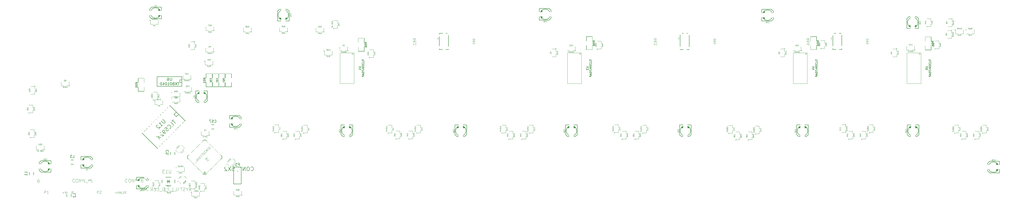
<source format=gbo>
G04 #@! TF.FileFunction,Legend,Bot*
%FSLAX46Y46*%
G04 Gerber Fmt 4.6, Leading zero omitted, Abs format (unit mm)*
G04 Created by KiCad (PCBNEW 4.0.2-4+6225~38~ubuntu14.04.1-stable) date Fr 26 Feb 2016 19:02:58 CET*
%MOMM*%
G01*
G04 APERTURE LIST*
%ADD10C,0.150000*%
%ADD11C,0.203200*%
%ADD12C,0.220000*%
%ADD13C,0.127000*%
%ADD14C,0.099060*%
%ADD15C,0.076200*%
%ADD16C,0.088900*%
%ADD17C,0.119380*%
%ADD18C,0.109220*%
%ADD19R,0.708000X1.343000*%
%ADD20C,1.876400*%
%ADD21R,2.100000X1.300000*%
%ADD22R,1.250000X1.250000*%
%ADD23C,1.250000*%
%ADD24C,6.200000*%
%ADD25R,2.800960X1.800200*%
%ADD26R,1.800200X2.800960*%
%ADD27R,1.198220X2.999080*%
%ADD28R,1.670660X0.619100*%
%ADD29R,4.558640X4.309720*%
%ADD30R,1.597000X1.089000*%
%ADD31R,1.089000X1.597000*%
%ADD32R,2.232000X1.724000*%
%ADD33R,1.701140X2.399640*%
%ADD34O,1.701140X2.399640*%
%ADD35C,1.724000*%
%ADD36R,3.400000X3.400000*%
%ADD37O,3.214980X1.706220*%
%ADD38O,1.706220X3.214980*%
%ADD39R,1.450000X1.700000*%
%ADD40R,1.700000X1.450000*%
%ADD41C,1.200000*%
%ADD42C,2.200000*%
%ADD43C,0.800000*%
%ADD44C,1.089000*%
G04 APERTURE END LIST*
D10*
D11*
X65366900Y-29895800D02*
X55714900Y-29895800D01*
X55714900Y-29895800D02*
X55714900Y-33705800D01*
X55714900Y-33705800D02*
X65366900Y-33705800D01*
X65366900Y-33705800D02*
X65366900Y-29895800D01*
X65366900Y-31165800D02*
X64604900Y-31165800D01*
X64604900Y-31165800D02*
X64604900Y-32181800D01*
X64604900Y-32181800D02*
X65366900Y-32181800D01*
D12*
X81136156Y-62947435D02*
X80499760Y-62311039D01*
X80782602Y-63300988D02*
X80146206Y-62664592D01*
X80429049Y-63654542D02*
X79792653Y-63018146D01*
X80075496Y-64008095D02*
X79439100Y-63371699D01*
X79721942Y-64361648D02*
X79085546Y-63725252D01*
X79368389Y-64715202D02*
X78731993Y-64078806D01*
X79014835Y-65068755D02*
X78378439Y-64432359D01*
X78661282Y-65422309D02*
X78024886Y-64785913D01*
X78307729Y-65775862D02*
X77671333Y-65139466D01*
X77954175Y-66129415D02*
X77317779Y-65493019D01*
X77600622Y-66482969D02*
X76964226Y-65846573D01*
X77247068Y-66836522D02*
X76610672Y-66200126D01*
X76893515Y-67190076D02*
X76257119Y-66553680D01*
X76539962Y-67543629D02*
X75903566Y-66907233D01*
X76186408Y-67897182D02*
X75550012Y-67260786D01*
X75832855Y-68250736D02*
X75196459Y-67614340D01*
X75832855Y-54532864D02*
X75196459Y-55169260D01*
X76186408Y-54886418D02*
X75550012Y-55522814D01*
X76539962Y-55239971D02*
X75903566Y-55876367D01*
X76893515Y-55593524D02*
X76257119Y-56229920D01*
X77247068Y-55947078D02*
X76610672Y-56583474D01*
X77600622Y-56300631D02*
X76964226Y-56937027D01*
X77954175Y-56654185D02*
X77317779Y-57290581D01*
X78307729Y-57007738D02*
X77671333Y-57644134D01*
X78661282Y-57361291D02*
X78024886Y-57997687D01*
X79014835Y-57714845D02*
X78378439Y-58351241D01*
X79368389Y-58068398D02*
X78731993Y-58704794D01*
X79721942Y-58421952D02*
X79085546Y-59058348D01*
X80075496Y-58775505D02*
X79439100Y-59411901D01*
X80429049Y-59129058D02*
X79792653Y-59765454D01*
X80782602Y-59482612D02*
X80146206Y-60119008D01*
X81136156Y-59836165D02*
X80499760Y-60472561D01*
X68054680Y-60472561D02*
X67418284Y-59836165D01*
X68408234Y-60119008D02*
X67771838Y-59482612D01*
X68761787Y-59765454D02*
X68125391Y-59129058D01*
X69115340Y-59411901D02*
X68478944Y-58775505D01*
X69468894Y-59058348D02*
X68832498Y-58421952D01*
X69822447Y-58704794D02*
X69186051Y-58068398D01*
X70176001Y-58351241D02*
X69539605Y-57714845D01*
X70529554Y-57997687D02*
X69893158Y-57361291D01*
X70883107Y-57644134D02*
X70246711Y-57007738D01*
X71236661Y-57290581D02*
X70600265Y-56654185D01*
X71590214Y-56937027D02*
X70953818Y-56300631D01*
X71943768Y-56583474D02*
X71307372Y-55947078D01*
X72297321Y-56229920D02*
X71660925Y-55593524D01*
X72650874Y-55876367D02*
X72014478Y-55239971D01*
X73004428Y-55522814D02*
X72368032Y-54886418D01*
X73357981Y-55169260D02*
X72721585Y-54532864D01*
X68054680Y-62311039D02*
X67418284Y-62947435D01*
X68408234Y-62664592D02*
X67771838Y-63300988D01*
X68761787Y-63018146D02*
X68125391Y-63654542D01*
X69115340Y-63371699D02*
X68478944Y-64008095D01*
X69468894Y-63725252D02*
X68832498Y-64361648D01*
X69822447Y-64078806D02*
X69186051Y-64715202D01*
X70176001Y-64432359D02*
X69539605Y-65068755D01*
X70529554Y-64785913D02*
X69893158Y-65422309D01*
X70883107Y-65139466D02*
X70246711Y-65775862D01*
X71236661Y-65493019D02*
X70600265Y-66129415D01*
X71590214Y-65846573D02*
X70953818Y-66482969D01*
X71943768Y-66200126D02*
X71307372Y-66836522D01*
X72297321Y-66553680D02*
X71660925Y-67190076D01*
X72650874Y-66907233D02*
X72014478Y-67543629D01*
X73004428Y-67260786D02*
X72368032Y-67897182D01*
X73357981Y-67614340D02*
X72721585Y-68250736D01*
D13*
X67559706Y-61745353D02*
X73923667Y-68109314D01*
X67559706Y-61745353D02*
X67559706Y-61038247D01*
X67559706Y-61038247D02*
X73923667Y-54674286D01*
X74630773Y-54674286D02*
X80994734Y-61038247D01*
X73923667Y-54674286D02*
X74630773Y-54674286D01*
X74630773Y-68109314D02*
X80994734Y-61745353D01*
X80994734Y-61745353D02*
X80994734Y-61038247D01*
X73923667Y-68109314D02*
X74630773Y-68109314D01*
X74577220Y-67472918D02*
G75*
G03X74577220Y-67472918I-300000J0D01*
G01*
X49903262Y-52005469D02*
X60679569Y-41229162D01*
X60679569Y-41229162D02*
X66606538Y-47156131D01*
X63194041Y-43743634D02*
X62296015Y-44641659D01*
X62296015Y-44641659D02*
X63194041Y-45539685D01*
X63194041Y-45539685D02*
X64092066Y-44641659D01*
X55830231Y-57932438D02*
X49903262Y-52005469D01*
X66606538Y-47156131D02*
X55830231Y-57932438D01*
D10*
X57609100Y-69253300D02*
X57609100Y-72453300D01*
D13*
X62609100Y-72453300D02*
X62609100Y-69253300D01*
X60490100Y-70218300D02*
X60490100Y-70853300D01*
X60490100Y-70853300D02*
X60490100Y-71488300D01*
X60236100Y-70599300D02*
X60236100Y-71107300D01*
X60236100Y-71107300D02*
X59982100Y-71107300D01*
X59982100Y-71107300D02*
X59982100Y-70599300D01*
X59982100Y-70599300D02*
X60236100Y-70599300D01*
X59728100Y-70218300D02*
X59728100Y-70853300D01*
X59728100Y-70853300D02*
X59728100Y-71488300D01*
X59474100Y-70853300D02*
X59728100Y-70853300D01*
X60744100Y-70853300D02*
X60490100Y-70853300D01*
X62609100Y-69253300D02*
X57609100Y-69253300D01*
X62609100Y-72453300D02*
X57609100Y-72453300D01*
D10*
X88519000Y-66497200D02*
X88519000Y-67386200D01*
X88519000Y-67386200D02*
X88513920Y-67426840D01*
X86423500Y-65211960D02*
X87144860Y-65214500D01*
X85568100Y-65214600D02*
X86368100Y-65214600D01*
X85568100Y-71864600D02*
X85568100Y-65214600D01*
X85568100Y-71864600D02*
X88518100Y-71864600D01*
X88518100Y-71864600D02*
X88518100Y-67314600D01*
X87168100Y-65214600D02*
X88518100Y-65214600D01*
X88518100Y-65214600D02*
X88518100Y-66514600D01*
D13*
X87947500Y-47371000D02*
X87185500Y-47371000D01*
X87566500Y-47752000D02*
X87566500Y-46990000D01*
X87820500Y-45085000D02*
X84010500Y-45085000D01*
X88582500Y-48895000D02*
X88582500Y-45847000D01*
X87820500Y-45085000D02*
X88582500Y-45847000D01*
X87820500Y-49657000D02*
X84010500Y-49657000D01*
X87820500Y-49657000D02*
X88582500Y-48895000D01*
X84264500Y-47244000D02*
X84264500Y-47498000D01*
X84391500Y-48006000D02*
X84391500Y-46736000D01*
X84518500Y-46482000D02*
X84518500Y-48260000D01*
X84645500Y-46228000D02*
X84645500Y-48514000D01*
X84772500Y-48641000D02*
X84772500Y-46101000D01*
X84899500Y-45974000D02*
X84899500Y-48768000D01*
X85026500Y-48895000D02*
X85026500Y-45847000D01*
X85153500Y-49022000D02*
X85153500Y-45720000D01*
X88328500Y-47371000D02*
G75*
G03X88328500Y-47371000I-2032000J0D01*
G01*
X84010500Y-49657000D02*
X84010500Y-45085000D01*
X261874000Y-52705000D02*
X261874000Y-51943000D01*
X261493000Y-52324000D02*
X262255000Y-52324000D01*
X264160000Y-52578000D02*
X264160000Y-48768000D01*
X260350000Y-53340000D02*
X263398000Y-53340000D01*
X264160000Y-52578000D02*
X263398000Y-53340000D01*
X259588000Y-52578000D02*
X259588000Y-48768000D01*
X259588000Y-52578000D02*
X260350000Y-53340000D01*
X262001000Y-49022000D02*
X261747000Y-49022000D01*
X261239000Y-49149000D02*
X262509000Y-49149000D01*
X262763000Y-49276000D02*
X260985000Y-49276000D01*
X263017000Y-49403000D02*
X260731000Y-49403000D01*
X260604000Y-49530000D02*
X263144000Y-49530000D01*
X263271000Y-49657000D02*
X260477000Y-49657000D01*
X260350000Y-49784000D02*
X263398000Y-49784000D01*
X260223000Y-49911000D02*
X263525000Y-49911000D01*
X263906000Y-51054000D02*
G75*
G03X263906000Y-51054000I-2032000J0D01*
G01*
X259588000Y-48768000D02*
X264160000Y-48768000D01*
X307594000Y-52705000D02*
X307594000Y-51943000D01*
X307213000Y-52324000D02*
X307975000Y-52324000D01*
X309880000Y-52578000D02*
X309880000Y-48768000D01*
X306070000Y-53340000D02*
X309118000Y-53340000D01*
X309880000Y-52578000D02*
X309118000Y-53340000D01*
X305308000Y-52578000D02*
X305308000Y-48768000D01*
X305308000Y-52578000D02*
X306070000Y-53340000D01*
X307721000Y-49022000D02*
X307467000Y-49022000D01*
X306959000Y-49149000D02*
X308229000Y-49149000D01*
X308483000Y-49276000D02*
X306705000Y-49276000D01*
X308737000Y-49403000D02*
X306451000Y-49403000D01*
X306324000Y-49530000D02*
X308864000Y-49530000D01*
X308991000Y-49657000D02*
X306197000Y-49657000D01*
X306070000Y-49784000D02*
X309118000Y-49784000D01*
X305943000Y-49911000D02*
X309245000Y-49911000D01*
X309626000Y-51054000D02*
G75*
G03X309626000Y-51054000I-2032000J0D01*
G01*
X305308000Y-48768000D02*
X309880000Y-48768000D01*
X174244000Y-52705000D02*
X174244000Y-51943000D01*
X173863000Y-52324000D02*
X174625000Y-52324000D01*
X176530000Y-52578000D02*
X176530000Y-48768000D01*
X172720000Y-53340000D02*
X175768000Y-53340000D01*
X176530000Y-52578000D02*
X175768000Y-53340000D01*
X171958000Y-52578000D02*
X171958000Y-48768000D01*
X171958000Y-52578000D02*
X172720000Y-53340000D01*
X174371000Y-49022000D02*
X174117000Y-49022000D01*
X173609000Y-49149000D02*
X174879000Y-49149000D01*
X175133000Y-49276000D02*
X173355000Y-49276000D01*
X175387000Y-49403000D02*
X173101000Y-49403000D01*
X172974000Y-49530000D02*
X175514000Y-49530000D01*
X175641000Y-49657000D02*
X172847000Y-49657000D01*
X172720000Y-49784000D02*
X175768000Y-49784000D01*
X172593000Y-49911000D02*
X175895000Y-49911000D01*
X176276000Y-51054000D02*
G75*
G03X176276000Y-51054000I-2032000J0D01*
G01*
X171958000Y-48768000D02*
X176530000Y-48768000D01*
X217424000Y-52705000D02*
X217424000Y-51943000D01*
X217043000Y-52324000D02*
X217805000Y-52324000D01*
X219710000Y-52578000D02*
X219710000Y-48768000D01*
X215900000Y-53340000D02*
X218948000Y-53340000D01*
X219710000Y-52578000D02*
X218948000Y-53340000D01*
X215138000Y-52578000D02*
X215138000Y-48768000D01*
X215138000Y-52578000D02*
X215900000Y-53340000D01*
X217551000Y-49022000D02*
X217297000Y-49022000D01*
X216789000Y-49149000D02*
X218059000Y-49149000D01*
X218313000Y-49276000D02*
X216535000Y-49276000D01*
X218567000Y-49403000D02*
X216281000Y-49403000D01*
X216154000Y-49530000D02*
X218694000Y-49530000D01*
X218821000Y-49657000D02*
X216027000Y-49657000D01*
X215900000Y-49784000D02*
X218948000Y-49784000D01*
X215773000Y-49911000D02*
X219075000Y-49911000D01*
X219456000Y-51054000D02*
G75*
G03X219456000Y-51054000I-2032000J0D01*
G01*
X215138000Y-48768000D02*
X219710000Y-48768000D01*
X129794000Y-52705000D02*
X129794000Y-51943000D01*
X129413000Y-52324000D02*
X130175000Y-52324000D01*
X132080000Y-52578000D02*
X132080000Y-48768000D01*
X128270000Y-53340000D02*
X131318000Y-53340000D01*
X132080000Y-52578000D02*
X131318000Y-53340000D01*
X127508000Y-52578000D02*
X127508000Y-48768000D01*
X127508000Y-52578000D02*
X128270000Y-53340000D01*
X129921000Y-49022000D02*
X129667000Y-49022000D01*
X129159000Y-49149000D02*
X130429000Y-49149000D01*
X130683000Y-49276000D02*
X128905000Y-49276000D01*
X130937000Y-49403000D02*
X128651000Y-49403000D01*
X128524000Y-49530000D02*
X131064000Y-49530000D01*
X131191000Y-49657000D02*
X128397000Y-49657000D01*
X128270000Y-49784000D02*
X131318000Y-49784000D01*
X128143000Y-49911000D02*
X131445000Y-49911000D01*
X131826000Y-51054000D02*
G75*
G03X131826000Y-51054000I-2032000J0D01*
G01*
X127508000Y-48768000D02*
X132080000Y-48768000D01*
X350774000Y-52705000D02*
X350774000Y-51943000D01*
X350393000Y-52324000D02*
X351155000Y-52324000D01*
X353060000Y-52578000D02*
X353060000Y-48768000D01*
X349250000Y-53340000D02*
X352298000Y-53340000D01*
X353060000Y-52578000D02*
X352298000Y-53340000D01*
X348488000Y-52578000D02*
X348488000Y-48768000D01*
X348488000Y-52578000D02*
X349250000Y-53340000D01*
X350901000Y-49022000D02*
X350647000Y-49022000D01*
X350139000Y-49149000D02*
X351409000Y-49149000D01*
X351663000Y-49276000D02*
X349885000Y-49276000D01*
X351917000Y-49403000D02*
X349631000Y-49403000D01*
X349504000Y-49530000D02*
X352044000Y-49530000D01*
X352171000Y-49657000D02*
X349377000Y-49657000D01*
X349250000Y-49784000D02*
X352298000Y-49784000D01*
X349123000Y-49911000D02*
X352425000Y-49911000D01*
X352806000Y-51054000D02*
G75*
G03X352806000Y-51054000I-2032000J0D01*
G01*
X348488000Y-48768000D02*
X353060000Y-48768000D01*
X53467000Y-4953000D02*
X54229000Y-4953000D01*
X53848000Y-4572000D02*
X53848000Y-5334000D01*
X53594000Y-7239000D02*
X57404000Y-7239000D01*
X52832000Y-3429000D02*
X52832000Y-6477000D01*
X53594000Y-7239000D02*
X52832000Y-6477000D01*
X53594000Y-2667000D02*
X57404000Y-2667000D01*
X53594000Y-2667000D02*
X52832000Y-3429000D01*
X57150000Y-5080000D02*
X57150000Y-4826000D01*
X57023000Y-4318000D02*
X57023000Y-5588000D01*
X56896000Y-5842000D02*
X56896000Y-4064000D01*
X56769000Y-6096000D02*
X56769000Y-3810000D01*
X56642000Y-3683000D02*
X56642000Y-6223000D01*
X56515000Y-6350000D02*
X56515000Y-3556000D01*
X56388000Y-3429000D02*
X56388000Y-6477000D01*
X56261000Y-3302000D02*
X56261000Y-6604000D01*
X57150000Y-4953000D02*
G75*
G03X57150000Y-4953000I-2032000J0D01*
G01*
X57404000Y-2667000D02*
X57404000Y-7239000D01*
X29933900Y-63385700D02*
X29171900Y-63385700D01*
X29552900Y-63766700D02*
X29552900Y-63004700D01*
X29806900Y-61099700D02*
X25996900Y-61099700D01*
X30568900Y-64909700D02*
X30568900Y-61861700D01*
X29806900Y-61099700D02*
X30568900Y-61861700D01*
X29806900Y-65671700D02*
X25996900Y-65671700D01*
X29806900Y-65671700D02*
X30568900Y-64909700D01*
X26250900Y-63258700D02*
X26250900Y-63512700D01*
X26377900Y-64020700D02*
X26377900Y-62750700D01*
X26504900Y-62496700D02*
X26504900Y-64274700D01*
X26631900Y-62242700D02*
X26631900Y-64528700D01*
X26758900Y-64655700D02*
X26758900Y-62115700D01*
X26885900Y-61988700D02*
X26885900Y-64782700D01*
X27012900Y-64909700D02*
X27012900Y-61861700D01*
X27139900Y-65036700D02*
X27139900Y-61734700D01*
X30314900Y-63385700D02*
G75*
G03X30314900Y-63385700I-2032000J0D01*
G01*
X25996900Y-65671700D02*
X25996900Y-61099700D01*
X380492000Y-65278000D02*
X381254000Y-65278000D01*
X380873000Y-64897000D02*
X380873000Y-65659000D01*
X380619000Y-67564000D02*
X384429000Y-67564000D01*
X379857000Y-63754000D02*
X379857000Y-66802000D01*
X380619000Y-67564000D02*
X379857000Y-66802000D01*
X380619000Y-62992000D02*
X384429000Y-62992000D01*
X380619000Y-62992000D02*
X379857000Y-63754000D01*
X384175000Y-65405000D02*
X384175000Y-65151000D01*
X384048000Y-64643000D02*
X384048000Y-65913000D01*
X383921000Y-66167000D02*
X383921000Y-64389000D01*
X383794000Y-66421000D02*
X383794000Y-64135000D01*
X383667000Y-64008000D02*
X383667000Y-66548000D01*
X383540000Y-66675000D02*
X383540000Y-63881000D01*
X383413000Y-63754000D02*
X383413000Y-66802000D01*
X383286000Y-63627000D02*
X383286000Y-66929000D01*
X384175000Y-65278000D02*
G75*
G03X384175000Y-65278000I-2032000J0D01*
G01*
X384429000Y-62992000D02*
X384429000Y-67564000D01*
D10*
X165887400Y-19278600D02*
X169392600Y-19278600D01*
X169392600Y-19278600D02*
X169392600Y-12954000D01*
X169392600Y-12954000D02*
X165862000Y-12954000D01*
X165862000Y-19304000D02*
X165862000Y-12954000D01*
X259867400Y-19278600D02*
X263372600Y-19278600D01*
X263372600Y-19278600D02*
X263372600Y-12954000D01*
X263372600Y-12954000D02*
X259842000Y-12954000D01*
X259842000Y-19304000D02*
X259842000Y-12954000D01*
X319430400Y-19278600D02*
X322935600Y-19278600D01*
X322935600Y-19278600D02*
X322935600Y-12954000D01*
X322935600Y-12954000D02*
X319405000Y-12954000D01*
X319405000Y-19304000D02*
X319405000Y-12954000D01*
D14*
X353529900Y-21041360D02*
G75*
G03X353529900Y-21041360I-251460J0D01*
G01*
X348277180Y-20543520D02*
X348277180Y-32542480D01*
X348277180Y-32542480D02*
X353778820Y-32542480D01*
X353778820Y-32542480D02*
X353778820Y-20543520D01*
X353778820Y-20543520D02*
X348277180Y-20543520D01*
X309206900Y-21041360D02*
G75*
G03X309206900Y-21041360I-251460J0D01*
G01*
X303954180Y-20543520D02*
X303954180Y-32542480D01*
X303954180Y-32542480D02*
X309455820Y-32542480D01*
X309455820Y-32542480D02*
X309455820Y-20543520D01*
X309455820Y-20543520D02*
X303954180Y-20543520D01*
X221068900Y-21041360D02*
G75*
G03X221068900Y-21041360I-251460J0D01*
G01*
X215816180Y-20543520D02*
X215816180Y-32542480D01*
X215816180Y-32542480D02*
X221317820Y-32542480D01*
X221317820Y-32542480D02*
X221317820Y-20543520D01*
X221317820Y-20543520D02*
X215816180Y-20543520D01*
X132295900Y-21041360D02*
G75*
G03X132295900Y-21041360I-251460J0D01*
G01*
X127043180Y-20543520D02*
X127043180Y-32542480D01*
X127043180Y-32542480D02*
X132544820Y-32542480D01*
X132544820Y-32542480D02*
X132544820Y-20543520D01*
X132544820Y-20543520D02*
X127043180Y-20543520D01*
X359410000Y-19050000D02*
G75*
G03X359410000Y-19050000I-127000J0D01*
G01*
X359283000Y-17907000D02*
X359283000Y-18923000D01*
X359283000Y-18923000D02*
X360807000Y-18923000D01*
X360807000Y-18923000D02*
X360807000Y-17907000D01*
X360807000Y-16891000D02*
X360807000Y-15875000D01*
X360807000Y-15875000D02*
X359283000Y-15875000D01*
X359283000Y-15875000D02*
X359283000Y-16891000D01*
X227584000Y-19177000D02*
G75*
G03X227584000Y-19177000I-127000J0D01*
G01*
X227457000Y-18034000D02*
X227457000Y-19050000D01*
X227457000Y-19050000D02*
X228981000Y-19050000D01*
X228981000Y-19050000D02*
X228981000Y-18034000D01*
X228981000Y-17018000D02*
X228981000Y-16002000D01*
X228981000Y-16002000D02*
X227457000Y-16002000D01*
X227457000Y-16002000D02*
X227457000Y-17018000D01*
X314833000Y-18923000D02*
G75*
G03X314833000Y-18923000I-127000J0D01*
G01*
X314706000Y-17780000D02*
X314706000Y-18796000D01*
X314706000Y-18796000D02*
X316230000Y-18796000D01*
X316230000Y-18796000D02*
X316230000Y-17780000D01*
X316230000Y-16764000D02*
X316230000Y-15748000D01*
X316230000Y-15748000D02*
X314706000Y-15748000D01*
X314706000Y-15748000D02*
X314706000Y-16764000D01*
X138684000Y-22479000D02*
G75*
G03X138684000Y-22479000I-127000J0D01*
G01*
X138557000Y-21336000D02*
X138557000Y-22352000D01*
X138557000Y-22352000D02*
X140081000Y-22352000D01*
X140081000Y-22352000D02*
X140081000Y-21336000D01*
X140081000Y-20320000D02*
X140081000Y-19304000D01*
X140081000Y-19304000D02*
X138557000Y-19304000D01*
X138557000Y-19304000D02*
X138557000Y-20320000D01*
X88900000Y-76200000D02*
G75*
G03X88900000Y-76200000I-127000J0D01*
G01*
X87630000Y-76200000D02*
X88646000Y-76200000D01*
X88646000Y-76200000D02*
X88646000Y-74676000D01*
X88646000Y-74676000D02*
X87630000Y-74676000D01*
X86614000Y-74676000D02*
X85598000Y-74676000D01*
X85598000Y-74676000D02*
X85598000Y-76200000D01*
X85598000Y-76200000D02*
X86614000Y-76200000D01*
X61506100Y-38252400D02*
G75*
G03X61506100Y-38252400I-127000J0D01*
G01*
X62522100Y-38252400D02*
X61506100Y-38252400D01*
X61506100Y-38252400D02*
X61506100Y-39776400D01*
X61506100Y-39776400D02*
X62522100Y-39776400D01*
X63538100Y-39776400D02*
X64554100Y-39776400D01*
X64554100Y-39776400D02*
X64554100Y-38252400D01*
X64554100Y-38252400D02*
X63538100Y-38252400D01*
X70599300Y-70540880D02*
G75*
G03X70599300Y-70540880I-127000J0D01*
G01*
X70472300Y-71683880D02*
X70472300Y-70667880D01*
X70472300Y-70667880D02*
X68948300Y-70667880D01*
X68948300Y-70667880D02*
X68948300Y-71683880D01*
X68948300Y-72699880D02*
X68948300Y-73715880D01*
X68948300Y-73715880D02*
X70472300Y-73715880D01*
X70472300Y-73715880D02*
X70472300Y-72699880D01*
X193128900Y-54406800D02*
G75*
G03X193128900Y-54406800I-127000J0D01*
G01*
X193001900Y-53263800D02*
X193001900Y-54279800D01*
X193001900Y-54279800D02*
X194525900Y-54279800D01*
X194525900Y-54279800D02*
X194525900Y-53263800D01*
X194525900Y-52247800D02*
X194525900Y-51231800D01*
X194525900Y-51231800D02*
X193001900Y-51231800D01*
X193001900Y-51231800D02*
X193001900Y-52247800D01*
X198208900Y-54406800D02*
G75*
G03X198208900Y-54406800I-127000J0D01*
G01*
X198081900Y-53263800D02*
X198081900Y-54279800D01*
X198081900Y-54279800D02*
X199605900Y-54279800D01*
X199605900Y-54279800D02*
X199605900Y-53263800D01*
X199605900Y-52247800D02*
X199605900Y-51231800D01*
X199605900Y-51231800D02*
X198081900Y-51231800D01*
X198081900Y-51231800D02*
X198081900Y-52247800D01*
X104863900Y-54406800D02*
G75*
G03X104863900Y-54406800I-127000J0D01*
G01*
X104736900Y-53263800D02*
X104736900Y-54279800D01*
X104736900Y-54279800D02*
X106260900Y-54279800D01*
X106260900Y-54279800D02*
X106260900Y-53263800D01*
X106260900Y-52247800D02*
X106260900Y-51231800D01*
X106260900Y-51231800D02*
X104736900Y-51231800D01*
X104736900Y-51231800D02*
X104736900Y-52247800D01*
X109816900Y-54406800D02*
G75*
G03X109816900Y-54406800I-127000J0D01*
G01*
X109689900Y-53263800D02*
X109689900Y-54279800D01*
X109689900Y-54279800D02*
X111213900Y-54279800D01*
X111213900Y-54279800D02*
X111213900Y-53263800D01*
X111213900Y-52247800D02*
X111213900Y-51231800D01*
X111213900Y-51231800D02*
X109689900Y-51231800D01*
X109689900Y-51231800D02*
X109689900Y-52247800D01*
X149059900Y-54279800D02*
G75*
G03X149059900Y-54279800I-127000J0D01*
G01*
X148932900Y-53136800D02*
X148932900Y-54152800D01*
X148932900Y-54152800D02*
X150456900Y-54152800D01*
X150456900Y-54152800D02*
X150456900Y-53136800D01*
X150456900Y-52120800D02*
X150456900Y-51104800D01*
X150456900Y-51104800D02*
X148932900Y-51104800D01*
X148932900Y-51104800D02*
X148932900Y-52120800D01*
X154012900Y-54279800D02*
G75*
G03X154012900Y-54279800I-127000J0D01*
G01*
X153885900Y-53136800D02*
X153885900Y-54152800D01*
X153885900Y-54152800D02*
X155409900Y-54152800D01*
X155409900Y-54152800D02*
X155409900Y-53136800D01*
X155409900Y-52120800D02*
X155409900Y-51104800D01*
X155409900Y-51104800D02*
X153885900Y-51104800D01*
X153885900Y-51104800D02*
X153885900Y-52120800D01*
X330796900Y-54406800D02*
G75*
G03X330796900Y-54406800I-127000J0D01*
G01*
X330669900Y-53263800D02*
X330669900Y-54279800D01*
X330669900Y-54279800D02*
X332193900Y-54279800D01*
X332193900Y-54279800D02*
X332193900Y-53263800D01*
X332193900Y-52247800D02*
X332193900Y-51231800D01*
X332193900Y-51231800D02*
X330669900Y-51231800D01*
X330669900Y-51231800D02*
X330669900Y-52247800D01*
X325716900Y-54406800D02*
G75*
G03X325716900Y-54406800I-127000J0D01*
G01*
X325589900Y-53263800D02*
X325589900Y-54279800D01*
X325589900Y-54279800D02*
X327113900Y-54279800D01*
X327113900Y-54279800D02*
X327113900Y-53263800D01*
X327113900Y-52247800D02*
X327113900Y-51231800D01*
X327113900Y-51231800D02*
X325589900Y-51231800D01*
X325589900Y-51231800D02*
X325589900Y-52247800D01*
X286473900Y-54660800D02*
G75*
G03X286473900Y-54660800I-127000J0D01*
G01*
X286346900Y-53517800D02*
X286346900Y-54533800D01*
X286346900Y-54533800D02*
X287870900Y-54533800D01*
X287870900Y-54533800D02*
X287870900Y-53517800D01*
X287870900Y-52501800D02*
X287870900Y-51485800D01*
X287870900Y-51485800D02*
X286346900Y-51485800D01*
X286346900Y-51485800D02*
X286346900Y-52501800D01*
X281647900Y-54660800D02*
G75*
G03X281647900Y-54660800I-127000J0D01*
G01*
X281520900Y-53517800D02*
X281520900Y-54533800D01*
X281520900Y-54533800D02*
X283044900Y-54533800D01*
X283044900Y-54533800D02*
X283044900Y-53517800D01*
X283044900Y-52501800D02*
X283044900Y-51485800D01*
X283044900Y-51485800D02*
X281520900Y-51485800D01*
X281520900Y-51485800D02*
X281520900Y-52501800D01*
X374992900Y-54406800D02*
G75*
G03X374992900Y-54406800I-127000J0D01*
G01*
X374865900Y-53263800D02*
X374865900Y-54279800D01*
X374865900Y-54279800D02*
X376389900Y-54279800D01*
X376389900Y-54279800D02*
X376389900Y-53263800D01*
X376389900Y-52247800D02*
X376389900Y-51231800D01*
X376389900Y-51231800D02*
X374865900Y-51231800D01*
X374865900Y-51231800D02*
X374865900Y-52247800D01*
X369912900Y-54406800D02*
G75*
G03X369912900Y-54406800I-127000J0D01*
G01*
X369785900Y-53263800D02*
X369785900Y-54279800D01*
X369785900Y-54279800D02*
X371309900Y-54279800D01*
X371309900Y-54279800D02*
X371309900Y-53263800D01*
X371309900Y-52247800D02*
X371309900Y-51231800D01*
X371309900Y-51231800D02*
X369785900Y-51231800D01*
X369785900Y-51231800D02*
X369785900Y-52247800D01*
X242277900Y-54406800D02*
G75*
G03X242277900Y-54406800I-127000J0D01*
G01*
X242150900Y-53263800D02*
X242150900Y-54279800D01*
X242150900Y-54279800D02*
X243674900Y-54279800D01*
X243674900Y-54279800D02*
X243674900Y-53263800D01*
X243674900Y-52247800D02*
X243674900Y-51231800D01*
X243674900Y-51231800D02*
X242150900Y-51231800D01*
X242150900Y-51231800D02*
X242150900Y-52247800D01*
X237324900Y-54406800D02*
G75*
G03X237324900Y-54406800I-127000J0D01*
G01*
X237197900Y-53263800D02*
X237197900Y-54279800D01*
X237197900Y-54279800D02*
X238721900Y-54279800D01*
X238721900Y-54279800D02*
X238721900Y-53263800D01*
X238721900Y-52247800D02*
X238721900Y-51231800D01*
X238721900Y-51231800D02*
X237197900Y-51231800D01*
X237197900Y-51231800D02*
X237197900Y-52247800D01*
X61506100Y-36169600D02*
G75*
G03X61506100Y-36169600I-127000J0D01*
G01*
X62522100Y-36169600D02*
X61506100Y-36169600D01*
X61506100Y-36169600D02*
X61506100Y-37693600D01*
X61506100Y-37693600D02*
X62522100Y-37693600D01*
X63538100Y-37693600D02*
X64554100Y-37693600D01*
X64554100Y-37693600D02*
X64554100Y-36169600D01*
X64554100Y-36169600D02*
X63538100Y-36169600D01*
X69156580Y-75102720D02*
G75*
G03X69156580Y-75102720I-127000J0D01*
G01*
X70172580Y-75102720D02*
X69156580Y-75102720D01*
X69156580Y-75102720D02*
X69156580Y-76626720D01*
X69156580Y-76626720D02*
X70172580Y-76626720D01*
X71188580Y-76626720D02*
X72204580Y-76626720D01*
X72204580Y-76626720D02*
X72204580Y-75102720D01*
X72204580Y-75102720D02*
X71188580Y-75102720D01*
X69049900Y-30835600D02*
G75*
G03X69049900Y-30835600I-127000J0D01*
G01*
X67779900Y-30835600D02*
X68795900Y-30835600D01*
X68795900Y-30835600D02*
X68795900Y-29311600D01*
X68795900Y-29311600D02*
X67779900Y-29311600D01*
X66763900Y-29311600D02*
X65747900Y-29311600D01*
X65747900Y-29311600D02*
X65747900Y-30835600D01*
X65747900Y-30835600D02*
X66763900Y-30835600D01*
X366014000Y-7112000D02*
G75*
G03X366014000Y-7112000I-127000J0D01*
G01*
X365887000Y-8255000D02*
X365887000Y-7239000D01*
X365887000Y-7239000D02*
X364363000Y-7239000D01*
X364363000Y-7239000D02*
X364363000Y-8255000D01*
X364363000Y-9271000D02*
X364363000Y-10287000D01*
X364363000Y-10287000D02*
X365887000Y-10287000D01*
X365887000Y-10287000D02*
X365887000Y-9271000D01*
X371475000Y-11557000D02*
G75*
G03X371475000Y-11557000I-127000J0D01*
G01*
X372491000Y-11557000D02*
X371475000Y-11557000D01*
X371475000Y-11557000D02*
X371475000Y-13081000D01*
X371475000Y-13081000D02*
X372491000Y-13081000D01*
X373507000Y-13081000D02*
X374523000Y-13081000D01*
X374523000Y-13081000D02*
X374523000Y-11557000D01*
X374523000Y-11557000D02*
X373507000Y-11557000D01*
X365887000Y-11684000D02*
G75*
G03X365887000Y-11684000I-127000J0D01*
G01*
X365760000Y-12827000D02*
X365760000Y-11811000D01*
X365760000Y-11811000D02*
X364236000Y-11811000D01*
X364236000Y-11811000D02*
X364236000Y-12827000D01*
X364236000Y-13843000D02*
X364236000Y-14859000D01*
X364236000Y-14859000D02*
X365760000Y-14859000D01*
X365760000Y-14859000D02*
X365760000Y-13843000D01*
X54317900Y-39039800D02*
G75*
G03X54317900Y-39039800I-127000J0D01*
G01*
X54190900Y-37896800D02*
X54190900Y-38912800D01*
X54190900Y-38912800D02*
X55714900Y-38912800D01*
X55714900Y-38912800D02*
X55714900Y-37896800D01*
X55714900Y-36880800D02*
X55714900Y-35864800D01*
X55714900Y-35864800D02*
X54190900Y-35864800D01*
X54190900Y-35864800D02*
X54190900Y-36880800D01*
X54825900Y-39293800D02*
G75*
G03X54825900Y-39293800I-127000J0D01*
G01*
X55841900Y-39293800D02*
X54825900Y-39293800D01*
X54825900Y-39293800D02*
X54825900Y-40817800D01*
X54825900Y-40817800D02*
X55841900Y-40817800D01*
X56857900Y-40817800D02*
X57873900Y-40817800D01*
X57873900Y-40817800D02*
X57873900Y-39293800D01*
X57873900Y-39293800D02*
X56857900Y-39293800D01*
X21551900Y-33426400D02*
G75*
G03X21551900Y-33426400I-127000J0D01*
G01*
X20281900Y-33426400D02*
X21297900Y-33426400D01*
X21297900Y-33426400D02*
X21297900Y-31902400D01*
X21297900Y-31902400D02*
X20281900Y-31902400D01*
X19265900Y-31902400D02*
X18249900Y-31902400D01*
X18249900Y-31902400D02*
X18249900Y-33426400D01*
X18249900Y-33426400D02*
X19265900Y-33426400D01*
X77978000Y-20193000D02*
G75*
G03X77978000Y-20193000I-127000J0D01*
G01*
X76708000Y-20193000D02*
X77724000Y-20193000D01*
X77724000Y-20193000D02*
X77724000Y-18669000D01*
X77724000Y-18669000D02*
X76708000Y-18669000D01*
X75692000Y-18669000D02*
X74676000Y-18669000D01*
X74676000Y-18669000D02*
X74676000Y-20193000D01*
X74676000Y-20193000D02*
X75692000Y-20193000D01*
X78066900Y-11861800D02*
G75*
G03X78066900Y-11861800I-127000J0D01*
G01*
X76796900Y-11861800D02*
X77812900Y-11861800D01*
X77812900Y-11861800D02*
X77812900Y-10337800D01*
X77812900Y-10337800D02*
X76796900Y-10337800D01*
X75780900Y-10337800D02*
X74764900Y-10337800D01*
X74764900Y-10337800D02*
X74764900Y-11861800D01*
X74764900Y-11861800D02*
X75780900Y-11861800D01*
X92671900Y-12369800D02*
G75*
G03X92671900Y-12369800I-127000J0D01*
G01*
X91401900Y-12369800D02*
X92417900Y-12369800D01*
X92417900Y-12369800D02*
X92417900Y-10845800D01*
X92417900Y-10845800D02*
X91401900Y-10845800D01*
X90385900Y-10845800D02*
X89369900Y-10845800D01*
X89369900Y-10845800D02*
X89369900Y-12369800D01*
X89369900Y-12369800D02*
X90385900Y-12369800D01*
X106768900Y-12242800D02*
G75*
G03X106768900Y-12242800I-127000J0D01*
G01*
X105498900Y-12242800D02*
X106514900Y-12242800D01*
X106514900Y-12242800D02*
X106514900Y-10718800D01*
X106514900Y-10718800D02*
X105498900Y-10718800D01*
X104482900Y-10718800D02*
X103466900Y-10718800D01*
X103466900Y-10718800D02*
X103466900Y-12242800D01*
X103466900Y-12242800D02*
X104482900Y-12242800D01*
X120992900Y-12369800D02*
G75*
G03X120992900Y-12369800I-127000J0D01*
G01*
X119722900Y-12369800D02*
X120738900Y-12369800D01*
X120738900Y-12369800D02*
X120738900Y-10845800D01*
X120738900Y-10845800D02*
X119722900Y-10845800D01*
X118706900Y-10845800D02*
X117690900Y-10845800D01*
X117690900Y-10845800D02*
X117690900Y-12369800D01*
X117690900Y-12369800D02*
X118706900Y-12369800D01*
X8089900Y-33578800D02*
G75*
G03X8089900Y-33578800I-127000J0D01*
G01*
X7962900Y-34721800D02*
X7962900Y-33705800D01*
X7962900Y-33705800D02*
X6438900Y-33705800D01*
X6438900Y-33705800D02*
X6438900Y-34721800D01*
X6438900Y-35737800D02*
X6438900Y-36753800D01*
X6438900Y-36753800D02*
X7962900Y-36753800D01*
X7962900Y-36753800D02*
X7962900Y-35737800D01*
X5803900Y-44119800D02*
G75*
G03X5803900Y-44119800I-127000J0D01*
G01*
X5676900Y-42976800D02*
X5676900Y-43992800D01*
X5676900Y-43992800D02*
X7200900Y-43992800D01*
X7200900Y-43992800D02*
X7200900Y-42976800D01*
X7200900Y-41960800D02*
X7200900Y-40944800D01*
X7200900Y-40944800D02*
X5676900Y-40944800D01*
X5676900Y-40944800D02*
X5676900Y-41960800D01*
X6311900Y-53771800D02*
G75*
G03X6311900Y-53771800I-127000J0D01*
G01*
X6184900Y-52628800D02*
X6184900Y-53644800D01*
X6184900Y-53644800D02*
X7708900Y-53644800D01*
X7708900Y-53644800D02*
X7708900Y-52628800D01*
X7708900Y-51612800D02*
X7708900Y-50596800D01*
X7708900Y-50596800D02*
X6184900Y-50596800D01*
X6184900Y-50596800D02*
X6184900Y-51612800D01*
X74422000Y-23749000D02*
G75*
G03X74422000Y-23749000I-127000J0D01*
G01*
X75438000Y-23749000D02*
X74422000Y-23749000D01*
X74422000Y-23749000D02*
X74422000Y-25273000D01*
X74422000Y-25273000D02*
X75438000Y-25273000D01*
X76454000Y-25273000D02*
X77470000Y-25273000D01*
X77470000Y-25273000D02*
X77470000Y-23749000D01*
X77470000Y-23749000D02*
X76454000Y-23749000D01*
X70358000Y-16129000D02*
G75*
G03X70358000Y-16129000I-127000J0D01*
G01*
X70231000Y-17272000D02*
X70231000Y-16256000D01*
X70231000Y-16256000D02*
X68707000Y-16256000D01*
X68707000Y-16256000D02*
X68707000Y-17272000D01*
X68707000Y-18288000D02*
X68707000Y-19304000D01*
X68707000Y-19304000D02*
X70231000Y-19304000D01*
X70231000Y-19304000D02*
X70231000Y-18288000D01*
X367284000Y-11557000D02*
G75*
G03X367284000Y-11557000I-127000J0D01*
G01*
X368300000Y-11557000D02*
X367284000Y-11557000D01*
X367284000Y-11557000D02*
X367284000Y-13081000D01*
X367284000Y-13081000D02*
X368300000Y-13081000D01*
X369316000Y-13081000D02*
X370332000Y-13081000D01*
X370332000Y-13081000D02*
X370332000Y-11557000D01*
X370332000Y-11557000D02*
X369316000Y-11557000D01*
X54813200Y-73660000D02*
G75*
G03X54813200Y-73660000I-127000J0D01*
G01*
X54686200Y-72517000D02*
X54686200Y-73533000D01*
X54686200Y-73533000D02*
X56210200Y-73533000D01*
X56210200Y-73533000D02*
X56210200Y-72517000D01*
X56210200Y-71501000D02*
X56210200Y-70485000D01*
X56210200Y-70485000D02*
X54686200Y-70485000D01*
X54686200Y-70485000D02*
X54686200Y-71501000D01*
X62026800Y-74701400D02*
G75*
G03X62026800Y-74701400I-127000J0D01*
G01*
X60756800Y-74701400D02*
X61772800Y-74701400D01*
X61772800Y-74701400D02*
X61772800Y-73177400D01*
X61772800Y-73177400D02*
X60756800Y-73177400D01*
X59740800Y-73177400D02*
X58724800Y-73177400D01*
X58724800Y-73177400D02*
X58724800Y-74701400D01*
X58724800Y-74701400D02*
X59740800Y-74701400D01*
X307213000Y-19685000D02*
G75*
G03X307213000Y-19685000I-127000J0D01*
G01*
X305943000Y-19685000D02*
X306959000Y-19685000D01*
X306959000Y-19685000D02*
X306959000Y-18161000D01*
X306959000Y-18161000D02*
X305943000Y-18161000D01*
X304927000Y-18161000D02*
X303911000Y-18161000D01*
X303911000Y-18161000D02*
X303911000Y-19685000D01*
X303911000Y-19685000D02*
X304927000Y-19685000D01*
X351536000Y-19431000D02*
G75*
G03X351536000Y-19431000I-127000J0D01*
G01*
X350266000Y-19431000D02*
X351282000Y-19431000D01*
X351282000Y-19431000D02*
X351282000Y-17907000D01*
X351282000Y-17907000D02*
X350266000Y-17907000D01*
X349250000Y-17907000D02*
X348234000Y-17907000D01*
X348234000Y-17907000D02*
X348234000Y-19431000D01*
X348234000Y-19431000D02*
X349250000Y-19431000D01*
X219075000Y-19685000D02*
G75*
G03X219075000Y-19685000I-127000J0D01*
G01*
X217805000Y-19685000D02*
X218821000Y-19685000D01*
X218821000Y-19685000D02*
X218821000Y-18161000D01*
X218821000Y-18161000D02*
X217805000Y-18161000D01*
X216789000Y-18161000D02*
X215773000Y-18161000D01*
X215773000Y-18161000D02*
X215773000Y-19685000D01*
X215773000Y-19685000D02*
X216789000Y-19685000D01*
X63271400Y-65430400D02*
G75*
G03X63271400Y-65430400I-127000J0D01*
G01*
X64287400Y-65430400D02*
X63271400Y-65430400D01*
X63271400Y-65430400D02*
X63271400Y-66954400D01*
X63271400Y-66954400D02*
X64287400Y-66954400D01*
X65303400Y-66954400D02*
X66319400Y-66954400D01*
X66319400Y-66954400D02*
X66319400Y-65430400D01*
X66319400Y-65430400D02*
X65303400Y-65430400D01*
X69380100Y-35648900D02*
G75*
G03X69380100Y-35648900I-127000J0D01*
G01*
X68110100Y-35648900D02*
X69126100Y-35648900D01*
X69126100Y-35648900D02*
X69126100Y-34124900D01*
X69126100Y-34124900D02*
X68110100Y-34124900D01*
X67094100Y-34124900D02*
X66078100Y-34124900D01*
X66078100Y-34124900D02*
X66078100Y-35648900D01*
X66078100Y-35648900D02*
X67094100Y-35648900D01*
X344424000Y-18923000D02*
G75*
G03X344424000Y-18923000I-127000J0D01*
G01*
X344297000Y-20066000D02*
X344297000Y-19050000D01*
X344297000Y-19050000D02*
X342773000Y-19050000D01*
X342773000Y-19050000D02*
X342773000Y-20066000D01*
X342773000Y-21082000D02*
X342773000Y-22098000D01*
X342773000Y-22098000D02*
X344297000Y-22098000D01*
X344297000Y-22098000D02*
X344297000Y-21082000D01*
X300609000Y-18923000D02*
G75*
G03X300609000Y-18923000I-127000J0D01*
G01*
X300482000Y-20066000D02*
X300482000Y-19050000D01*
X300482000Y-19050000D02*
X298958000Y-19050000D01*
X298958000Y-19050000D02*
X298958000Y-20066000D01*
X298958000Y-21082000D02*
X298958000Y-22098000D01*
X298958000Y-22098000D02*
X300482000Y-22098000D01*
X300482000Y-22098000D02*
X300482000Y-21082000D01*
X211455000Y-18923000D02*
G75*
G03X211455000Y-18923000I-127000J0D01*
G01*
X211328000Y-20066000D02*
X211328000Y-19050000D01*
X211328000Y-19050000D02*
X209804000Y-19050000D01*
X209804000Y-19050000D02*
X209804000Y-20066000D01*
X209804000Y-21082000D02*
X209804000Y-22098000D01*
X209804000Y-22098000D02*
X211328000Y-22098000D01*
X211328000Y-22098000D02*
X211328000Y-21082000D01*
X83078951Y-64115918D02*
G75*
G03X83078951Y-64115918I-127000J0D01*
G01*
X83760174Y-63307695D02*
X83041754Y-64026115D01*
X83041754Y-64026115D02*
X84119385Y-65103746D01*
X84119385Y-65103746D02*
X84837805Y-64385326D01*
X85556226Y-63666905D02*
X86274646Y-62948485D01*
X86274646Y-62948485D02*
X85197015Y-61870854D01*
X85197015Y-61870854D02*
X84478595Y-62589274D01*
X76177140Y-52796440D02*
G75*
G03X76177140Y-52796440I-127000J0D01*
G01*
X74907140Y-52796440D02*
X75923140Y-52796440D01*
X75923140Y-52796440D02*
X75923140Y-51272440D01*
X75923140Y-51272440D02*
X74907140Y-51272440D01*
X73891140Y-51272440D02*
X72875140Y-51272440D01*
X72875140Y-51272440D02*
X72875140Y-52796440D01*
X72875140Y-52796440D02*
X73891140Y-52796440D01*
X120992900Y-19862800D02*
G75*
G03X120992900Y-19862800I-127000J0D01*
G01*
X122008900Y-19862800D02*
X120992900Y-19862800D01*
X120992900Y-19862800D02*
X120992900Y-21386800D01*
X120992900Y-21386800D02*
X122008900Y-21386800D01*
X123024900Y-21386800D02*
X124040900Y-21386800D01*
X124040900Y-21386800D02*
X124040900Y-19862800D01*
X124040900Y-19862800D02*
X123024900Y-19862800D01*
X130302000Y-19685000D02*
G75*
G03X130302000Y-19685000I-127000J0D01*
G01*
X129032000Y-19685000D02*
X130048000Y-19685000D01*
X130048000Y-19685000D02*
X130048000Y-18161000D01*
X130048000Y-18161000D02*
X129032000Y-18161000D01*
X128016000Y-18161000D02*
X127000000Y-18161000D01*
X127000000Y-18161000D02*
X127000000Y-19685000D01*
X127000000Y-19685000D02*
X128016000Y-19685000D01*
X53047900Y-7823200D02*
G75*
G03X53047900Y-7823200I-127000J0D01*
G01*
X54063900Y-7823200D02*
X53047900Y-7823200D01*
X53047900Y-7823200D02*
X53047900Y-9347200D01*
X53047900Y-9347200D02*
X54063900Y-9347200D01*
X55079900Y-9347200D02*
X56095900Y-9347200D01*
X56095900Y-9347200D02*
X56095900Y-7823200D01*
X56095900Y-7823200D02*
X55079900Y-7823200D01*
X324446900Y-48564800D02*
G75*
G03X324446900Y-48564800I-127000J0D01*
G01*
X324319900Y-49707800D02*
X324319900Y-48691800D01*
X324319900Y-48691800D02*
X322795900Y-48691800D01*
X322795900Y-48691800D02*
X322795900Y-49707800D01*
X322795900Y-50723800D02*
X322795900Y-51739800D01*
X322795900Y-51739800D02*
X324319900Y-51739800D01*
X324319900Y-51739800D02*
X324319900Y-50723800D01*
X333717900Y-51866800D02*
G75*
G03X333717900Y-51866800I-127000J0D01*
G01*
X333590900Y-50723800D02*
X333590900Y-51739800D01*
X333590900Y-51739800D02*
X335114900Y-51739800D01*
X335114900Y-51739800D02*
X335114900Y-50723800D01*
X335114900Y-49707800D02*
X335114900Y-48691800D01*
X335114900Y-48691800D02*
X333590900Y-48691800D01*
X333590900Y-48691800D02*
X333590900Y-49707800D01*
X157060900Y-51993800D02*
G75*
G03X157060900Y-51993800I-127000J0D01*
G01*
X156933900Y-50850800D02*
X156933900Y-51866800D01*
X156933900Y-51866800D02*
X158457900Y-51866800D01*
X158457900Y-51866800D02*
X158457900Y-50850800D01*
X158457900Y-49834800D02*
X158457900Y-48818800D01*
X158457900Y-48818800D02*
X156933900Y-48818800D01*
X156933900Y-48818800D02*
X156933900Y-49834800D01*
X201002900Y-51993800D02*
G75*
G03X201002900Y-51993800I-127000J0D01*
G01*
X200875900Y-50850800D02*
X200875900Y-51866800D01*
X200875900Y-51866800D02*
X202399900Y-51866800D01*
X202399900Y-51866800D02*
X202399900Y-50850800D01*
X202399900Y-49834800D02*
X202399900Y-48818800D01*
X202399900Y-48818800D02*
X200875900Y-48818800D01*
X200875900Y-48818800D02*
X200875900Y-49834800D01*
X190334900Y-51993800D02*
G75*
G03X190334900Y-51993800I-127000J0D01*
G01*
X190207900Y-50850800D02*
X190207900Y-51866800D01*
X190207900Y-51866800D02*
X191731900Y-51866800D01*
X191731900Y-51866800D02*
X191731900Y-50850800D01*
X191731900Y-49834800D02*
X191731900Y-48818800D01*
X191731900Y-48818800D02*
X190207900Y-48818800D01*
X190207900Y-48818800D02*
X190207900Y-49834800D01*
X366991900Y-51993800D02*
G75*
G03X366991900Y-51993800I-127000J0D01*
G01*
X366864900Y-50850800D02*
X366864900Y-51866800D01*
X366864900Y-51866800D02*
X368388900Y-51866800D01*
X368388900Y-51866800D02*
X368388900Y-50850800D01*
X368388900Y-49834800D02*
X368388900Y-48818800D01*
X368388900Y-48818800D02*
X366864900Y-48818800D01*
X366864900Y-48818800D02*
X366864900Y-49834800D01*
X377913900Y-51993800D02*
G75*
G03X377913900Y-51993800I-127000J0D01*
G01*
X377786900Y-50850800D02*
X377786900Y-51866800D01*
X377786900Y-51866800D02*
X379310900Y-51866800D01*
X379310900Y-51866800D02*
X379310900Y-50850800D01*
X379310900Y-49834800D02*
X379310900Y-48818800D01*
X379310900Y-48818800D02*
X377786900Y-48818800D01*
X377786900Y-48818800D02*
X377786900Y-49834800D01*
X245198900Y-51993800D02*
G75*
G03X245198900Y-51993800I-127000J0D01*
G01*
X245071900Y-50850800D02*
X245071900Y-51866800D01*
X245071900Y-51866800D02*
X246595900Y-51866800D01*
X246595900Y-51866800D02*
X246595900Y-50850800D01*
X246595900Y-49834800D02*
X246595900Y-48818800D01*
X246595900Y-48818800D02*
X245071900Y-48818800D01*
X245071900Y-48818800D02*
X245071900Y-49834800D01*
X234276900Y-51866800D02*
G75*
G03X234276900Y-51866800I-127000J0D01*
G01*
X234149900Y-50723800D02*
X234149900Y-51739800D01*
X234149900Y-51739800D02*
X235673900Y-51739800D01*
X235673900Y-51739800D02*
X235673900Y-50723800D01*
X235673900Y-49707800D02*
X235673900Y-48691800D01*
X235673900Y-48691800D02*
X234149900Y-48691800D01*
X234149900Y-48691800D02*
X234149900Y-49707800D01*
X72758300Y-74790300D02*
G75*
G03X72758300Y-74790300I-127000J0D01*
G01*
X72631300Y-73647300D02*
X72631300Y-74663300D01*
X72631300Y-74663300D02*
X74155300Y-74663300D01*
X74155300Y-74663300D02*
X74155300Y-73647300D01*
X74155300Y-72631300D02*
X74155300Y-71615300D01*
X74155300Y-71615300D02*
X72631300Y-71615300D01*
X72631300Y-71615300D02*
X72631300Y-72631300D01*
X63167891Y-58880978D02*
G75*
G03X63167891Y-58880978I-127000J0D01*
G01*
X63849114Y-58072755D02*
X63130694Y-58791175D01*
X63130694Y-58791175D02*
X64208325Y-59868806D01*
X64208325Y-59868806D02*
X64926745Y-59150386D01*
X65645166Y-58431965D02*
X66363586Y-57713545D01*
X66363586Y-57713545D02*
X65285955Y-56635914D01*
X65285955Y-56635914D02*
X64567535Y-57354334D01*
X278853900Y-52120800D02*
G75*
G03X278853900Y-52120800I-127000J0D01*
G01*
X278726900Y-50977800D02*
X278726900Y-51993800D01*
X278726900Y-51993800D02*
X280250900Y-51993800D01*
X280250900Y-51993800D02*
X280250900Y-50977800D01*
X280250900Y-49961800D02*
X280250900Y-48945800D01*
X280250900Y-48945800D02*
X278726900Y-48945800D01*
X278726900Y-48945800D02*
X278726900Y-49961800D01*
X289267900Y-52374800D02*
G75*
G03X289267900Y-52374800I-127000J0D01*
G01*
X289140900Y-51231800D02*
X289140900Y-52247800D01*
X289140900Y-52247800D02*
X290664900Y-52247800D01*
X290664900Y-52247800D02*
X290664900Y-51231800D01*
X290664900Y-50215800D02*
X290664900Y-49199800D01*
X290664900Y-49199800D02*
X289140900Y-49199800D01*
X289140900Y-49199800D02*
X289140900Y-50215800D01*
X145884900Y-51993800D02*
G75*
G03X145884900Y-51993800I-127000J0D01*
G01*
X145757900Y-50850800D02*
X145757900Y-51866800D01*
X145757900Y-51866800D02*
X147281900Y-51866800D01*
X147281900Y-51866800D02*
X147281900Y-50850800D01*
X147281900Y-49834800D02*
X147281900Y-48818800D01*
X147281900Y-48818800D02*
X145757900Y-48818800D01*
X145757900Y-48818800D02*
X145757900Y-49834800D01*
X101688900Y-51866800D02*
G75*
G03X101688900Y-51866800I-127000J0D01*
G01*
X101561900Y-50723800D02*
X101561900Y-51739800D01*
X101561900Y-51739800D02*
X103085900Y-51739800D01*
X103085900Y-51739800D02*
X103085900Y-50723800D01*
X103085900Y-49707800D02*
X103085900Y-48691800D01*
X103085900Y-48691800D02*
X101561900Y-48691800D01*
X101561900Y-48691800D02*
X101561900Y-49707800D01*
X112864900Y-51993800D02*
G75*
G03X112864900Y-51993800I-127000J0D01*
G01*
X112737900Y-50850800D02*
X112737900Y-51866800D01*
X112737900Y-51866800D02*
X114261900Y-51866800D01*
X114261900Y-51866800D02*
X114261900Y-50850800D01*
X114261900Y-49834800D02*
X114261900Y-48818800D01*
X114261900Y-48818800D02*
X112737900Y-48818800D01*
X112737900Y-48818800D02*
X112737900Y-49834800D01*
D13*
X357759000Y-19431000D02*
X355473000Y-19431000D01*
X355473000Y-19431000D02*
X355473000Y-17780000D01*
X357759000Y-16002000D02*
X357759000Y-14351000D01*
X357759000Y-14351000D02*
X355473000Y-14351000D01*
X355473000Y-14351000D02*
X355473000Y-16002000D01*
X357759000Y-17780000D02*
X357759000Y-19431000D01*
X225552000Y-19304000D02*
X223266000Y-19304000D01*
X223266000Y-19304000D02*
X223266000Y-17653000D01*
X225552000Y-15875000D02*
X225552000Y-14224000D01*
X225552000Y-14224000D02*
X223266000Y-14224000D01*
X223266000Y-14224000D02*
X223266000Y-15875000D01*
X225552000Y-17653000D02*
X225552000Y-19304000D01*
X313055000Y-19304000D02*
X310769000Y-19304000D01*
X310769000Y-19304000D02*
X310769000Y-17653000D01*
X313055000Y-15875000D02*
X313055000Y-14224000D01*
X313055000Y-14224000D02*
X310769000Y-14224000D01*
X310769000Y-14224000D02*
X310769000Y-15875000D01*
X313055000Y-17653000D02*
X313055000Y-19304000D01*
X136525000Y-19939000D02*
X134239000Y-19939000D01*
X134239000Y-19939000D02*
X134239000Y-18288000D01*
X136525000Y-16510000D02*
X136525000Y-14859000D01*
X136525000Y-14859000D02*
X134239000Y-14859000D01*
X134239000Y-14859000D02*
X134239000Y-16510000D01*
X136525000Y-18288000D02*
X136525000Y-19939000D01*
X82423000Y-28740100D02*
X84709000Y-28740100D01*
X84709000Y-28740100D02*
X84709000Y-30391100D01*
X82423000Y-32169100D02*
X82423000Y-33820100D01*
X82423000Y-33820100D02*
X84709000Y-33820100D01*
X84709000Y-33820100D02*
X84709000Y-32169100D01*
X82423000Y-30391100D02*
X82423000Y-28740100D01*
X48348900Y-30530800D02*
X50634900Y-30530800D01*
X50634900Y-30530800D02*
X50634900Y-32181800D01*
X48348900Y-33959800D02*
X48348900Y-35610800D01*
X48348900Y-35610800D02*
X50634900Y-35610800D01*
X50634900Y-35610800D02*
X50634900Y-33959800D01*
X48348900Y-32181800D02*
X48348900Y-30530800D01*
X77368400Y-28740100D02*
X79654400Y-28740100D01*
X79654400Y-28740100D02*
X79654400Y-30391100D01*
X77368400Y-32169100D02*
X77368400Y-33820100D01*
X77368400Y-33820100D02*
X79654400Y-33820100D01*
X79654400Y-33820100D02*
X79654400Y-32169100D01*
X77368400Y-30391100D02*
X77368400Y-28740100D01*
X79883000Y-28727400D02*
X82169000Y-28727400D01*
X82169000Y-28727400D02*
X82169000Y-30378400D01*
X79883000Y-32156400D02*
X79883000Y-33807400D01*
X79883000Y-33807400D02*
X82169000Y-33807400D01*
X82169000Y-33807400D02*
X82169000Y-32156400D01*
X79883000Y-30378400D02*
X79883000Y-28727400D01*
X74866500Y-28740100D02*
X77152500Y-28740100D01*
X77152500Y-28740100D02*
X77152500Y-30391100D01*
X74866500Y-32169100D02*
X74866500Y-33820100D01*
X74866500Y-33820100D02*
X77152500Y-33820100D01*
X77152500Y-33820100D02*
X77152500Y-32169100D01*
X74866500Y-30391100D02*
X74866500Y-28740100D01*
D14*
X356196900Y-10337800D02*
G75*
G03X356196900Y-10337800I-127000J0D01*
G01*
X356069900Y-9194800D02*
X356069900Y-10210800D01*
X356069900Y-10210800D02*
X357593900Y-10210800D01*
X357593900Y-10210800D02*
X357593900Y-9194800D01*
X357593900Y-8178800D02*
X357593900Y-7162800D01*
X357593900Y-7162800D02*
X356069900Y-7162800D01*
X356069900Y-7162800D02*
X356069900Y-8178800D01*
D13*
X350596200Y-7061200D02*
X350596200Y-7823200D01*
X350977200Y-7442200D02*
X350215200Y-7442200D01*
X348310200Y-7188200D02*
X348310200Y-10998200D01*
X352120200Y-6426200D02*
X349072200Y-6426200D01*
X348310200Y-7188200D02*
X349072200Y-6426200D01*
X352882200Y-7188200D02*
X352882200Y-10998200D01*
X352882200Y-7188200D02*
X352120200Y-6426200D01*
X350469200Y-10744200D02*
X350723200Y-10744200D01*
X351231200Y-10617200D02*
X349961200Y-10617200D01*
X349707200Y-10490200D02*
X351485200Y-10490200D01*
X349453200Y-10363200D02*
X351739200Y-10363200D01*
X351866200Y-10236200D02*
X349326200Y-10236200D01*
X349199200Y-10109200D02*
X351993200Y-10109200D01*
X352120200Y-9982200D02*
X349072200Y-9982200D01*
X352247200Y-9855200D02*
X348945200Y-9855200D01*
X352628200Y-8712200D02*
G75*
G03X352628200Y-8712200I-2032000J0D01*
G01*
X352882200Y-10998200D02*
X348310200Y-10998200D01*
X208800700Y-5499100D02*
X208038700Y-5499100D01*
X208419700Y-5880100D02*
X208419700Y-5118100D01*
X208673700Y-3213100D02*
X204863700Y-3213100D01*
X209435700Y-7023100D02*
X209435700Y-3975100D01*
X208673700Y-3213100D02*
X209435700Y-3975100D01*
X208673700Y-7785100D02*
X204863700Y-7785100D01*
X208673700Y-7785100D02*
X209435700Y-7023100D01*
X205117700Y-5372100D02*
X205117700Y-5626100D01*
X205244700Y-6134100D02*
X205244700Y-4864100D01*
X205371700Y-4610100D02*
X205371700Y-6388100D01*
X205498700Y-4356100D02*
X205498700Y-6642100D01*
X205625700Y-6769100D02*
X205625700Y-4229100D01*
X205752700Y-4102100D02*
X205752700Y-6896100D01*
X205879700Y-7023100D02*
X205879700Y-3975100D01*
X206006700Y-7150100D02*
X206006700Y-3848100D01*
X209181700Y-5499100D02*
G75*
G03X209181700Y-5499100I-2032000J0D01*
G01*
X204863700Y-7785100D02*
X204863700Y-3213100D01*
D14*
X11861800Y-58420000D02*
G75*
G03X11861800Y-58420000I-127000J0D01*
G01*
X10591800Y-58420000D02*
X11607800Y-58420000D01*
X11607800Y-58420000D02*
X11607800Y-56896000D01*
X11607800Y-56896000D02*
X10591800Y-56896000D01*
X9575800Y-56896000D02*
X8559800Y-56896000D01*
X8559800Y-56896000D02*
X8559800Y-58420000D01*
X8559800Y-58420000D02*
X9575800Y-58420000D01*
X124637800Y-11036300D02*
G75*
G03X124637800Y-11036300I-127000J0D01*
G01*
X124510800Y-9893300D02*
X124510800Y-10909300D01*
X124510800Y-10909300D02*
X126034800Y-10909300D01*
X126034800Y-10909300D02*
X126034800Y-9893300D01*
X126034800Y-8877300D02*
X126034800Y-7861300D01*
X126034800Y-7861300D02*
X124510800Y-7861300D01*
X124510800Y-7861300D02*
X124510800Y-8877300D01*
D13*
X295567100Y-5829300D02*
X294805100Y-5829300D01*
X295186100Y-6210300D02*
X295186100Y-5448300D01*
X295440100Y-3543300D02*
X291630100Y-3543300D01*
X296202100Y-7353300D02*
X296202100Y-4305300D01*
X295440100Y-3543300D02*
X296202100Y-4305300D01*
X295440100Y-8115300D02*
X291630100Y-8115300D01*
X295440100Y-8115300D02*
X296202100Y-7353300D01*
X291884100Y-5702300D02*
X291884100Y-5956300D01*
X292011100Y-6464300D02*
X292011100Y-5194300D01*
X292138100Y-4940300D02*
X292138100Y-6718300D01*
X292265100Y-4686300D02*
X292265100Y-6972300D01*
X292392100Y-7099300D02*
X292392100Y-4559300D01*
X292519100Y-4432300D02*
X292519100Y-7226300D01*
X292646100Y-7353300D02*
X292646100Y-4305300D01*
X292773100Y-7480300D02*
X292773100Y-4178300D01*
X295948100Y-5829300D02*
G75*
G03X295948100Y-5829300I-2032000J0D01*
G01*
X291630100Y-8115300D02*
X291630100Y-3543300D01*
X104952800Y-4127500D02*
X104952800Y-4889500D01*
X105333800Y-4508500D02*
X104571800Y-4508500D01*
X102666800Y-4254500D02*
X102666800Y-8064500D01*
X106476800Y-3492500D02*
X103428800Y-3492500D01*
X102666800Y-4254500D02*
X103428800Y-3492500D01*
X107238800Y-4254500D02*
X107238800Y-8064500D01*
X107238800Y-4254500D02*
X106476800Y-3492500D01*
X104825800Y-7810500D02*
X105079800Y-7810500D01*
X105587800Y-7683500D02*
X104317800Y-7683500D01*
X104063800Y-7556500D02*
X105841800Y-7556500D01*
X103809800Y-7429500D02*
X106095800Y-7429500D01*
X106222800Y-7302500D02*
X103682800Y-7302500D01*
X103555800Y-7175500D02*
X106349800Y-7175500D01*
X106476800Y-7048500D02*
X103428800Y-7048500D01*
X106603800Y-6921500D02*
X103301800Y-6921500D01*
X106984800Y-5778500D02*
G75*
G03X106984800Y-5778500I-2032000J0D01*
G01*
X107238800Y-8064500D02*
X102666800Y-8064500D01*
X51562000Y-71501000D02*
X50800000Y-71501000D01*
X51181000Y-71882000D02*
X51181000Y-71120000D01*
X51435000Y-69215000D02*
X47625000Y-69215000D01*
X52197000Y-73025000D02*
X52197000Y-69977000D01*
X51435000Y-69215000D02*
X52197000Y-69977000D01*
X51435000Y-73787000D02*
X47625000Y-73787000D01*
X51435000Y-73787000D02*
X52197000Y-73025000D01*
X47879000Y-71374000D02*
X47879000Y-71628000D01*
X48006000Y-72136000D02*
X48006000Y-70866000D01*
X48133000Y-70612000D02*
X48133000Y-72390000D01*
X48260000Y-70358000D02*
X48260000Y-72644000D01*
X48387000Y-72771000D02*
X48387000Y-70231000D01*
X48514000Y-70104000D02*
X48514000Y-72898000D01*
X48641000Y-73025000D02*
X48641000Y-69977000D01*
X48768000Y-73152000D02*
X48768000Y-69850000D01*
X51943000Y-71501000D02*
G75*
G03X51943000Y-71501000I-2032000J0D01*
G01*
X47625000Y-73787000D02*
X47625000Y-69215000D01*
X73063100Y-39382700D02*
X73063100Y-38620700D01*
X72682100Y-39001700D02*
X73444100Y-39001700D01*
X75349100Y-39255700D02*
X75349100Y-35445700D01*
X71539100Y-40017700D02*
X74587100Y-40017700D01*
X75349100Y-39255700D02*
X74587100Y-40017700D01*
X70777100Y-39255700D02*
X70777100Y-35445700D01*
X70777100Y-39255700D02*
X71539100Y-40017700D01*
X73190100Y-35699700D02*
X72936100Y-35699700D01*
X72428100Y-35826700D02*
X73698100Y-35826700D01*
X73952100Y-35953700D02*
X72174100Y-35953700D01*
X74206100Y-36080700D02*
X71920100Y-36080700D01*
X71793100Y-36207700D02*
X74333100Y-36207700D01*
X74460100Y-36334700D02*
X71666100Y-36334700D01*
X71539100Y-36461700D02*
X74587100Y-36461700D01*
X71412100Y-36588700D02*
X74714100Y-36588700D01*
X75095100Y-37731700D02*
G75*
G03X75095100Y-37731700I-2032000J0D01*
G01*
X70777100Y-35445700D02*
X75349100Y-35445700D01*
X10375900Y-64985900D02*
X11137900Y-64985900D01*
X10756900Y-64604900D02*
X10756900Y-65366900D01*
X10502900Y-67271900D02*
X14312900Y-67271900D01*
X9740900Y-63461900D02*
X9740900Y-66509900D01*
X10502900Y-67271900D02*
X9740900Y-66509900D01*
X10502900Y-62699900D02*
X14312900Y-62699900D01*
X10502900Y-62699900D02*
X9740900Y-63461900D01*
X14058900Y-65112900D02*
X14058900Y-64858900D01*
X13931900Y-64350900D02*
X13931900Y-65620900D01*
X13804900Y-65874900D02*
X13804900Y-64096900D01*
X13677900Y-66128900D02*
X13677900Y-63842900D01*
X13550900Y-63715900D02*
X13550900Y-66255900D01*
X13423900Y-66382900D02*
X13423900Y-63588900D01*
X13296900Y-63461900D02*
X13296900Y-66509900D01*
X13169900Y-63334900D02*
X13169900Y-66636900D01*
X14058900Y-64985900D02*
G75*
G03X14058900Y-64985900I-2032000J0D01*
G01*
X14312900Y-62699900D02*
X14312900Y-67271900D01*
D14*
X64003551Y-70859618D02*
G75*
G03X64003551Y-70859618I-127000J0D01*
G01*
X64684774Y-70051395D02*
X63966354Y-70769815D01*
X63966354Y-70769815D02*
X65043985Y-71847446D01*
X65043985Y-71847446D02*
X65762405Y-71129026D01*
X66480826Y-70410605D02*
X67199246Y-69692185D01*
X67199246Y-69692185D02*
X66121615Y-68614554D01*
X66121615Y-68614554D02*
X65403195Y-69332974D01*
D10*
X60922800Y-60418600D02*
X60922800Y-59418600D01*
X62622800Y-59418600D02*
X62622800Y-60418600D01*
X76944600Y-48629200D02*
X77944600Y-48629200D01*
X77944600Y-50329200D02*
X76944600Y-50329200D01*
X5779400Y-68318000D02*
X5779400Y-67318000D01*
X7479400Y-67318000D02*
X7479400Y-68318000D01*
X22186000Y-75827000D02*
X22186000Y-76827000D01*
X20486000Y-76827000D02*
X20486000Y-75827000D01*
X22080600Y-62421400D02*
X23080600Y-62421400D01*
X23080600Y-64121400D02*
X22080600Y-64121400D01*
X88118100Y-67284600D02*
G75*
G03X88118100Y-67284600I-450000J0D01*
G01*
X88118100Y-68554600D02*
G75*
G03X88118100Y-68554600I-450000J0D01*
G01*
X88118100Y-69824600D02*
G75*
G03X88118100Y-69824600I-450000J0D01*
G01*
X88118100Y-71094600D02*
G75*
G03X88118100Y-71094600I-450000J0D01*
G01*
X86848100Y-67284600D02*
G75*
G03X86848100Y-67284600I-450000J0D01*
G01*
X86848100Y-68554600D02*
G75*
G03X86848100Y-68554600I-450000J0D01*
G01*
X86848100Y-69824600D02*
G75*
G03X86848100Y-69824600I-450000J0D01*
G01*
X86848100Y-71094600D02*
G75*
G03X86848100Y-71094600I-450000J0D01*
G01*
X86848100Y-66014600D02*
G75*
G03X86848100Y-66014600I-450000J0D01*
G01*
D13*
X61411757Y-30355419D02*
X61411757Y-31177895D01*
X61357329Y-31274657D01*
X61302900Y-31323038D01*
X61194043Y-31371419D01*
X60976329Y-31371419D01*
X60867471Y-31323038D01*
X60813043Y-31274657D01*
X60758614Y-31177895D01*
X60758614Y-30355419D01*
X59724471Y-30355419D02*
X59942185Y-30355419D01*
X60051042Y-30403800D01*
X60105471Y-30452181D01*
X60214328Y-30597324D01*
X60268757Y-30790848D01*
X60268757Y-31177895D01*
X60214328Y-31274657D01*
X60159900Y-31323038D01*
X60051042Y-31371419D01*
X59833328Y-31371419D01*
X59724471Y-31323038D01*
X59670042Y-31274657D01*
X59615614Y-31177895D01*
X59615614Y-30935990D01*
X59670042Y-30839229D01*
X59724471Y-30790848D01*
X59833328Y-30742467D01*
X60051042Y-30742467D01*
X60159900Y-30790848D01*
X60214328Y-30839229D01*
X60268757Y-30935990D01*
X64266233Y-32133419D02*
X63685662Y-32133419D01*
X63975947Y-33149419D02*
X63975947Y-32133419D01*
X63443757Y-32133419D02*
X62766424Y-33149419D01*
X62766424Y-32133419D02*
X63443757Y-33149419D01*
X62040710Y-32617229D02*
X61895567Y-32665610D01*
X61847186Y-32713990D01*
X61798805Y-32810752D01*
X61798805Y-32955895D01*
X61847186Y-33052657D01*
X61895567Y-33101038D01*
X61992329Y-33149419D01*
X62379376Y-33149419D01*
X62379376Y-32133419D01*
X62040710Y-32133419D01*
X61943948Y-32181800D01*
X61895567Y-32230181D01*
X61847186Y-32326943D01*
X61847186Y-32423705D01*
X61895567Y-32520467D01*
X61943948Y-32568848D01*
X62040710Y-32617229D01*
X62379376Y-32617229D01*
X61169852Y-32133419D02*
X61073091Y-32133419D01*
X60976329Y-32181800D01*
X60927948Y-32230181D01*
X60879567Y-32326943D01*
X60831186Y-32520467D01*
X60831186Y-32762371D01*
X60879567Y-32955895D01*
X60927948Y-33052657D01*
X60976329Y-33101038D01*
X61073091Y-33149419D01*
X61169852Y-33149419D01*
X61266614Y-33101038D01*
X61314995Y-33052657D01*
X61363376Y-32955895D01*
X61411757Y-32762371D01*
X61411757Y-32520467D01*
X61363376Y-32326943D01*
X61314995Y-32230181D01*
X61266614Y-32181800D01*
X61169852Y-32133419D01*
X59863567Y-33149419D02*
X60444138Y-33149419D01*
X60153852Y-33149419D02*
X60153852Y-32133419D01*
X60250614Y-32278562D01*
X60347376Y-32375324D01*
X60444138Y-32423705D01*
X59234614Y-32133419D02*
X59137853Y-32133419D01*
X59041091Y-32181800D01*
X58992710Y-32230181D01*
X58944329Y-32326943D01*
X58895948Y-32520467D01*
X58895948Y-32762371D01*
X58944329Y-32955895D01*
X58992710Y-33052657D01*
X59041091Y-33101038D01*
X59137853Y-33149419D01*
X59234614Y-33149419D01*
X59331376Y-33101038D01*
X59379757Y-33052657D01*
X59428138Y-32955895D01*
X59476519Y-32762371D01*
X59476519Y-32520467D01*
X59428138Y-32326943D01*
X59379757Y-32230181D01*
X59331376Y-32181800D01*
X59234614Y-32133419D01*
X58025091Y-32472086D02*
X58025091Y-33149419D01*
X58266995Y-32085038D02*
X58508900Y-32810752D01*
X57879948Y-32810752D01*
X57492900Y-33149419D02*
X57492900Y-32133419D01*
X57250995Y-32133419D01*
X57105853Y-32181800D01*
X57009091Y-32278562D01*
X56960710Y-32375324D01*
X56912329Y-32568848D01*
X56912329Y-32713990D01*
X56960710Y-32907514D01*
X57009091Y-33004276D01*
X57105853Y-33101038D01*
X57250995Y-33149419D01*
X57492900Y-33149419D01*
D15*
X75927877Y-62412983D02*
X75462614Y-62878246D01*
X75380508Y-62905615D01*
X75325773Y-62905615D01*
X75243667Y-62878246D01*
X75134194Y-62768773D01*
X75106826Y-62686668D01*
X75106825Y-62631931D01*
X75134194Y-62549826D01*
X75599456Y-62084563D01*
X74997351Y-61975089D02*
X75079456Y-62002457D01*
X75134193Y-62002458D01*
X75216298Y-61975089D01*
X75243667Y-61947721D01*
X75271035Y-61865616D01*
X75271035Y-61810879D01*
X75243667Y-61728774D01*
X75134194Y-61619300D01*
X75052088Y-61591931D01*
X74997351Y-61591932D01*
X74915246Y-61619300D01*
X74887878Y-61646669D01*
X74860509Y-61728774D01*
X74860509Y-61783510D01*
X74887878Y-61865616D01*
X74997351Y-61975089D01*
X75024719Y-62057194D01*
X75024719Y-62111931D01*
X74997351Y-62194036D01*
X74887878Y-62303510D01*
X74805772Y-62330878D01*
X74751036Y-62330878D01*
X74668931Y-62303510D01*
X74559457Y-62194036D01*
X74532089Y-62111931D01*
X74532089Y-62057195D01*
X74559457Y-61975089D01*
X74668931Y-61865616D01*
X74751036Y-61838248D01*
X74805772Y-61838247D01*
X74887878Y-61865616D01*
X76512875Y-57825355D02*
X76458138Y-57934829D01*
X76321296Y-58071671D01*
X76239191Y-58099040D01*
X76184455Y-58099040D01*
X76102349Y-58071671D01*
X76047613Y-58016935D01*
X76020244Y-57934829D01*
X76020243Y-57880092D01*
X76047613Y-57797987D01*
X76129718Y-57661145D01*
X76157086Y-57579040D01*
X76157086Y-57524303D01*
X76129718Y-57442198D01*
X76074981Y-57387461D01*
X75992876Y-57360093D01*
X75938138Y-57360093D01*
X75856033Y-57387461D01*
X75719191Y-57524303D01*
X75664455Y-57633777D01*
X75472876Y-57770619D02*
X75144455Y-58099040D01*
X75883402Y-58509565D02*
X75308666Y-57934829D01*
X75527613Y-58865354D02*
X74952876Y-58290618D01*
X75171824Y-58892723D01*
X74569719Y-58673775D01*
X75144456Y-59248512D01*
X74350772Y-58892722D02*
X73994983Y-59248512D01*
X74405509Y-59275880D01*
X74323404Y-59357985D01*
X74296035Y-59440091D01*
X74296036Y-59494827D01*
X74323404Y-59576932D01*
X74460246Y-59713774D01*
X74542351Y-59741143D01*
X74597087Y-59741143D01*
X74679193Y-59713774D01*
X74843403Y-59549564D01*
X74870771Y-59467459D01*
X74870772Y-59412722D01*
X73830773Y-59522196D02*
X73776036Y-59522196D01*
X73693931Y-59549564D01*
X73557089Y-59686406D01*
X73529720Y-59768512D01*
X73529721Y-59823248D01*
X73557089Y-59905353D01*
X73611826Y-59960090D01*
X73721299Y-60014827D01*
X74378141Y-60014827D01*
X74022351Y-60370616D01*
X73283405Y-60507458D02*
X73474984Y-60315879D01*
X73776036Y-60616931D02*
X73201299Y-60042195D01*
X72927616Y-60315879D01*
X72982352Y-61410615D02*
X73310773Y-61082194D01*
X73146562Y-61246405D02*
X72571826Y-60671669D01*
X72708669Y-60699037D01*
X72818142Y-60699037D01*
X72900247Y-60671669D01*
X72051827Y-61191668D02*
X71997090Y-61246404D01*
X71969722Y-61328510D01*
X71969722Y-61383247D01*
X71997090Y-61465351D01*
X72079195Y-61602194D01*
X72216037Y-61739036D01*
X72352879Y-61821141D01*
X72434984Y-61848510D01*
X72489721Y-61848509D01*
X72571827Y-61821141D01*
X72626563Y-61766404D01*
X72653932Y-61684299D01*
X72653932Y-61629563D01*
X72626563Y-61547457D01*
X72544458Y-61410615D01*
X72407616Y-61273773D01*
X72270774Y-61191668D01*
X72188669Y-61164300D01*
X72133932Y-61164299D01*
X72051827Y-61191668D01*
X71668669Y-61574825D02*
X71312880Y-61930614D01*
X71723406Y-61957983D01*
X71641301Y-62040088D01*
X71613932Y-62122194D01*
X71613933Y-62176930D01*
X71641301Y-62259035D01*
X71778143Y-62395877D01*
X71860249Y-62423246D01*
X71914984Y-62423246D01*
X71997090Y-62395877D01*
X72161300Y-62231667D01*
X72188669Y-62149561D01*
X72188669Y-62094825D01*
X71312880Y-63080087D02*
X71230775Y-62614825D01*
X71641301Y-62751666D02*
X71066565Y-62176930D01*
X70847617Y-62395877D01*
X70820250Y-62477982D01*
X70820250Y-62532719D01*
X70847617Y-62614824D01*
X70929723Y-62696930D01*
X71011828Y-62724298D01*
X71066565Y-62724298D01*
X71148670Y-62696930D01*
X71367617Y-62477983D01*
X70573934Y-63216929D02*
X70519197Y-63326403D01*
X70519197Y-63381139D01*
X70546565Y-63463245D01*
X70628670Y-63545350D01*
X70710776Y-63572718D01*
X70765512Y-63572718D01*
X70847617Y-63545350D01*
X71066565Y-63326403D01*
X70491828Y-62751666D01*
X70300250Y-62943245D01*
X70272881Y-63025351D01*
X70272882Y-63080087D01*
X70300250Y-63162192D01*
X70354987Y-63216929D01*
X70437092Y-63244297D01*
X70491828Y-63244298D01*
X70573934Y-63216929D01*
X70765512Y-63025351D01*
D16*
X32298036Y-75542019D02*
X32298036Y-74526019D01*
X32685083Y-74526019D01*
X32781845Y-74574400D01*
X32830226Y-74622781D01*
X32878607Y-74719543D01*
X32878607Y-74864686D01*
X32830226Y-74961448D01*
X32781845Y-75009829D01*
X32685083Y-75058210D01*
X32298036Y-75058210D01*
X33265655Y-74622781D02*
X33314036Y-74574400D01*
X33410798Y-74526019D01*
X33652702Y-74526019D01*
X33749464Y-74574400D01*
X33797845Y-74622781D01*
X33846226Y-74719543D01*
X33846226Y-74816305D01*
X33797845Y-74961448D01*
X33217274Y-75542019D01*
X33846226Y-75542019D01*
X44016870Y-71042711D02*
X43956394Y-71103188D01*
X43774965Y-71163664D01*
X43654013Y-71163664D01*
X43472585Y-71103188D01*
X43351632Y-70982235D01*
X43291156Y-70861283D01*
X43230680Y-70619378D01*
X43230680Y-70437950D01*
X43291156Y-70196045D01*
X43351632Y-70075092D01*
X43472585Y-69954140D01*
X43654013Y-69893664D01*
X43774965Y-69893664D01*
X43956394Y-69954140D01*
X44016870Y-70014616D01*
X44803061Y-69893664D02*
X45044965Y-69893664D01*
X45165918Y-69954140D01*
X45286870Y-70075092D01*
X45347346Y-70316997D01*
X45347346Y-70740330D01*
X45286870Y-70982235D01*
X45165918Y-71103188D01*
X45044965Y-71163664D01*
X44803061Y-71163664D01*
X44682108Y-71103188D01*
X44561156Y-70982235D01*
X44500680Y-70740330D01*
X44500680Y-70316997D01*
X44561156Y-70075092D01*
X44682108Y-69954140D01*
X44803061Y-69893664D01*
X45891632Y-71163664D02*
X45891632Y-69893664D01*
X46617346Y-71163664D01*
X46617346Y-69893664D01*
X47222108Y-71163664D02*
X47222108Y-69893664D01*
X47947822Y-71163664D01*
X47947822Y-69893664D01*
X48250203Y-71284616D02*
X49217822Y-71284616D01*
X50064489Y-69893664D02*
X49822584Y-69893664D01*
X49701632Y-69954140D01*
X49641155Y-70014616D01*
X49520203Y-70196045D01*
X49459727Y-70437950D01*
X49459727Y-70921759D01*
X49520203Y-71042711D01*
X49580679Y-71103188D01*
X49701632Y-71163664D01*
X49943536Y-71163664D01*
X50064489Y-71103188D01*
X50124965Y-71042711D01*
X50185441Y-70921759D01*
X50185441Y-70619378D01*
X50124965Y-70498426D01*
X50064489Y-70437950D01*
X49943536Y-70377473D01*
X49701632Y-70377473D01*
X49580679Y-70437950D01*
X49520203Y-70498426D01*
X49459727Y-70619378D01*
X30188505Y-69969864D02*
X29946600Y-69969864D01*
X29825648Y-70030340D01*
X29765171Y-70090816D01*
X29644219Y-70272245D01*
X29583743Y-70514150D01*
X29583743Y-70997959D01*
X29644219Y-71118911D01*
X29704695Y-71179388D01*
X29825648Y-71239864D01*
X30067552Y-71239864D01*
X30188505Y-71179388D01*
X30248981Y-71118911D01*
X30309457Y-70997959D01*
X30309457Y-70695578D01*
X30248981Y-70574626D01*
X30188505Y-70514150D01*
X30067552Y-70453673D01*
X29825648Y-70453673D01*
X29704695Y-70514150D01*
X29644219Y-70574626D01*
X29583743Y-70695578D01*
X39324038Y-75009829D02*
X39943314Y-75242057D01*
X39324038Y-75474286D01*
X40214248Y-74738895D02*
X40485181Y-75551695D01*
X40756114Y-74738895D01*
X40988343Y-75319467D02*
X41375391Y-75319467D01*
X40910934Y-75551695D02*
X41181867Y-74738895D01*
X41452800Y-75551695D01*
X42110781Y-75551695D02*
X41723734Y-75551695D01*
X41723734Y-74738895D01*
X42381715Y-74738895D02*
X42381715Y-75396876D01*
X42420420Y-75474286D01*
X42459124Y-75512990D01*
X42536534Y-75551695D01*
X42691353Y-75551695D01*
X42768762Y-75512990D01*
X42807467Y-75474286D01*
X42846172Y-75396876D01*
X42846172Y-74738895D01*
X43233220Y-75125943D02*
X43504153Y-75125943D01*
X43620267Y-75551695D02*
X43233220Y-75551695D01*
X43233220Y-74738895D01*
X43620267Y-74738895D01*
X11762136Y-75567419D02*
X11762136Y-74551419D01*
X12149183Y-74551419D01*
X12245945Y-74599800D01*
X12294326Y-74648181D01*
X12342707Y-74744943D01*
X12342707Y-74890086D01*
X12294326Y-74986848D01*
X12245945Y-75035229D01*
X12149183Y-75083610D01*
X11762136Y-75083610D01*
X13310326Y-75567419D02*
X12729755Y-75567419D01*
X13020041Y-75567419D02*
X13020041Y-74551419D01*
X12923279Y-74696562D01*
X12826517Y-74793324D01*
X12729755Y-74841705D01*
X23480970Y-71068111D02*
X23420494Y-71128588D01*
X23239065Y-71189064D01*
X23118113Y-71189064D01*
X22936685Y-71128588D01*
X22815732Y-71007635D01*
X22755256Y-70886683D01*
X22694780Y-70644778D01*
X22694780Y-70463350D01*
X22755256Y-70221445D01*
X22815732Y-70100492D01*
X22936685Y-69979540D01*
X23118113Y-69919064D01*
X23239065Y-69919064D01*
X23420494Y-69979540D01*
X23480970Y-70040016D01*
X24267161Y-69919064D02*
X24509065Y-69919064D01*
X24630018Y-69979540D01*
X24750970Y-70100492D01*
X24811446Y-70342397D01*
X24811446Y-70765730D01*
X24750970Y-71007635D01*
X24630018Y-71128588D01*
X24509065Y-71189064D01*
X24267161Y-71189064D01*
X24146208Y-71128588D01*
X24025256Y-71007635D01*
X23964780Y-70765730D01*
X23964780Y-70342397D01*
X24025256Y-70100492D01*
X24146208Y-69979540D01*
X24267161Y-69919064D01*
X25355732Y-71189064D02*
X25355732Y-69919064D01*
X26081446Y-71189064D01*
X26081446Y-69919064D01*
X26686208Y-71189064D02*
X26686208Y-69919064D01*
X27411922Y-71189064D01*
X27411922Y-69919064D01*
X27714303Y-71310016D02*
X28681922Y-71310016D01*
X29528589Y-69919064D02*
X29286684Y-69919064D01*
X29165732Y-69979540D01*
X29105255Y-70040016D01*
X28984303Y-70221445D01*
X28923827Y-70463350D01*
X28923827Y-70947159D01*
X28984303Y-71068111D01*
X29044779Y-71128588D01*
X29165732Y-71189064D01*
X29407636Y-71189064D01*
X29528589Y-71128588D01*
X29589065Y-71068111D01*
X29649541Y-70947159D01*
X29649541Y-70644778D01*
X29589065Y-70523826D01*
X29528589Y-70463350D01*
X29407636Y-70402873D01*
X29165732Y-70402873D01*
X29044779Y-70463350D01*
X28984303Y-70523826D01*
X28923827Y-70644778D01*
X9652605Y-69995264D02*
X9410700Y-69995264D01*
X9289748Y-70055740D01*
X9229271Y-70116216D01*
X9108319Y-70297645D01*
X9047843Y-70539550D01*
X9047843Y-71023359D01*
X9108319Y-71144311D01*
X9168795Y-71204788D01*
X9289748Y-71265264D01*
X9531652Y-71265264D01*
X9652605Y-71204788D01*
X9713081Y-71144311D01*
X9773557Y-71023359D01*
X9773557Y-70720978D01*
X9713081Y-70600026D01*
X9652605Y-70539550D01*
X9531652Y-70479073D01*
X9289748Y-70479073D01*
X9168795Y-70539550D01*
X9108319Y-70600026D01*
X9047843Y-70720978D01*
X18788138Y-75035229D02*
X19407414Y-75267457D01*
X18788138Y-75499686D01*
X19678348Y-74764295D02*
X19949281Y-75577095D01*
X20220214Y-74764295D01*
X20452443Y-75344867D02*
X20839491Y-75344867D01*
X20375034Y-75577095D02*
X20645967Y-74764295D01*
X20916900Y-75577095D01*
X21574881Y-75577095D02*
X21187834Y-75577095D01*
X21187834Y-74764295D01*
X21845815Y-74764295D02*
X21845815Y-75422276D01*
X21884520Y-75499686D01*
X21923224Y-75538390D01*
X22000634Y-75577095D01*
X22155453Y-75577095D01*
X22232862Y-75538390D01*
X22271567Y-75499686D01*
X22310272Y-75422276D01*
X22310272Y-74764295D01*
X22697320Y-75151343D02*
X22968253Y-75151343D01*
X23084367Y-75577095D02*
X22697320Y-75577095D01*
X22697320Y-74764295D01*
X23084367Y-74764295D01*
D13*
X57921348Y-46578829D02*
X58793715Y-47451196D01*
X58845031Y-47605144D01*
X58845031Y-47707775D01*
X58793715Y-47861723D01*
X58588452Y-48066986D01*
X58434505Y-48118301D01*
X58331873Y-48118301D01*
X58177926Y-48066985D01*
X57305559Y-47194618D01*
X57305559Y-49349879D02*
X57921348Y-48734090D01*
X57613453Y-49041984D02*
X56535823Y-47964354D01*
X56792401Y-48015669D01*
X56997664Y-48015670D01*
X57151611Y-47964354D01*
X55920032Y-48785406D02*
X55817402Y-48785406D01*
X55663454Y-48836722D01*
X55406876Y-49093301D01*
X55355560Y-49247248D01*
X55355560Y-49349878D01*
X55406875Y-49503826D01*
X55509507Y-49606458D01*
X55714770Y-49709089D01*
X56946348Y-49709089D01*
X56279243Y-50376194D01*
X62077924Y-46732776D02*
X61462135Y-47348565D01*
X62847661Y-48118301D02*
X61770030Y-47040670D01*
X61667398Y-49298564D02*
X62180556Y-48785406D01*
X61102925Y-47707776D01*
X60589768Y-50170931D02*
X60692398Y-50170931D01*
X60897662Y-50068300D01*
X61000293Y-49965669D01*
X61102925Y-49760405D01*
X61102924Y-49555142D01*
X61051609Y-49401194D01*
X60897662Y-49144616D01*
X60743714Y-48990669D01*
X60487136Y-48836722D01*
X60333188Y-48785406D01*
X60127926Y-48785406D01*
X59922663Y-48888038D01*
X59820031Y-48990669D01*
X59717399Y-49195932D01*
X59717399Y-49298563D01*
X58639769Y-50170931D02*
X59152927Y-49657774D01*
X59717399Y-50119616D01*
X59614768Y-50119615D01*
X59460821Y-50170931D01*
X59204242Y-50427510D01*
X59152926Y-50581457D01*
X59152927Y-50684088D01*
X59204242Y-50838036D01*
X59460821Y-51094615D01*
X59614768Y-51145930D01*
X59717399Y-51145930D01*
X59871347Y-51094615D01*
X60127926Y-50838036D01*
X60179241Y-50684088D01*
X60179241Y-50581457D01*
X59152926Y-51813036D02*
X58947663Y-52018298D01*
X58793716Y-52069614D01*
X58691084Y-52069615D01*
X58434505Y-52018298D01*
X58177927Y-51864351D01*
X57767400Y-51453825D01*
X57716085Y-51299877D01*
X57716085Y-51197246D01*
X57767401Y-51043299D01*
X57972664Y-50838036D01*
X58126611Y-50786721D01*
X58229242Y-50786720D01*
X58383189Y-50838036D01*
X58639768Y-51094615D01*
X58691084Y-51248562D01*
X58691084Y-51351194D01*
X58639769Y-51505140D01*
X58434505Y-51710404D01*
X58280558Y-51761720D01*
X58177927Y-51761719D01*
X58023979Y-51710404D01*
X57254242Y-51761720D02*
X57151611Y-51761720D01*
X56997664Y-51813036D01*
X56741086Y-52069615D01*
X56689770Y-52223562D01*
X56689770Y-52326193D01*
X56741085Y-52480140D01*
X56843717Y-52582772D01*
X57048980Y-52685403D01*
X58280558Y-52685403D01*
X57613453Y-53352509D01*
X56176612Y-52634088D02*
X56535823Y-54430139D01*
X55458192Y-53352509D02*
X57254243Y-53711719D01*
D16*
X61046481Y-66347824D02*
X61046481Y-67375919D01*
X60986005Y-67496871D01*
X60925529Y-67557348D01*
X60804576Y-67617824D01*
X60562672Y-67617824D01*
X60441719Y-67557348D01*
X60381243Y-67496871D01*
X60320767Y-67375919D01*
X60320767Y-66347824D01*
X59050767Y-67617824D02*
X59776481Y-67617824D01*
X59413624Y-67617824D02*
X59413624Y-66347824D01*
X59534576Y-66529252D01*
X59655529Y-66650205D01*
X59776481Y-66710681D01*
X58627433Y-66347824D02*
X57841243Y-66347824D01*
X58264576Y-66831633D01*
X58083148Y-66831633D01*
X57962195Y-66892110D01*
X57901719Y-66952586D01*
X57841243Y-67073538D01*
X57841243Y-67375919D01*
X57901719Y-67496871D01*
X57962195Y-67557348D01*
X58083148Y-67617824D01*
X58446005Y-67617824D01*
X58566957Y-67557348D01*
X58627433Y-67496871D01*
X69392195Y-74481871D02*
X69452671Y-74542348D01*
X69634100Y-74602824D01*
X69755052Y-74602824D01*
X69936480Y-74542348D01*
X70057433Y-74421395D01*
X70117909Y-74300443D01*
X70178385Y-74058538D01*
X70178385Y-73877110D01*
X70117909Y-73635205D01*
X70057433Y-73514252D01*
X69936480Y-73393300D01*
X69755052Y-73332824D01*
X69634100Y-73332824D01*
X69452671Y-73393300D01*
X69392195Y-73453776D01*
X68122195Y-74602824D02*
X68545528Y-73998062D01*
X68847909Y-74602824D02*
X68847909Y-73332824D01*
X68364100Y-73332824D01*
X68243147Y-73393300D01*
X68182671Y-73453776D01*
X68122195Y-73574729D01*
X68122195Y-73756157D01*
X68182671Y-73877110D01*
X68243147Y-73937586D01*
X68364100Y-73998062D01*
X68847909Y-73998062D01*
X67336004Y-73998062D02*
X67336004Y-74602824D01*
X67759338Y-73332824D02*
X67336004Y-73998062D01*
X66912671Y-73332824D01*
X66549814Y-74542348D02*
X66368386Y-74602824D01*
X66066005Y-74602824D01*
X65945052Y-74542348D01*
X65884576Y-74481871D01*
X65824100Y-74360919D01*
X65824100Y-74239967D01*
X65884576Y-74119014D01*
X65945052Y-74058538D01*
X66066005Y-73998062D01*
X66307909Y-73937586D01*
X66428862Y-73877110D01*
X66489338Y-73816633D01*
X66549814Y-73695681D01*
X66549814Y-73574729D01*
X66489338Y-73453776D01*
X66428862Y-73393300D01*
X66307909Y-73332824D01*
X66005529Y-73332824D01*
X65824100Y-73393300D01*
X65461243Y-73332824D02*
X64735528Y-73332824D01*
X65098385Y-74602824D02*
X65098385Y-73332824D01*
X64372671Y-74239967D02*
X63767909Y-74239967D01*
X64493624Y-74602824D02*
X64070290Y-73332824D01*
X63646957Y-74602824D01*
X62618862Y-74602824D02*
X63223624Y-74602824D01*
X63223624Y-73332824D01*
X62497910Y-74723776D02*
X61530291Y-74723776D01*
X61288386Y-74542348D02*
X61106958Y-74602824D01*
X60804577Y-74602824D01*
X60683624Y-74542348D01*
X60623148Y-74481871D01*
X60562672Y-74360919D01*
X60562672Y-74239967D01*
X60623148Y-74119014D01*
X60683624Y-74058538D01*
X60804577Y-73998062D01*
X61046481Y-73937586D01*
X61167434Y-73877110D01*
X61227910Y-73816633D01*
X61288386Y-73695681D01*
X61288386Y-73574729D01*
X61227910Y-73453776D01*
X61167434Y-73393300D01*
X61046481Y-73332824D01*
X60744101Y-73332824D01*
X60562672Y-73393300D01*
X60018386Y-74602824D02*
X60018386Y-73332824D01*
X59595053Y-74239967D01*
X59171719Y-73332824D01*
X59171719Y-74602824D01*
X58566957Y-74602824D02*
X58566957Y-73332824D01*
X58264576Y-73332824D01*
X58083148Y-73393300D01*
X57962195Y-73514252D01*
X57901719Y-73635205D01*
X57841243Y-73877110D01*
X57841243Y-74058538D01*
X57901719Y-74300443D01*
X57962195Y-74421395D01*
X58083148Y-74542348D01*
X58264576Y-74602824D01*
X58566957Y-74602824D01*
X57599338Y-74723776D02*
X56631719Y-74723776D01*
X55603624Y-74481871D02*
X55664100Y-74542348D01*
X55845529Y-74602824D01*
X55966481Y-74602824D01*
X56147909Y-74542348D01*
X56268862Y-74421395D01*
X56329338Y-74300443D01*
X56389814Y-74058538D01*
X56389814Y-73877110D01*
X56329338Y-73635205D01*
X56268862Y-73514252D01*
X56147909Y-73393300D01*
X55966481Y-73332824D01*
X55845529Y-73332824D01*
X55664100Y-73393300D01*
X55603624Y-73453776D01*
X55059338Y-73937586D02*
X54636005Y-73937586D01*
X54454576Y-74602824D02*
X55059338Y-74602824D01*
X55059338Y-73332824D01*
X54454576Y-73332824D01*
X53184576Y-74602824D02*
X53607909Y-73998062D01*
X53910290Y-74602824D02*
X53910290Y-73332824D01*
X53426481Y-73332824D01*
X53305528Y-73393300D01*
X53245052Y-73453776D01*
X53184576Y-73574729D01*
X53184576Y-73756157D01*
X53245052Y-73877110D01*
X53305528Y-73937586D01*
X53426481Y-73998062D01*
X53910290Y-73998062D01*
X52700766Y-74239967D02*
X52096004Y-74239967D01*
X52821719Y-74602824D02*
X52398385Y-73332824D01*
X51975052Y-74602824D01*
X51551719Y-74602824D02*
X51551719Y-73332824D01*
X51128386Y-74239967D01*
X50705052Y-73332824D01*
X50705052Y-74602824D01*
X50100290Y-74602824D02*
X50100290Y-73332824D01*
X48769814Y-74481871D02*
X48830290Y-74542348D01*
X49011719Y-74602824D01*
X49132671Y-74602824D01*
X49314099Y-74542348D01*
X49435052Y-74421395D01*
X49495528Y-74300443D01*
X49556004Y-74058538D01*
X49556004Y-73877110D01*
X49495528Y-73635205D01*
X49435052Y-73514252D01*
X49314099Y-73393300D01*
X49132671Y-73332824D01*
X49011719Y-73332824D01*
X48830290Y-73393300D01*
X48769814Y-73453776D01*
D10*
X87856195Y-64766981D02*
X87856195Y-63766981D01*
X87475242Y-63766981D01*
X87380004Y-63814600D01*
X87332385Y-63862219D01*
X87284766Y-63957457D01*
X87284766Y-64100314D01*
X87332385Y-64195552D01*
X87380004Y-64243171D01*
X87475242Y-64290790D01*
X87856195Y-64290790D01*
X86951433Y-63766981D02*
X86332385Y-63766981D01*
X86665719Y-64147933D01*
X86522861Y-64147933D01*
X86427623Y-64195552D01*
X86380004Y-64243171D01*
X86332385Y-64338410D01*
X86332385Y-64576505D01*
X86380004Y-64671743D01*
X86427623Y-64719362D01*
X86522861Y-64766981D01*
X86808576Y-64766981D01*
X86903814Y-64719362D01*
X86951433Y-64671743D01*
X92348957Y-66558886D02*
X92421528Y-66631457D01*
X92639242Y-66704029D01*
X92784385Y-66704029D01*
X93002100Y-66631457D01*
X93147242Y-66486314D01*
X93219814Y-66341171D01*
X93292385Y-66050886D01*
X93292385Y-65833171D01*
X93219814Y-65542886D01*
X93147242Y-65397743D01*
X93002100Y-65252600D01*
X92784385Y-65180029D01*
X92639242Y-65180029D01*
X92421528Y-65252600D01*
X92348957Y-65325171D01*
X91405528Y-65180029D02*
X91115242Y-65180029D01*
X90970100Y-65252600D01*
X90824957Y-65397743D01*
X90752385Y-65688029D01*
X90752385Y-66196029D01*
X90824957Y-66486314D01*
X90970100Y-66631457D01*
X91115242Y-66704029D01*
X91405528Y-66704029D01*
X91550671Y-66631457D01*
X91695814Y-66486314D01*
X91768385Y-66196029D01*
X91768385Y-65688029D01*
X91695814Y-65397743D01*
X91550671Y-65252600D01*
X91405528Y-65180029D01*
X90099243Y-66704029D02*
X90099243Y-65180029D01*
X89228386Y-66704029D01*
X89228386Y-65180029D01*
X88502672Y-66704029D02*
X88502672Y-65180029D01*
X87631815Y-66704029D01*
X87631815Y-65180029D01*
X87268958Y-66849171D02*
X86107815Y-66849171D01*
X85019244Y-65180029D02*
X85744958Y-65180029D01*
X85817529Y-65905743D01*
X85744958Y-65833171D01*
X85599815Y-65760600D01*
X85236958Y-65760600D01*
X85091815Y-65833171D01*
X85019244Y-65905743D01*
X84946672Y-66050886D01*
X84946672Y-66413743D01*
X85019244Y-66558886D01*
X85091815Y-66631457D01*
X85236958Y-66704029D01*
X85599815Y-66704029D01*
X85744958Y-66631457D01*
X85817529Y-66558886D01*
X84438672Y-65180029D02*
X83422672Y-66704029D01*
X83422672Y-65180029D02*
X84438672Y-66704029D01*
X82914671Y-65325171D02*
X82842100Y-65252600D01*
X82696957Y-65180029D01*
X82334100Y-65180029D01*
X82188957Y-65252600D01*
X82116386Y-65325171D01*
X82043814Y-65470314D01*
X82043814Y-65615457D01*
X82116386Y-65833171D01*
X82987243Y-66704029D01*
X82043814Y-66704029D01*
D17*
X86618172Y-50343707D02*
X86642000Y-50367535D01*
X86713483Y-50391362D01*
X86761138Y-50391362D01*
X86832621Y-50367535D01*
X86880276Y-50319880D01*
X86904104Y-50272224D01*
X86927932Y-50176914D01*
X86927932Y-50105431D01*
X86904104Y-50010120D01*
X86880276Y-49962465D01*
X86832621Y-49914810D01*
X86761138Y-49890982D01*
X86713483Y-49890982D01*
X86642000Y-49914810D01*
X86618172Y-49938638D01*
X86189275Y-50057776D02*
X86189275Y-50391362D01*
X86308413Y-49867155D02*
X86427552Y-50224569D01*
X86117792Y-50224569D01*
X85951000Y-49938638D02*
X85927172Y-49914810D01*
X85879517Y-49890982D01*
X85760379Y-49890982D01*
X85712723Y-49914810D01*
X85688896Y-49938638D01*
X85665068Y-49986293D01*
X85665068Y-50033948D01*
X85688896Y-50105431D01*
X85974827Y-50391362D01*
X85665068Y-50391362D01*
X259258707Y-50732328D02*
X259282535Y-50708500D01*
X259306362Y-50637017D01*
X259306362Y-50589362D01*
X259282535Y-50517879D01*
X259234880Y-50470224D01*
X259187224Y-50446396D01*
X259091914Y-50422568D01*
X259020431Y-50422568D01*
X258925120Y-50446396D01*
X258877465Y-50470224D01*
X258829810Y-50517879D01*
X258805982Y-50589362D01*
X258805982Y-50637017D01*
X258829810Y-50708500D01*
X258853638Y-50732328D01*
X258972776Y-51161225D02*
X259306362Y-51161225D01*
X258782155Y-51042087D02*
X259139569Y-50922948D01*
X259139569Y-51232708D01*
X259306362Y-51685432D02*
X259306362Y-51399500D01*
X259306362Y-51542466D02*
X258805982Y-51542466D01*
X258877465Y-51494811D01*
X258925120Y-51447156D01*
X258948948Y-51399500D01*
X304978707Y-50732328D02*
X305002535Y-50708500D01*
X305026362Y-50637017D01*
X305026362Y-50589362D01*
X305002535Y-50517879D01*
X304954880Y-50470224D01*
X304907224Y-50446396D01*
X304811914Y-50422568D01*
X304740431Y-50422568D01*
X304645120Y-50446396D01*
X304597465Y-50470224D01*
X304549810Y-50517879D01*
X304525982Y-50589362D01*
X304525982Y-50637017D01*
X304549810Y-50708500D01*
X304573638Y-50732328D01*
X304692776Y-51161225D02*
X305026362Y-51161225D01*
X304502155Y-51042087D02*
X304859569Y-50922948D01*
X304859569Y-51232708D01*
X304525982Y-51518639D02*
X304525982Y-51566294D01*
X304549810Y-51613949D01*
X304573638Y-51637777D01*
X304621293Y-51661604D01*
X304716603Y-51685432D01*
X304835741Y-51685432D01*
X304931052Y-51661604D01*
X304978707Y-51637777D01*
X305002535Y-51613949D01*
X305026362Y-51566294D01*
X305026362Y-51518639D01*
X305002535Y-51470983D01*
X304978707Y-51447156D01*
X304931052Y-51423328D01*
X304835741Y-51399500D01*
X304716603Y-51399500D01*
X304621293Y-51423328D01*
X304573638Y-51447156D01*
X304549810Y-51470983D01*
X304525982Y-51518639D01*
X171628707Y-50732328D02*
X171652535Y-50708500D01*
X171676362Y-50637017D01*
X171676362Y-50589362D01*
X171652535Y-50517879D01*
X171604880Y-50470224D01*
X171557224Y-50446396D01*
X171461914Y-50422568D01*
X171390431Y-50422568D01*
X171295120Y-50446396D01*
X171247465Y-50470224D01*
X171199810Y-50517879D01*
X171175982Y-50589362D01*
X171175982Y-50637017D01*
X171199810Y-50708500D01*
X171223638Y-50732328D01*
X171223638Y-50922948D02*
X171199810Y-50946776D01*
X171175982Y-50994431D01*
X171175982Y-51113569D01*
X171199810Y-51161225D01*
X171223638Y-51185052D01*
X171271293Y-51208880D01*
X171318948Y-51208880D01*
X171390431Y-51185052D01*
X171676362Y-50899121D01*
X171676362Y-51208880D01*
X171175982Y-51637777D02*
X171175982Y-51542466D01*
X171199810Y-51494811D01*
X171223638Y-51470983D01*
X171295120Y-51423328D01*
X171390431Y-51399500D01*
X171581052Y-51399500D01*
X171628707Y-51423328D01*
X171652535Y-51447156D01*
X171676362Y-51494811D01*
X171676362Y-51590121D01*
X171652535Y-51637777D01*
X171628707Y-51661604D01*
X171581052Y-51685432D01*
X171461914Y-51685432D01*
X171414259Y-51661604D01*
X171390431Y-51637777D01*
X171366603Y-51590121D01*
X171366603Y-51494811D01*
X171390431Y-51447156D01*
X171414259Y-51423328D01*
X171461914Y-51399500D01*
X214808707Y-50732328D02*
X214832535Y-50708500D01*
X214856362Y-50637017D01*
X214856362Y-50589362D01*
X214832535Y-50517879D01*
X214784880Y-50470224D01*
X214737224Y-50446396D01*
X214641914Y-50422568D01*
X214570431Y-50422568D01*
X214475120Y-50446396D01*
X214427465Y-50470224D01*
X214379810Y-50517879D01*
X214355982Y-50589362D01*
X214355982Y-50637017D01*
X214379810Y-50708500D01*
X214403638Y-50732328D01*
X214403638Y-50922948D02*
X214379810Y-50946776D01*
X214355982Y-50994431D01*
X214355982Y-51113569D01*
X214379810Y-51161225D01*
X214403638Y-51185052D01*
X214451293Y-51208880D01*
X214498948Y-51208880D01*
X214570431Y-51185052D01*
X214856362Y-50899121D01*
X214856362Y-51208880D01*
X214355982Y-51661604D02*
X214355982Y-51423328D01*
X214594259Y-51399500D01*
X214570431Y-51423328D01*
X214546603Y-51470983D01*
X214546603Y-51590121D01*
X214570431Y-51637777D01*
X214594259Y-51661604D01*
X214641914Y-51685432D01*
X214761052Y-51685432D01*
X214808707Y-51661604D01*
X214832535Y-51637777D01*
X214856362Y-51590121D01*
X214856362Y-51470983D01*
X214832535Y-51423328D01*
X214808707Y-51399500D01*
X127178707Y-50732328D02*
X127202535Y-50708500D01*
X127226362Y-50637017D01*
X127226362Y-50589362D01*
X127202535Y-50517879D01*
X127154880Y-50470224D01*
X127107224Y-50446396D01*
X127011914Y-50422568D01*
X126940431Y-50422568D01*
X126845120Y-50446396D01*
X126797465Y-50470224D01*
X126749810Y-50517879D01*
X126725982Y-50589362D01*
X126725982Y-50637017D01*
X126749810Y-50708500D01*
X126773638Y-50732328D01*
X126773638Y-50922948D02*
X126749810Y-50946776D01*
X126725982Y-50994431D01*
X126725982Y-51113569D01*
X126749810Y-51161225D01*
X126773638Y-51185052D01*
X126821293Y-51208880D01*
X126868948Y-51208880D01*
X126940431Y-51185052D01*
X127226362Y-50899121D01*
X127226362Y-51208880D01*
X126892776Y-51637777D02*
X127226362Y-51637777D01*
X126702155Y-51518639D02*
X127059569Y-51399500D01*
X127059569Y-51709260D01*
X348158707Y-50732328D02*
X348182535Y-50708500D01*
X348206362Y-50637017D01*
X348206362Y-50589362D01*
X348182535Y-50517879D01*
X348134880Y-50470224D01*
X348087224Y-50446396D01*
X347991914Y-50422568D01*
X347920431Y-50422568D01*
X347825120Y-50446396D01*
X347777465Y-50470224D01*
X347729810Y-50517879D01*
X347705982Y-50589362D01*
X347705982Y-50637017D01*
X347729810Y-50708500D01*
X347753638Y-50732328D01*
X347753638Y-50922948D02*
X347729810Y-50946776D01*
X347705982Y-50994431D01*
X347705982Y-51113569D01*
X347729810Y-51161225D01*
X347753638Y-51185052D01*
X347801293Y-51208880D01*
X347848948Y-51208880D01*
X347920431Y-51185052D01*
X348206362Y-50899121D01*
X348206362Y-51208880D01*
X347705982Y-51375673D02*
X347705982Y-51685432D01*
X347896603Y-51518639D01*
X347896603Y-51590121D01*
X347920431Y-51637777D01*
X347944259Y-51661604D01*
X347991914Y-51685432D01*
X348111052Y-51685432D01*
X348158707Y-51661604D01*
X348182535Y-51637777D01*
X348206362Y-51590121D01*
X348206362Y-51447156D01*
X348182535Y-51399500D01*
X348158707Y-51375673D01*
X55201396Y-2337707D02*
X55225224Y-2361535D01*
X55296707Y-2385362D01*
X55344362Y-2385362D01*
X55415845Y-2361535D01*
X55463500Y-2313880D01*
X55487328Y-2266224D01*
X55511156Y-2170914D01*
X55511156Y-2099431D01*
X55487328Y-2004120D01*
X55463500Y-1956465D01*
X55415845Y-1908810D01*
X55344362Y-1884982D01*
X55296707Y-1884982D01*
X55225224Y-1908810D01*
X55201396Y-1932638D01*
X54772499Y-2051776D02*
X54772499Y-2385362D01*
X54891637Y-1861155D02*
X55010776Y-2218569D01*
X54701016Y-2218569D01*
X28366296Y-66358407D02*
X28390124Y-66382235D01*
X28461607Y-66406062D01*
X28509262Y-66406062D01*
X28580745Y-66382235D01*
X28628400Y-66334580D01*
X28652228Y-66286924D01*
X28676056Y-66191614D01*
X28676056Y-66120131D01*
X28652228Y-66024820D01*
X28628400Y-65977165D01*
X28580745Y-65929510D01*
X28509262Y-65905682D01*
X28461607Y-65905682D01*
X28390124Y-65929510D01*
X28366296Y-65953338D01*
X28175676Y-65953338D02*
X28151848Y-65929510D01*
X28104193Y-65905682D01*
X27985055Y-65905682D01*
X27937399Y-65929510D01*
X27913572Y-65953338D01*
X27889744Y-66000993D01*
X27889744Y-66048648D01*
X27913572Y-66120131D01*
X28199503Y-66406062D01*
X27889744Y-66406062D01*
X382464672Y-62662707D02*
X382488500Y-62686535D01*
X382559983Y-62710362D01*
X382607638Y-62710362D01*
X382679121Y-62686535D01*
X382726776Y-62638880D01*
X382750604Y-62591224D01*
X382774432Y-62495914D01*
X382774432Y-62424431D01*
X382750604Y-62329120D01*
X382726776Y-62281465D01*
X382679121Y-62233810D01*
X382607638Y-62209982D01*
X382559983Y-62209982D01*
X382488500Y-62233810D01*
X382464672Y-62257638D01*
X382035775Y-62376776D02*
X382035775Y-62710362D01*
X382154913Y-62186155D02*
X382274052Y-62543569D01*
X381964292Y-62543569D01*
X381821327Y-62209982D02*
X381511568Y-62209982D01*
X381678361Y-62400603D01*
X381606879Y-62400603D01*
X381559223Y-62424431D01*
X381535396Y-62448259D01*
X381511568Y-62495914D01*
X381511568Y-62615052D01*
X381535396Y-62662707D01*
X381559223Y-62686535D01*
X381606879Y-62710362D01*
X381749844Y-62710362D01*
X381797500Y-62686535D01*
X381821327Y-62662707D01*
D16*
X156687399Y-15521577D02*
X156203590Y-15182911D01*
X156687399Y-14941006D02*
X155671399Y-14941006D01*
X155671399Y-15328053D01*
X155719780Y-15424815D01*
X155768161Y-15473196D01*
X155864923Y-15521577D01*
X156010066Y-15521577D01*
X156106828Y-15473196D01*
X156155209Y-15424815D01*
X156203590Y-15328053D01*
X156203590Y-14941006D01*
X155671399Y-16392434D02*
X155671399Y-16198911D01*
X155719780Y-16102149D01*
X155768161Y-16053768D01*
X155913304Y-15957006D01*
X156106828Y-15908625D01*
X156493875Y-15908625D01*
X156590637Y-15957006D01*
X156639018Y-16005387D01*
X156687399Y-16102149D01*
X156687399Y-16295672D01*
X156639018Y-16392434D01*
X156590637Y-16440815D01*
X156493875Y-16489196D01*
X156251970Y-16489196D01*
X156155209Y-16440815D01*
X156106828Y-16392434D01*
X156058447Y-16295672D01*
X156058447Y-16102149D01*
X156106828Y-16005387D01*
X156155209Y-15957006D01*
X156251970Y-15908625D01*
X155768161Y-16876244D02*
X155719780Y-16924625D01*
X155671399Y-17021387D01*
X155671399Y-17263291D01*
X155719780Y-17360053D01*
X155768161Y-17408434D01*
X155864923Y-17456815D01*
X155961685Y-17456815D01*
X156106828Y-17408434D01*
X156687399Y-16827863D01*
X156687399Y-17456815D01*
X178899215Y-15243508D02*
X178899215Y-15320917D01*
X178937920Y-15398327D01*
X178976625Y-15437032D01*
X179054034Y-15475736D01*
X179208853Y-15514441D01*
X179402377Y-15514441D01*
X179557196Y-15475736D01*
X179634606Y-15437032D01*
X179673310Y-15398327D01*
X179712015Y-15320917D01*
X179712015Y-15243508D01*
X179673310Y-15166098D01*
X179634606Y-15127394D01*
X179557196Y-15088689D01*
X179402377Y-15049984D01*
X179208853Y-15049984D01*
X179054034Y-15088689D01*
X178976625Y-15127394D01*
X178937920Y-15166098D01*
X178899215Y-15243508D01*
X179712015Y-16327241D02*
X179324968Y-16056308D01*
X179712015Y-15862784D02*
X178899215Y-15862784D01*
X178899215Y-16172422D01*
X178937920Y-16249831D01*
X178976625Y-16288536D01*
X179054034Y-16327241D01*
X179170149Y-16327241D01*
X179247558Y-16288536D01*
X179286263Y-16249831D01*
X179324968Y-16172422D01*
X179324968Y-15862784D01*
X178899215Y-16830403D02*
X178899215Y-16907812D01*
X178937920Y-16985222D01*
X178976625Y-17023927D01*
X179054034Y-17062631D01*
X179208853Y-17101336D01*
X179402377Y-17101336D01*
X179557196Y-17062631D01*
X179634606Y-17023927D01*
X179673310Y-16985222D01*
X179712015Y-16907812D01*
X179712015Y-16830403D01*
X179673310Y-16752993D01*
X179634606Y-16714289D01*
X179557196Y-16675584D01*
X179402377Y-16636879D01*
X179208853Y-16636879D01*
X179054034Y-16675584D01*
X178976625Y-16714289D01*
X178937920Y-16752993D01*
X178899215Y-16830403D01*
X165052828Y-15134771D02*
X165401171Y-15134771D01*
X165226999Y-15134771D02*
X165226999Y-14525171D01*
X165285056Y-14612257D01*
X165343114Y-14670314D01*
X165401171Y-14699343D01*
X250667399Y-15521577D02*
X250183590Y-15182911D01*
X250667399Y-14941006D02*
X249651399Y-14941006D01*
X249651399Y-15328053D01*
X249699780Y-15424815D01*
X249748161Y-15473196D01*
X249844923Y-15521577D01*
X249990066Y-15521577D01*
X250086828Y-15473196D01*
X250135209Y-15424815D01*
X250183590Y-15328053D01*
X250183590Y-14941006D01*
X249651399Y-16392434D02*
X249651399Y-16198911D01*
X249699780Y-16102149D01*
X249748161Y-16053768D01*
X249893304Y-15957006D01*
X250086828Y-15908625D01*
X250473875Y-15908625D01*
X250570637Y-15957006D01*
X250619018Y-16005387D01*
X250667399Y-16102149D01*
X250667399Y-16295672D01*
X250619018Y-16392434D01*
X250570637Y-16440815D01*
X250473875Y-16489196D01*
X250231970Y-16489196D01*
X250135209Y-16440815D01*
X250086828Y-16392434D01*
X250038447Y-16295672D01*
X250038447Y-16102149D01*
X250086828Y-16005387D01*
X250135209Y-15957006D01*
X250231970Y-15908625D01*
X249651399Y-16827863D02*
X249651399Y-17456815D01*
X250038447Y-17118149D01*
X250038447Y-17263291D01*
X250086828Y-17360053D01*
X250135209Y-17408434D01*
X250231970Y-17456815D01*
X250473875Y-17456815D01*
X250570637Y-17408434D01*
X250619018Y-17360053D01*
X250667399Y-17263291D01*
X250667399Y-16973006D01*
X250619018Y-16876244D01*
X250570637Y-16827863D01*
X272879215Y-15243508D02*
X272879215Y-15320917D01*
X272917920Y-15398327D01*
X272956625Y-15437032D01*
X273034034Y-15475736D01*
X273188853Y-15514441D01*
X273382377Y-15514441D01*
X273537196Y-15475736D01*
X273614606Y-15437032D01*
X273653310Y-15398327D01*
X273692015Y-15320917D01*
X273692015Y-15243508D01*
X273653310Y-15166098D01*
X273614606Y-15127394D01*
X273537196Y-15088689D01*
X273382377Y-15049984D01*
X273188853Y-15049984D01*
X273034034Y-15088689D01*
X272956625Y-15127394D01*
X272917920Y-15166098D01*
X272879215Y-15243508D01*
X273692015Y-16327241D02*
X273304968Y-16056308D01*
X273692015Y-15862784D02*
X272879215Y-15862784D01*
X272879215Y-16172422D01*
X272917920Y-16249831D01*
X272956625Y-16288536D01*
X273034034Y-16327241D01*
X273150149Y-16327241D01*
X273227558Y-16288536D01*
X273266263Y-16249831D01*
X273304968Y-16172422D01*
X273304968Y-15862784D01*
X272879215Y-16830403D02*
X272879215Y-16907812D01*
X272917920Y-16985222D01*
X272956625Y-17023927D01*
X273034034Y-17062631D01*
X273188853Y-17101336D01*
X273382377Y-17101336D01*
X273537196Y-17062631D01*
X273614606Y-17023927D01*
X273653310Y-16985222D01*
X273692015Y-16907812D01*
X273692015Y-16830403D01*
X273653310Y-16752993D01*
X273614606Y-16714289D01*
X273537196Y-16675584D01*
X273382377Y-16636879D01*
X273188853Y-16636879D01*
X273034034Y-16675584D01*
X272956625Y-16714289D01*
X272917920Y-16752993D01*
X272879215Y-16830403D01*
X259032828Y-15134771D02*
X259381171Y-15134771D01*
X259206999Y-15134771D02*
X259206999Y-14525171D01*
X259265056Y-14612257D01*
X259323114Y-14670314D01*
X259381171Y-14699343D01*
X310230399Y-15521577D02*
X309746590Y-15182911D01*
X310230399Y-14941006D02*
X309214399Y-14941006D01*
X309214399Y-15328053D01*
X309262780Y-15424815D01*
X309311161Y-15473196D01*
X309407923Y-15521577D01*
X309553066Y-15521577D01*
X309649828Y-15473196D01*
X309698209Y-15424815D01*
X309746590Y-15328053D01*
X309746590Y-14941006D01*
X309214399Y-16392434D02*
X309214399Y-16198911D01*
X309262780Y-16102149D01*
X309311161Y-16053768D01*
X309456304Y-15957006D01*
X309649828Y-15908625D01*
X310036875Y-15908625D01*
X310133637Y-15957006D01*
X310182018Y-16005387D01*
X310230399Y-16102149D01*
X310230399Y-16295672D01*
X310182018Y-16392434D01*
X310133637Y-16440815D01*
X310036875Y-16489196D01*
X309794970Y-16489196D01*
X309698209Y-16440815D01*
X309649828Y-16392434D01*
X309601447Y-16295672D01*
X309601447Y-16102149D01*
X309649828Y-16005387D01*
X309698209Y-15957006D01*
X309794970Y-15908625D01*
X309214399Y-17360053D02*
X309214399Y-17166530D01*
X309262780Y-17069768D01*
X309311161Y-17021387D01*
X309456304Y-16924625D01*
X309649828Y-16876244D01*
X310036875Y-16876244D01*
X310133637Y-16924625D01*
X310182018Y-16973006D01*
X310230399Y-17069768D01*
X310230399Y-17263291D01*
X310182018Y-17360053D01*
X310133637Y-17408434D01*
X310036875Y-17456815D01*
X309794970Y-17456815D01*
X309698209Y-17408434D01*
X309649828Y-17360053D01*
X309601447Y-17263291D01*
X309601447Y-17069768D01*
X309649828Y-16973006D01*
X309698209Y-16924625D01*
X309794970Y-16876244D01*
X332442215Y-15243508D02*
X332442215Y-15320917D01*
X332480920Y-15398327D01*
X332519625Y-15437032D01*
X332597034Y-15475736D01*
X332751853Y-15514441D01*
X332945377Y-15514441D01*
X333100196Y-15475736D01*
X333177606Y-15437032D01*
X333216310Y-15398327D01*
X333255015Y-15320917D01*
X333255015Y-15243508D01*
X333216310Y-15166098D01*
X333177606Y-15127394D01*
X333100196Y-15088689D01*
X332945377Y-15049984D01*
X332751853Y-15049984D01*
X332597034Y-15088689D01*
X332519625Y-15127394D01*
X332480920Y-15166098D01*
X332442215Y-15243508D01*
X333255015Y-16327241D02*
X332867968Y-16056308D01*
X333255015Y-15862784D02*
X332442215Y-15862784D01*
X332442215Y-16172422D01*
X332480920Y-16249831D01*
X332519625Y-16288536D01*
X332597034Y-16327241D01*
X332713149Y-16327241D01*
X332790558Y-16288536D01*
X332829263Y-16249831D01*
X332867968Y-16172422D01*
X332867968Y-15862784D01*
X332442215Y-16830403D02*
X332442215Y-16907812D01*
X332480920Y-16985222D01*
X332519625Y-17023927D01*
X332597034Y-17062631D01*
X332751853Y-17101336D01*
X332945377Y-17101336D01*
X333100196Y-17062631D01*
X333177606Y-17023927D01*
X333216310Y-16985222D01*
X333255015Y-16907812D01*
X333255015Y-16830403D01*
X333216310Y-16752993D01*
X333177606Y-16714289D01*
X333100196Y-16675584D01*
X332945377Y-16636879D01*
X332751853Y-16636879D01*
X332597034Y-16675584D01*
X332519625Y-16714289D01*
X332480920Y-16752993D01*
X332442215Y-16830403D01*
X318595828Y-15134771D02*
X318944171Y-15134771D01*
X318769999Y-15134771D02*
X318769999Y-14525171D01*
X318828056Y-14612257D01*
X318886114Y-14670314D01*
X318944171Y-14699343D01*
D13*
X355690714Y-25962429D02*
X356307571Y-25962429D01*
X356380143Y-25998714D01*
X356416429Y-26035000D01*
X356452714Y-26107571D01*
X356452714Y-26252714D01*
X356416429Y-26325286D01*
X356380143Y-26361571D01*
X356307571Y-26397857D01*
X355690714Y-26397857D01*
X355690714Y-27123572D02*
X355690714Y-26760715D01*
X356053571Y-26724429D01*
X356017286Y-26760715D01*
X355981000Y-26833286D01*
X355981000Y-27014715D01*
X356017286Y-27087286D01*
X356053571Y-27123572D01*
X356126143Y-27159857D01*
X356307571Y-27159857D01*
X356380143Y-27123572D01*
X356416429Y-27087286D01*
X356452714Y-27014715D01*
X356452714Y-26833286D01*
X356416429Y-26760715D01*
X356380143Y-26724429D01*
X356960714Y-23095858D02*
X356960714Y-23531287D01*
X357722714Y-23313573D02*
X356960714Y-23313573D01*
X357722714Y-24148144D02*
X357722714Y-23785287D01*
X356960714Y-23785287D01*
X357650143Y-24837572D02*
X357686429Y-24801286D01*
X357722714Y-24692429D01*
X357722714Y-24619858D01*
X357686429Y-24511001D01*
X357613857Y-24438429D01*
X357541286Y-24402144D01*
X357396143Y-24365858D01*
X357287286Y-24365858D01*
X357142143Y-24402144D01*
X357069571Y-24438429D01*
X356997000Y-24511001D01*
X356960714Y-24619858D01*
X356960714Y-24692429D01*
X356997000Y-24801286D01*
X357033286Y-24837572D01*
X356960714Y-25527001D02*
X356960714Y-25164144D01*
X357323571Y-25127858D01*
X357287286Y-25164144D01*
X357251000Y-25236715D01*
X357251000Y-25418144D01*
X357287286Y-25490715D01*
X357323571Y-25527001D01*
X357396143Y-25563286D01*
X357577571Y-25563286D01*
X357650143Y-25527001D01*
X357686429Y-25490715D01*
X357722714Y-25418144D01*
X357722714Y-25236715D01*
X357686429Y-25164144D01*
X357650143Y-25127858D01*
X357722714Y-25926143D02*
X357722714Y-26071286D01*
X357686429Y-26143858D01*
X357650143Y-26180143D01*
X357541286Y-26252715D01*
X357396143Y-26289000D01*
X357105857Y-26289000D01*
X357033286Y-26252715D01*
X356997000Y-26216429D01*
X356960714Y-26143858D01*
X356960714Y-25998715D01*
X356997000Y-25926143D01*
X357033286Y-25889858D01*
X357105857Y-25853572D01*
X357287286Y-25853572D01*
X357359857Y-25889858D01*
X357396143Y-25926143D01*
X357432429Y-25998715D01*
X357432429Y-26143858D01*
X357396143Y-26216429D01*
X357359857Y-26252715D01*
X357287286Y-26289000D01*
X357214714Y-26942143D02*
X357722714Y-26942143D01*
X356924429Y-26760714D02*
X357468714Y-26579286D01*
X357468714Y-27051000D01*
X356960714Y-27268714D02*
X356960714Y-27776714D01*
X357722714Y-27450143D01*
X357722714Y-28067000D02*
X356960714Y-28067000D01*
X356960714Y-28248428D01*
X356997000Y-28357285D01*
X357069571Y-28429857D01*
X357142143Y-28466142D01*
X357287286Y-28502428D01*
X357396143Y-28502428D01*
X357541286Y-28466142D01*
X357613857Y-28429857D01*
X357686429Y-28357285D01*
X357722714Y-28248428D01*
X357722714Y-28067000D01*
X357505000Y-28792714D02*
X357505000Y-29155571D01*
X357722714Y-28720142D02*
X356960714Y-28974142D01*
X357722714Y-29228142D01*
X357722714Y-29482143D02*
X356960714Y-29482143D01*
X356960714Y-29772428D01*
X356997000Y-29845000D01*
X357033286Y-29881285D01*
X357105857Y-29917571D01*
X357214714Y-29917571D01*
X357287286Y-29881285D01*
X357323571Y-29845000D01*
X357359857Y-29772428D01*
X357359857Y-29482143D01*
X311367714Y-25962429D02*
X311984571Y-25962429D01*
X312057143Y-25998714D01*
X312093429Y-26035000D01*
X312129714Y-26107571D01*
X312129714Y-26252714D01*
X312093429Y-26325286D01*
X312057143Y-26361571D01*
X311984571Y-26397857D01*
X311367714Y-26397857D01*
X311621714Y-27087286D02*
X312129714Y-27087286D01*
X311331429Y-26905857D02*
X311875714Y-26724429D01*
X311875714Y-27196143D01*
X312637714Y-23095858D02*
X312637714Y-23531287D01*
X313399714Y-23313573D02*
X312637714Y-23313573D01*
X313399714Y-24148144D02*
X313399714Y-23785287D01*
X312637714Y-23785287D01*
X313327143Y-24837572D02*
X313363429Y-24801286D01*
X313399714Y-24692429D01*
X313399714Y-24619858D01*
X313363429Y-24511001D01*
X313290857Y-24438429D01*
X313218286Y-24402144D01*
X313073143Y-24365858D01*
X312964286Y-24365858D01*
X312819143Y-24402144D01*
X312746571Y-24438429D01*
X312674000Y-24511001D01*
X312637714Y-24619858D01*
X312637714Y-24692429D01*
X312674000Y-24801286D01*
X312710286Y-24837572D01*
X312637714Y-25527001D02*
X312637714Y-25164144D01*
X313000571Y-25127858D01*
X312964286Y-25164144D01*
X312928000Y-25236715D01*
X312928000Y-25418144D01*
X312964286Y-25490715D01*
X313000571Y-25527001D01*
X313073143Y-25563286D01*
X313254571Y-25563286D01*
X313327143Y-25527001D01*
X313363429Y-25490715D01*
X313399714Y-25418144D01*
X313399714Y-25236715D01*
X313363429Y-25164144D01*
X313327143Y-25127858D01*
X313399714Y-25926143D02*
X313399714Y-26071286D01*
X313363429Y-26143858D01*
X313327143Y-26180143D01*
X313218286Y-26252715D01*
X313073143Y-26289000D01*
X312782857Y-26289000D01*
X312710286Y-26252715D01*
X312674000Y-26216429D01*
X312637714Y-26143858D01*
X312637714Y-25998715D01*
X312674000Y-25926143D01*
X312710286Y-25889858D01*
X312782857Y-25853572D01*
X312964286Y-25853572D01*
X313036857Y-25889858D01*
X313073143Y-25926143D01*
X313109429Y-25998715D01*
X313109429Y-26143858D01*
X313073143Y-26216429D01*
X313036857Y-26252715D01*
X312964286Y-26289000D01*
X312891714Y-26942143D02*
X313399714Y-26942143D01*
X312601429Y-26760714D02*
X313145714Y-26579286D01*
X313145714Y-27051000D01*
X312637714Y-27268714D02*
X312637714Y-27776714D01*
X313399714Y-27450143D01*
X313399714Y-28067000D02*
X312637714Y-28067000D01*
X312637714Y-28248428D01*
X312674000Y-28357285D01*
X312746571Y-28429857D01*
X312819143Y-28466142D01*
X312964286Y-28502428D01*
X313073143Y-28502428D01*
X313218286Y-28466142D01*
X313290857Y-28429857D01*
X313363429Y-28357285D01*
X313399714Y-28248428D01*
X313399714Y-28067000D01*
X313182000Y-28792714D02*
X313182000Y-29155571D01*
X313399714Y-28720142D02*
X312637714Y-28974142D01*
X313399714Y-29228142D01*
X313399714Y-29482143D02*
X312637714Y-29482143D01*
X312637714Y-29772428D01*
X312674000Y-29845000D01*
X312710286Y-29881285D01*
X312782857Y-29917571D01*
X312891714Y-29917571D01*
X312964286Y-29881285D01*
X313000571Y-29845000D01*
X313036857Y-29772428D01*
X313036857Y-29482143D01*
X223229714Y-25962429D02*
X223846571Y-25962429D01*
X223919143Y-25998714D01*
X223955429Y-26035000D01*
X223991714Y-26107571D01*
X223991714Y-26252714D01*
X223955429Y-26325286D01*
X223919143Y-26361571D01*
X223846571Y-26397857D01*
X223229714Y-26397857D01*
X223229714Y-26688143D02*
X223229714Y-27159857D01*
X223520000Y-26905857D01*
X223520000Y-27014715D01*
X223556286Y-27087286D01*
X223592571Y-27123572D01*
X223665143Y-27159857D01*
X223846571Y-27159857D01*
X223919143Y-27123572D01*
X223955429Y-27087286D01*
X223991714Y-27014715D01*
X223991714Y-26797000D01*
X223955429Y-26724429D01*
X223919143Y-26688143D01*
X224499714Y-23095858D02*
X224499714Y-23531287D01*
X225261714Y-23313573D02*
X224499714Y-23313573D01*
X225261714Y-24148144D02*
X225261714Y-23785287D01*
X224499714Y-23785287D01*
X225189143Y-24837572D02*
X225225429Y-24801286D01*
X225261714Y-24692429D01*
X225261714Y-24619858D01*
X225225429Y-24511001D01*
X225152857Y-24438429D01*
X225080286Y-24402144D01*
X224935143Y-24365858D01*
X224826286Y-24365858D01*
X224681143Y-24402144D01*
X224608571Y-24438429D01*
X224536000Y-24511001D01*
X224499714Y-24619858D01*
X224499714Y-24692429D01*
X224536000Y-24801286D01*
X224572286Y-24837572D01*
X224499714Y-25527001D02*
X224499714Y-25164144D01*
X224862571Y-25127858D01*
X224826286Y-25164144D01*
X224790000Y-25236715D01*
X224790000Y-25418144D01*
X224826286Y-25490715D01*
X224862571Y-25527001D01*
X224935143Y-25563286D01*
X225116571Y-25563286D01*
X225189143Y-25527001D01*
X225225429Y-25490715D01*
X225261714Y-25418144D01*
X225261714Y-25236715D01*
X225225429Y-25164144D01*
X225189143Y-25127858D01*
X225261714Y-25926143D02*
X225261714Y-26071286D01*
X225225429Y-26143858D01*
X225189143Y-26180143D01*
X225080286Y-26252715D01*
X224935143Y-26289000D01*
X224644857Y-26289000D01*
X224572286Y-26252715D01*
X224536000Y-26216429D01*
X224499714Y-26143858D01*
X224499714Y-25998715D01*
X224536000Y-25926143D01*
X224572286Y-25889858D01*
X224644857Y-25853572D01*
X224826286Y-25853572D01*
X224898857Y-25889858D01*
X224935143Y-25926143D01*
X224971429Y-25998715D01*
X224971429Y-26143858D01*
X224935143Y-26216429D01*
X224898857Y-26252715D01*
X224826286Y-26289000D01*
X224753714Y-26942143D02*
X225261714Y-26942143D01*
X224463429Y-26760714D02*
X225007714Y-26579286D01*
X225007714Y-27051000D01*
X224499714Y-27268714D02*
X224499714Y-27776714D01*
X225261714Y-27450143D01*
X225261714Y-28067000D02*
X224499714Y-28067000D01*
X224499714Y-28248428D01*
X224536000Y-28357285D01*
X224608571Y-28429857D01*
X224681143Y-28466142D01*
X224826286Y-28502428D01*
X224935143Y-28502428D01*
X225080286Y-28466142D01*
X225152857Y-28429857D01*
X225225429Y-28357285D01*
X225261714Y-28248428D01*
X225261714Y-28067000D01*
X225044000Y-28792714D02*
X225044000Y-29155571D01*
X225261714Y-28720142D02*
X224499714Y-28974142D01*
X225261714Y-29228142D01*
X225261714Y-29482143D02*
X224499714Y-29482143D01*
X224499714Y-29772428D01*
X224536000Y-29845000D01*
X224572286Y-29881285D01*
X224644857Y-29917571D01*
X224753714Y-29917571D01*
X224826286Y-29881285D01*
X224862571Y-29845000D01*
X224898857Y-29772428D01*
X224898857Y-29482143D01*
X134456714Y-25962429D02*
X135073571Y-25962429D01*
X135146143Y-25998714D01*
X135182429Y-26035000D01*
X135218714Y-26107571D01*
X135218714Y-26252714D01*
X135182429Y-26325286D01*
X135146143Y-26361571D01*
X135073571Y-26397857D01*
X134456714Y-26397857D01*
X135218714Y-27159857D02*
X135218714Y-26724429D01*
X135218714Y-26942143D02*
X134456714Y-26942143D01*
X134565571Y-26869572D01*
X134638143Y-26797000D01*
X134674429Y-26724429D01*
X135726714Y-23095858D02*
X135726714Y-23531287D01*
X136488714Y-23313573D02*
X135726714Y-23313573D01*
X136488714Y-24148144D02*
X136488714Y-23785287D01*
X135726714Y-23785287D01*
X136416143Y-24837572D02*
X136452429Y-24801286D01*
X136488714Y-24692429D01*
X136488714Y-24619858D01*
X136452429Y-24511001D01*
X136379857Y-24438429D01*
X136307286Y-24402144D01*
X136162143Y-24365858D01*
X136053286Y-24365858D01*
X135908143Y-24402144D01*
X135835571Y-24438429D01*
X135763000Y-24511001D01*
X135726714Y-24619858D01*
X135726714Y-24692429D01*
X135763000Y-24801286D01*
X135799286Y-24837572D01*
X135726714Y-25527001D02*
X135726714Y-25164144D01*
X136089571Y-25127858D01*
X136053286Y-25164144D01*
X136017000Y-25236715D01*
X136017000Y-25418144D01*
X136053286Y-25490715D01*
X136089571Y-25527001D01*
X136162143Y-25563286D01*
X136343571Y-25563286D01*
X136416143Y-25527001D01*
X136452429Y-25490715D01*
X136488714Y-25418144D01*
X136488714Y-25236715D01*
X136452429Y-25164144D01*
X136416143Y-25127858D01*
X136488714Y-25926143D02*
X136488714Y-26071286D01*
X136452429Y-26143858D01*
X136416143Y-26180143D01*
X136307286Y-26252715D01*
X136162143Y-26289000D01*
X135871857Y-26289000D01*
X135799286Y-26252715D01*
X135763000Y-26216429D01*
X135726714Y-26143858D01*
X135726714Y-25998715D01*
X135763000Y-25926143D01*
X135799286Y-25889858D01*
X135871857Y-25853572D01*
X136053286Y-25853572D01*
X136125857Y-25889858D01*
X136162143Y-25926143D01*
X136198429Y-25998715D01*
X136198429Y-26143858D01*
X136162143Y-26216429D01*
X136125857Y-26252715D01*
X136053286Y-26289000D01*
X135980714Y-26942143D02*
X136488714Y-26942143D01*
X135690429Y-26760714D02*
X136234714Y-26579286D01*
X136234714Y-27051000D01*
X135726714Y-27268714D02*
X135726714Y-27776714D01*
X136488714Y-27450143D01*
X136488714Y-28067000D02*
X135726714Y-28067000D01*
X135726714Y-28248428D01*
X135763000Y-28357285D01*
X135835571Y-28429857D01*
X135908143Y-28466142D01*
X136053286Y-28502428D01*
X136162143Y-28502428D01*
X136307286Y-28466142D01*
X136379857Y-28429857D01*
X136452429Y-28357285D01*
X136488714Y-28248428D01*
X136488714Y-28067000D01*
X136271000Y-28792714D02*
X136271000Y-29155571D01*
X136488714Y-28720142D02*
X135726714Y-28974142D01*
X136488714Y-29228142D01*
X136488714Y-29482143D02*
X135726714Y-29482143D01*
X135726714Y-29772428D01*
X135763000Y-29845000D01*
X135799286Y-29881285D01*
X135871857Y-29917571D01*
X135980714Y-29917571D01*
X136053286Y-29881285D01*
X136089571Y-29845000D01*
X136125857Y-29772428D01*
X136125857Y-29482143D01*
D18*
X361541362Y-17077328D02*
X361303086Y-16910534D01*
X361541362Y-16791396D02*
X361040982Y-16791396D01*
X361040982Y-16982017D01*
X361064810Y-17029672D01*
X361088638Y-17053500D01*
X361136293Y-17077328D01*
X361207776Y-17077328D01*
X361255431Y-17053500D01*
X361279259Y-17029672D01*
X361303086Y-16982017D01*
X361303086Y-16791396D01*
X361040982Y-17506225D02*
X361040982Y-17410914D01*
X361064810Y-17363259D01*
X361088638Y-17339431D01*
X361160120Y-17291776D01*
X361255431Y-17267948D01*
X361446052Y-17267948D01*
X361493707Y-17291776D01*
X361517535Y-17315604D01*
X361541362Y-17363259D01*
X361541362Y-17458569D01*
X361517535Y-17506225D01*
X361493707Y-17530052D01*
X361446052Y-17553880D01*
X361326914Y-17553880D01*
X361279259Y-17530052D01*
X361255431Y-17506225D01*
X361231603Y-17458569D01*
X361231603Y-17363259D01*
X361255431Y-17315604D01*
X361279259Y-17291776D01*
X361326914Y-17267948D01*
X361040982Y-18006604D02*
X361040982Y-17768328D01*
X361279259Y-17744500D01*
X361255431Y-17768328D01*
X361231603Y-17815983D01*
X361231603Y-17935121D01*
X361255431Y-17982777D01*
X361279259Y-18006604D01*
X361326914Y-18030432D01*
X361446052Y-18030432D01*
X361493707Y-18006604D01*
X361517535Y-17982777D01*
X361541362Y-17935121D01*
X361541362Y-17815983D01*
X361517535Y-17768328D01*
X361493707Y-17744500D01*
X358500982Y-16886707D02*
X358500982Y-16934362D01*
X358524810Y-16982017D01*
X358548638Y-17005845D01*
X358596293Y-17029672D01*
X358691603Y-17053500D01*
X358810741Y-17053500D01*
X358906052Y-17029672D01*
X358953707Y-17005845D01*
X358977535Y-16982017D01*
X359001362Y-16934362D01*
X359001362Y-16886707D01*
X358977535Y-16839051D01*
X358953707Y-16815224D01*
X358906052Y-16791396D01*
X358810741Y-16767568D01*
X358691603Y-16767568D01*
X358596293Y-16791396D01*
X358548638Y-16815224D01*
X358524810Y-16839051D01*
X358500982Y-16886707D01*
X359001362Y-17553880D02*
X358763086Y-17387086D01*
X359001362Y-17267948D02*
X358500982Y-17267948D01*
X358500982Y-17458569D01*
X358524810Y-17506224D01*
X358548638Y-17530052D01*
X358596293Y-17553880D01*
X358667776Y-17553880D01*
X358715431Y-17530052D01*
X358739259Y-17506224D01*
X358763086Y-17458569D01*
X358763086Y-17267948D01*
X358500982Y-17863639D02*
X358500982Y-17911294D01*
X358524810Y-17958949D01*
X358548638Y-17982777D01*
X358596293Y-18006604D01*
X358691603Y-18030432D01*
X358810741Y-18030432D01*
X358906052Y-18006604D01*
X358953707Y-17982777D01*
X358977535Y-17958949D01*
X359001362Y-17911294D01*
X359001362Y-17863639D01*
X358977535Y-17815983D01*
X358953707Y-17792156D01*
X358906052Y-17768328D01*
X358810741Y-17744500D01*
X358691603Y-17744500D01*
X358596293Y-17768328D01*
X358548638Y-17792156D01*
X358524810Y-17815983D01*
X358500982Y-17863639D01*
X229715362Y-17204328D02*
X229477086Y-17037534D01*
X229715362Y-16918396D02*
X229214982Y-16918396D01*
X229214982Y-17109017D01*
X229238810Y-17156672D01*
X229262638Y-17180500D01*
X229310293Y-17204328D01*
X229381776Y-17204328D01*
X229429431Y-17180500D01*
X229453259Y-17156672D01*
X229477086Y-17109017D01*
X229477086Y-16918396D01*
X229214982Y-17633225D02*
X229214982Y-17537914D01*
X229238810Y-17490259D01*
X229262638Y-17466431D01*
X229334120Y-17418776D01*
X229429431Y-17394948D01*
X229620052Y-17394948D01*
X229667707Y-17418776D01*
X229691535Y-17442604D01*
X229715362Y-17490259D01*
X229715362Y-17585569D01*
X229691535Y-17633225D01*
X229667707Y-17657052D01*
X229620052Y-17680880D01*
X229500914Y-17680880D01*
X229453259Y-17657052D01*
X229429431Y-17633225D01*
X229405603Y-17585569D01*
X229405603Y-17490259D01*
X229429431Y-17442604D01*
X229453259Y-17418776D01*
X229500914Y-17394948D01*
X229214982Y-17990639D02*
X229214982Y-18038294D01*
X229238810Y-18085949D01*
X229262638Y-18109777D01*
X229310293Y-18133604D01*
X229405603Y-18157432D01*
X229524741Y-18157432D01*
X229620052Y-18133604D01*
X229667707Y-18109777D01*
X229691535Y-18085949D01*
X229715362Y-18038294D01*
X229715362Y-17990639D01*
X229691535Y-17942983D01*
X229667707Y-17919156D01*
X229620052Y-17895328D01*
X229524741Y-17871500D01*
X229405603Y-17871500D01*
X229310293Y-17895328D01*
X229262638Y-17919156D01*
X229238810Y-17942983D01*
X229214982Y-17990639D01*
X226674982Y-17013707D02*
X226674982Y-17061362D01*
X226698810Y-17109017D01*
X226722638Y-17132845D01*
X226770293Y-17156672D01*
X226865603Y-17180500D01*
X226984741Y-17180500D01*
X227080052Y-17156672D01*
X227127707Y-17132845D01*
X227151535Y-17109017D01*
X227175362Y-17061362D01*
X227175362Y-17013707D01*
X227151535Y-16966051D01*
X227127707Y-16942224D01*
X227080052Y-16918396D01*
X226984741Y-16894568D01*
X226865603Y-16894568D01*
X226770293Y-16918396D01*
X226722638Y-16942224D01*
X226698810Y-16966051D01*
X226674982Y-17013707D01*
X227175362Y-17680880D02*
X226937086Y-17514086D01*
X227175362Y-17394948D02*
X226674982Y-17394948D01*
X226674982Y-17585569D01*
X226698810Y-17633224D01*
X226722638Y-17657052D01*
X226770293Y-17680880D01*
X226841776Y-17680880D01*
X226889431Y-17657052D01*
X226913259Y-17633224D01*
X226937086Y-17585569D01*
X226937086Y-17394948D01*
X226674982Y-17990639D02*
X226674982Y-18038294D01*
X226698810Y-18085949D01*
X226722638Y-18109777D01*
X226770293Y-18133604D01*
X226865603Y-18157432D01*
X226984741Y-18157432D01*
X227080052Y-18133604D01*
X227127707Y-18109777D01*
X227151535Y-18085949D01*
X227175362Y-18038294D01*
X227175362Y-17990639D01*
X227151535Y-17942983D01*
X227127707Y-17919156D01*
X227080052Y-17895328D01*
X226984741Y-17871500D01*
X226865603Y-17871500D01*
X226770293Y-17895328D01*
X226722638Y-17919156D01*
X226698810Y-17942983D01*
X226674982Y-17990639D01*
X316964362Y-16950328D02*
X316726086Y-16783534D01*
X316964362Y-16664396D02*
X316463982Y-16664396D01*
X316463982Y-16855017D01*
X316487810Y-16902672D01*
X316511638Y-16926500D01*
X316559293Y-16950328D01*
X316630776Y-16950328D01*
X316678431Y-16926500D01*
X316702259Y-16902672D01*
X316726086Y-16855017D01*
X316726086Y-16664396D01*
X316463982Y-17379225D02*
X316463982Y-17283914D01*
X316487810Y-17236259D01*
X316511638Y-17212431D01*
X316583120Y-17164776D01*
X316678431Y-17140948D01*
X316869052Y-17140948D01*
X316916707Y-17164776D01*
X316940535Y-17188604D01*
X316964362Y-17236259D01*
X316964362Y-17331569D01*
X316940535Y-17379225D01*
X316916707Y-17403052D01*
X316869052Y-17426880D01*
X316749914Y-17426880D01*
X316702259Y-17403052D01*
X316678431Y-17379225D01*
X316654603Y-17331569D01*
X316654603Y-17236259D01*
X316678431Y-17188604D01*
X316702259Y-17164776D01*
X316749914Y-17140948D01*
X316964362Y-17903432D02*
X316964362Y-17617500D01*
X316964362Y-17760466D02*
X316463982Y-17760466D01*
X316535465Y-17712811D01*
X316583120Y-17665156D01*
X316606948Y-17617500D01*
X313923982Y-16759707D02*
X313923982Y-16807362D01*
X313947810Y-16855017D01*
X313971638Y-16878845D01*
X314019293Y-16902672D01*
X314114603Y-16926500D01*
X314233741Y-16926500D01*
X314329052Y-16902672D01*
X314376707Y-16878845D01*
X314400535Y-16855017D01*
X314424362Y-16807362D01*
X314424362Y-16759707D01*
X314400535Y-16712051D01*
X314376707Y-16688224D01*
X314329052Y-16664396D01*
X314233741Y-16640568D01*
X314114603Y-16640568D01*
X314019293Y-16664396D01*
X313971638Y-16688224D01*
X313947810Y-16712051D01*
X313923982Y-16759707D01*
X314424362Y-17426880D02*
X314186086Y-17260086D01*
X314424362Y-17140948D02*
X313923982Y-17140948D01*
X313923982Y-17331569D01*
X313947810Y-17379224D01*
X313971638Y-17403052D01*
X314019293Y-17426880D01*
X314090776Y-17426880D01*
X314138431Y-17403052D01*
X314162259Y-17379224D01*
X314186086Y-17331569D01*
X314186086Y-17140948D01*
X313923982Y-17736639D02*
X313923982Y-17784294D01*
X313947810Y-17831949D01*
X313971638Y-17855777D01*
X314019293Y-17879604D01*
X314114603Y-17903432D01*
X314233741Y-17903432D01*
X314329052Y-17879604D01*
X314376707Y-17855777D01*
X314400535Y-17831949D01*
X314424362Y-17784294D01*
X314424362Y-17736639D01*
X314400535Y-17688983D01*
X314376707Y-17665156D01*
X314329052Y-17641328D01*
X314233741Y-17617500D01*
X314114603Y-17617500D01*
X314019293Y-17641328D01*
X313971638Y-17665156D01*
X313947810Y-17688983D01*
X313923982Y-17736639D01*
X140815362Y-20506328D02*
X140577086Y-20339534D01*
X140815362Y-20220396D02*
X140314982Y-20220396D01*
X140314982Y-20411017D01*
X140338810Y-20458672D01*
X140362638Y-20482500D01*
X140410293Y-20506328D01*
X140481776Y-20506328D01*
X140529431Y-20482500D01*
X140553259Y-20458672D01*
X140577086Y-20411017D01*
X140577086Y-20220396D01*
X140314982Y-20959052D02*
X140314982Y-20720776D01*
X140553259Y-20696948D01*
X140529431Y-20720776D01*
X140505603Y-20768431D01*
X140505603Y-20887569D01*
X140529431Y-20935225D01*
X140553259Y-20959052D01*
X140600914Y-20982880D01*
X140720052Y-20982880D01*
X140767707Y-20959052D01*
X140791535Y-20935225D01*
X140815362Y-20887569D01*
X140815362Y-20768431D01*
X140791535Y-20720776D01*
X140767707Y-20696948D01*
X140314982Y-21149673D02*
X140314982Y-21483260D01*
X140815362Y-21268811D01*
X137774982Y-20315707D02*
X137774982Y-20363362D01*
X137798810Y-20411017D01*
X137822638Y-20434845D01*
X137870293Y-20458672D01*
X137965603Y-20482500D01*
X138084741Y-20482500D01*
X138180052Y-20458672D01*
X138227707Y-20434845D01*
X138251535Y-20411017D01*
X138275362Y-20363362D01*
X138275362Y-20315707D01*
X138251535Y-20268051D01*
X138227707Y-20244224D01*
X138180052Y-20220396D01*
X138084741Y-20196568D01*
X137965603Y-20196568D01*
X137870293Y-20220396D01*
X137822638Y-20244224D01*
X137798810Y-20268051D01*
X137774982Y-20315707D01*
X138275362Y-20982880D02*
X138037086Y-20816086D01*
X138275362Y-20696948D02*
X137774982Y-20696948D01*
X137774982Y-20887569D01*
X137798810Y-20935224D01*
X137822638Y-20959052D01*
X137870293Y-20982880D01*
X137941776Y-20982880D01*
X137989431Y-20959052D01*
X138013259Y-20935224D01*
X138037086Y-20887569D01*
X138037086Y-20696948D01*
X137774982Y-21292639D02*
X137774982Y-21340294D01*
X137798810Y-21387949D01*
X137822638Y-21411777D01*
X137870293Y-21435604D01*
X137965603Y-21459432D01*
X138084741Y-21459432D01*
X138180052Y-21435604D01*
X138227707Y-21411777D01*
X138251535Y-21387949D01*
X138275362Y-21340294D01*
X138275362Y-21292639D01*
X138251535Y-21244983D01*
X138227707Y-21221156D01*
X138180052Y-21197328D01*
X138084741Y-21173500D01*
X137965603Y-21173500D01*
X137870293Y-21197328D01*
X137822638Y-21221156D01*
X137798810Y-21244983D01*
X137774982Y-21292639D01*
X87443672Y-74394362D02*
X87610466Y-74156086D01*
X87729604Y-74394362D02*
X87729604Y-73893982D01*
X87538983Y-73893982D01*
X87491328Y-73917810D01*
X87467500Y-73941638D01*
X87443672Y-73989293D01*
X87443672Y-74060776D01*
X87467500Y-74108431D01*
X87491328Y-74132259D01*
X87538983Y-74156086D01*
X87729604Y-74156086D01*
X86990948Y-73893982D02*
X87229224Y-73893982D01*
X87253052Y-74132259D01*
X87229224Y-74108431D01*
X87181569Y-74084603D01*
X87062431Y-74084603D01*
X87014775Y-74108431D01*
X86990948Y-74132259D01*
X86967120Y-74179914D01*
X86967120Y-74299052D01*
X86990948Y-74346707D01*
X87014775Y-74370535D01*
X87062431Y-74394362D01*
X87181569Y-74394362D01*
X87229224Y-74370535D01*
X87253052Y-74346707D01*
X86800327Y-73893982D02*
X86490568Y-73893982D01*
X86657361Y-74084603D01*
X86585879Y-74084603D01*
X86538223Y-74108431D01*
X86514396Y-74132259D01*
X86490568Y-74179914D01*
X86490568Y-74299052D01*
X86514396Y-74346707D01*
X86538223Y-74370535D01*
X86585879Y-74394362D01*
X86728844Y-74394362D01*
X86776500Y-74370535D01*
X86800327Y-74346707D01*
X87634293Y-76433982D02*
X87586638Y-76433982D01*
X87538983Y-76457810D01*
X87515155Y-76481638D01*
X87491328Y-76529293D01*
X87467500Y-76624603D01*
X87467500Y-76743741D01*
X87491328Y-76839052D01*
X87515155Y-76886707D01*
X87538983Y-76910535D01*
X87586638Y-76934362D01*
X87634293Y-76934362D01*
X87681949Y-76910535D01*
X87705776Y-76886707D01*
X87729604Y-76839052D01*
X87753432Y-76743741D01*
X87753432Y-76624603D01*
X87729604Y-76529293D01*
X87705776Y-76481638D01*
X87681949Y-76457810D01*
X87634293Y-76433982D01*
X86967120Y-76934362D02*
X87133914Y-76696086D01*
X87253052Y-76934362D02*
X87253052Y-76433982D01*
X87062431Y-76433982D01*
X87014776Y-76457810D01*
X86990948Y-76481638D01*
X86967120Y-76529293D01*
X86967120Y-76600776D01*
X86990948Y-76648431D01*
X87014776Y-76672259D01*
X87062431Y-76696086D01*
X87253052Y-76696086D01*
X86657361Y-76433982D02*
X86609706Y-76433982D01*
X86562051Y-76457810D01*
X86538223Y-76481638D01*
X86514396Y-76529293D01*
X86490568Y-76624603D01*
X86490568Y-76743741D01*
X86514396Y-76839052D01*
X86538223Y-76886707D01*
X86562051Y-76910535D01*
X86609706Y-76934362D01*
X86657361Y-76934362D01*
X86705017Y-76910535D01*
X86728844Y-76886707D01*
X86752672Y-76839052D01*
X86776500Y-76743741D01*
X86776500Y-76624603D01*
X86752672Y-76529293D01*
X86728844Y-76481638D01*
X86705017Y-76457810D01*
X86657361Y-76433982D01*
X63351772Y-40510762D02*
X63518566Y-40272486D01*
X63637704Y-40510762D02*
X63637704Y-40010382D01*
X63447083Y-40010382D01*
X63399428Y-40034210D01*
X63375600Y-40058038D01*
X63351772Y-40105693D01*
X63351772Y-40177176D01*
X63375600Y-40224831D01*
X63399428Y-40248659D01*
X63447083Y-40272486D01*
X63637704Y-40272486D01*
X63184979Y-40010382D02*
X62875220Y-40010382D01*
X63042013Y-40201003D01*
X62970531Y-40201003D01*
X62922875Y-40224831D01*
X62899048Y-40248659D01*
X62875220Y-40296314D01*
X62875220Y-40415452D01*
X62899048Y-40463107D01*
X62922875Y-40486935D01*
X62970531Y-40510762D01*
X63113496Y-40510762D01*
X63161152Y-40486935D01*
X63184979Y-40463107D01*
X62446323Y-40177176D02*
X62446323Y-40510762D01*
X62565461Y-39986555D02*
X62684600Y-40343969D01*
X62374840Y-40343969D01*
X63542393Y-37470382D02*
X63494738Y-37470382D01*
X63447083Y-37494210D01*
X63423255Y-37518038D01*
X63399428Y-37565693D01*
X63375600Y-37661003D01*
X63375600Y-37780141D01*
X63399428Y-37875452D01*
X63423255Y-37923107D01*
X63447083Y-37946935D01*
X63494738Y-37970762D01*
X63542393Y-37970762D01*
X63590049Y-37946935D01*
X63613876Y-37923107D01*
X63637704Y-37875452D01*
X63661532Y-37780141D01*
X63661532Y-37661003D01*
X63637704Y-37565693D01*
X63613876Y-37518038D01*
X63590049Y-37494210D01*
X63542393Y-37470382D01*
X62875220Y-37970762D02*
X63042014Y-37732486D01*
X63161152Y-37970762D02*
X63161152Y-37470382D01*
X62970531Y-37470382D01*
X62922876Y-37494210D01*
X62899048Y-37518038D01*
X62875220Y-37565693D01*
X62875220Y-37637176D01*
X62899048Y-37684831D01*
X62922876Y-37708659D01*
X62970531Y-37732486D01*
X63161152Y-37732486D01*
X62565461Y-37470382D02*
X62517806Y-37470382D01*
X62470151Y-37494210D01*
X62446323Y-37518038D01*
X62422496Y-37565693D01*
X62398668Y-37661003D01*
X62398668Y-37780141D01*
X62422496Y-37875452D01*
X62446323Y-37923107D01*
X62470151Y-37946935D01*
X62517806Y-37970762D01*
X62565461Y-37970762D01*
X62613117Y-37946935D01*
X62636944Y-37923107D01*
X62660772Y-37875452D01*
X62684600Y-37780141D01*
X62684600Y-37661003D01*
X62660772Y-37565693D01*
X62636944Y-37518038D01*
X62613117Y-37494210D01*
X62565461Y-37470382D01*
X68619007Y-71870208D02*
X68642835Y-71846380D01*
X68666662Y-71774897D01*
X68666662Y-71727242D01*
X68642835Y-71655759D01*
X68595180Y-71608104D01*
X68547524Y-71584276D01*
X68452214Y-71560448D01*
X68380731Y-71560448D01*
X68285420Y-71584276D01*
X68237765Y-71608104D01*
X68190110Y-71655759D01*
X68166282Y-71727242D01*
X68166282Y-71774897D01*
X68190110Y-71846380D01*
X68213938Y-71870208D01*
X68166282Y-72037001D02*
X68166282Y-72346760D01*
X68356903Y-72179967D01*
X68356903Y-72251449D01*
X68380731Y-72299105D01*
X68404559Y-72322932D01*
X68452214Y-72346760D01*
X68571352Y-72346760D01*
X68619007Y-72322932D01*
X68642835Y-72299105D01*
X68666662Y-72251449D01*
X68666662Y-72108484D01*
X68642835Y-72060828D01*
X68619007Y-72037001D01*
X68380731Y-72632691D02*
X68356903Y-72585036D01*
X68333076Y-72561208D01*
X68285420Y-72537380D01*
X68261593Y-72537380D01*
X68213938Y-72561208D01*
X68190110Y-72585036D01*
X68166282Y-72632691D01*
X68166282Y-72728001D01*
X68190110Y-72775657D01*
X68213938Y-72799484D01*
X68261593Y-72823312D01*
X68285420Y-72823312D01*
X68333076Y-72799484D01*
X68356903Y-72775657D01*
X68380731Y-72728001D01*
X68380731Y-72632691D01*
X68404559Y-72585036D01*
X68428386Y-72561208D01*
X68476041Y-72537380D01*
X68571352Y-72537380D01*
X68619007Y-72561208D01*
X68642835Y-72585036D01*
X68666662Y-72632691D01*
X68666662Y-72728001D01*
X68642835Y-72775657D01*
X68619007Y-72799484D01*
X68571352Y-72823312D01*
X68476041Y-72823312D01*
X68428386Y-72799484D01*
X68404559Y-72775657D01*
X68380731Y-72728001D01*
X71206662Y-71417483D02*
X71206662Y-71131551D01*
X71206662Y-71274517D02*
X70706282Y-71274517D01*
X70777765Y-71226862D01*
X70825420Y-71179207D01*
X70849248Y-71131551D01*
X70706282Y-71727242D02*
X70706282Y-71774897D01*
X70730110Y-71822552D01*
X70753938Y-71846380D01*
X70801593Y-71870207D01*
X70896903Y-71894035D01*
X71016041Y-71894035D01*
X71111352Y-71870207D01*
X71159007Y-71846380D01*
X71182835Y-71822552D01*
X71206662Y-71774897D01*
X71206662Y-71727242D01*
X71182835Y-71679586D01*
X71159007Y-71655759D01*
X71111352Y-71631931D01*
X71016041Y-71608103D01*
X70896903Y-71608103D01*
X70801593Y-71631931D01*
X70753938Y-71655759D01*
X70730110Y-71679586D01*
X70706282Y-71727242D01*
X70706282Y-72203794D02*
X70706282Y-72251449D01*
X70730110Y-72299104D01*
X70753938Y-72322932D01*
X70801593Y-72346759D01*
X70896903Y-72370587D01*
X71016041Y-72370587D01*
X71111352Y-72346759D01*
X71159007Y-72322932D01*
X71182835Y-72299104D01*
X71206662Y-72251449D01*
X71206662Y-72203794D01*
X71182835Y-72156138D01*
X71159007Y-72132311D01*
X71111352Y-72108483D01*
X71016041Y-72084655D01*
X70896903Y-72084655D01*
X70801593Y-72108483D01*
X70753938Y-72132311D01*
X70730110Y-72156138D01*
X70706282Y-72203794D01*
X70873076Y-72585035D02*
X71206662Y-72585035D01*
X70920731Y-72585035D02*
X70896903Y-72608863D01*
X70873076Y-72656518D01*
X70873076Y-72728001D01*
X70896903Y-72775656D01*
X70944559Y-72799484D01*
X71206662Y-72799484D01*
X70944559Y-73204553D02*
X70944559Y-73037760D01*
X71206662Y-73037760D02*
X70706282Y-73037760D01*
X70706282Y-73276036D01*
X195260262Y-52434128D02*
X195021986Y-52267334D01*
X195260262Y-52148196D02*
X194759882Y-52148196D01*
X194759882Y-52338817D01*
X194783710Y-52386472D01*
X194807538Y-52410300D01*
X194855193Y-52434128D01*
X194926676Y-52434128D01*
X194974331Y-52410300D01*
X194998159Y-52386472D01*
X195021986Y-52338817D01*
X195021986Y-52148196D01*
X194759882Y-52600921D02*
X194759882Y-52910680D01*
X194950503Y-52743887D01*
X194950503Y-52815369D01*
X194974331Y-52863025D01*
X194998159Y-52886852D01*
X195045814Y-52910680D01*
X195164952Y-52910680D01*
X195212607Y-52886852D01*
X195236435Y-52863025D01*
X195260262Y-52815369D01*
X195260262Y-52672404D01*
X195236435Y-52624748D01*
X195212607Y-52600921D01*
X194974331Y-53196611D02*
X194950503Y-53148956D01*
X194926676Y-53125128D01*
X194879020Y-53101300D01*
X194855193Y-53101300D01*
X194807538Y-53125128D01*
X194783710Y-53148956D01*
X194759882Y-53196611D01*
X194759882Y-53291921D01*
X194783710Y-53339577D01*
X194807538Y-53363404D01*
X194855193Y-53387232D01*
X194879020Y-53387232D01*
X194926676Y-53363404D01*
X194950503Y-53339577D01*
X194974331Y-53291921D01*
X194974331Y-53196611D01*
X194998159Y-53148956D01*
X195021986Y-53125128D01*
X195069641Y-53101300D01*
X195164952Y-53101300D01*
X195212607Y-53125128D01*
X195236435Y-53148956D01*
X195260262Y-53196611D01*
X195260262Y-53291921D01*
X195236435Y-53339577D01*
X195212607Y-53363404D01*
X195164952Y-53387232D01*
X195069641Y-53387232D01*
X195021986Y-53363404D01*
X194998159Y-53339577D01*
X194974331Y-53291921D01*
X192720262Y-52410300D02*
X192720262Y-52124368D01*
X192720262Y-52267334D02*
X192219882Y-52267334D01*
X192291365Y-52219679D01*
X192339020Y-52172024D01*
X192362848Y-52124368D01*
X192219882Y-52720059D02*
X192219882Y-52767714D01*
X192243710Y-52815369D01*
X192267538Y-52839197D01*
X192315193Y-52863024D01*
X192410503Y-52886852D01*
X192529641Y-52886852D01*
X192624952Y-52863024D01*
X192672607Y-52839197D01*
X192696435Y-52815369D01*
X192720262Y-52767714D01*
X192720262Y-52720059D01*
X192696435Y-52672403D01*
X192672607Y-52648576D01*
X192624952Y-52624748D01*
X192529641Y-52600920D01*
X192410503Y-52600920D01*
X192315193Y-52624748D01*
X192267538Y-52648576D01*
X192243710Y-52672403D01*
X192219882Y-52720059D01*
X192720262Y-53101300D02*
X192219882Y-53101300D01*
X192720262Y-53387232D02*
X192434331Y-53172783D01*
X192219882Y-53387232D02*
X192505814Y-53101300D01*
X200340262Y-52434128D02*
X200101986Y-52267334D01*
X200340262Y-52148196D02*
X199839882Y-52148196D01*
X199839882Y-52338817D01*
X199863710Y-52386472D01*
X199887538Y-52410300D01*
X199935193Y-52434128D01*
X200006676Y-52434128D01*
X200054331Y-52410300D01*
X200078159Y-52386472D01*
X200101986Y-52338817D01*
X200101986Y-52148196D01*
X199839882Y-52600921D02*
X199839882Y-52910680D01*
X200030503Y-52743887D01*
X200030503Y-52815369D01*
X200054331Y-52863025D01*
X200078159Y-52886852D01*
X200125814Y-52910680D01*
X200244952Y-52910680D01*
X200292607Y-52886852D01*
X200316435Y-52863025D01*
X200340262Y-52815369D01*
X200340262Y-52672404D01*
X200316435Y-52624748D01*
X200292607Y-52600921D01*
X200340262Y-53148956D02*
X200340262Y-53244266D01*
X200316435Y-53291921D01*
X200292607Y-53315749D01*
X200221124Y-53363404D01*
X200125814Y-53387232D01*
X199935193Y-53387232D01*
X199887538Y-53363404D01*
X199863710Y-53339577D01*
X199839882Y-53291921D01*
X199839882Y-53196611D01*
X199863710Y-53148956D01*
X199887538Y-53125128D01*
X199935193Y-53101300D01*
X200054331Y-53101300D01*
X200101986Y-53125128D01*
X200125814Y-53148956D01*
X200149641Y-53196611D01*
X200149641Y-53291921D01*
X200125814Y-53339577D01*
X200101986Y-53363404D01*
X200054331Y-53387232D01*
X197800262Y-52410300D02*
X197800262Y-52124368D01*
X197800262Y-52267334D02*
X197299882Y-52267334D01*
X197371365Y-52219679D01*
X197419020Y-52172024D01*
X197442848Y-52124368D01*
X197299882Y-52720059D02*
X197299882Y-52767714D01*
X197323710Y-52815369D01*
X197347538Y-52839197D01*
X197395193Y-52863024D01*
X197490503Y-52886852D01*
X197609641Y-52886852D01*
X197704952Y-52863024D01*
X197752607Y-52839197D01*
X197776435Y-52815369D01*
X197800262Y-52767714D01*
X197800262Y-52720059D01*
X197776435Y-52672403D01*
X197752607Y-52648576D01*
X197704952Y-52624748D01*
X197609641Y-52600920D01*
X197490503Y-52600920D01*
X197395193Y-52624748D01*
X197347538Y-52648576D01*
X197323710Y-52672403D01*
X197299882Y-52720059D01*
X197800262Y-53101300D02*
X197299882Y-53101300D01*
X197800262Y-53387232D02*
X197514331Y-53172783D01*
X197299882Y-53387232D02*
X197585814Y-53101300D01*
X106995262Y-52434128D02*
X106756986Y-52267334D01*
X106995262Y-52148196D02*
X106494882Y-52148196D01*
X106494882Y-52338817D01*
X106518710Y-52386472D01*
X106542538Y-52410300D01*
X106590193Y-52434128D01*
X106661676Y-52434128D01*
X106709331Y-52410300D01*
X106733159Y-52386472D01*
X106756986Y-52338817D01*
X106756986Y-52148196D01*
X106661676Y-52863025D02*
X106995262Y-52863025D01*
X106471055Y-52743887D02*
X106828469Y-52624748D01*
X106828469Y-52934508D01*
X106494882Y-53220439D02*
X106494882Y-53268094D01*
X106518710Y-53315749D01*
X106542538Y-53339577D01*
X106590193Y-53363404D01*
X106685503Y-53387232D01*
X106804641Y-53387232D01*
X106899952Y-53363404D01*
X106947607Y-53339577D01*
X106971435Y-53315749D01*
X106995262Y-53268094D01*
X106995262Y-53220439D01*
X106971435Y-53172783D01*
X106947607Y-53148956D01*
X106899952Y-53125128D01*
X106804641Y-53101300D01*
X106685503Y-53101300D01*
X106590193Y-53125128D01*
X106542538Y-53148956D01*
X106518710Y-53172783D01*
X106494882Y-53220439D01*
X104455262Y-52410300D02*
X104455262Y-52124368D01*
X104455262Y-52267334D02*
X103954882Y-52267334D01*
X104026365Y-52219679D01*
X104074020Y-52172024D01*
X104097848Y-52124368D01*
X103954882Y-52720059D02*
X103954882Y-52767714D01*
X103978710Y-52815369D01*
X104002538Y-52839197D01*
X104050193Y-52863024D01*
X104145503Y-52886852D01*
X104264641Y-52886852D01*
X104359952Y-52863024D01*
X104407607Y-52839197D01*
X104431435Y-52815369D01*
X104455262Y-52767714D01*
X104455262Y-52720059D01*
X104431435Y-52672403D01*
X104407607Y-52648576D01*
X104359952Y-52624748D01*
X104264641Y-52600920D01*
X104145503Y-52600920D01*
X104050193Y-52624748D01*
X104002538Y-52648576D01*
X103978710Y-52672403D01*
X103954882Y-52720059D01*
X104455262Y-53101300D02*
X103954882Y-53101300D01*
X104455262Y-53387232D02*
X104169331Y-53172783D01*
X103954882Y-53387232D02*
X104240814Y-53101300D01*
X111948262Y-52434128D02*
X111709986Y-52267334D01*
X111948262Y-52148196D02*
X111447882Y-52148196D01*
X111447882Y-52338817D01*
X111471710Y-52386472D01*
X111495538Y-52410300D01*
X111543193Y-52434128D01*
X111614676Y-52434128D01*
X111662331Y-52410300D01*
X111686159Y-52386472D01*
X111709986Y-52338817D01*
X111709986Y-52148196D01*
X111614676Y-52863025D02*
X111948262Y-52863025D01*
X111424055Y-52743887D02*
X111781469Y-52624748D01*
X111781469Y-52934508D01*
X111948262Y-53387232D02*
X111948262Y-53101300D01*
X111948262Y-53244266D02*
X111447882Y-53244266D01*
X111519365Y-53196611D01*
X111567020Y-53148956D01*
X111590848Y-53101300D01*
X109408262Y-52410300D02*
X109408262Y-52124368D01*
X109408262Y-52267334D02*
X108907882Y-52267334D01*
X108979365Y-52219679D01*
X109027020Y-52172024D01*
X109050848Y-52124368D01*
X108907882Y-52720059D02*
X108907882Y-52767714D01*
X108931710Y-52815369D01*
X108955538Y-52839197D01*
X109003193Y-52863024D01*
X109098503Y-52886852D01*
X109217641Y-52886852D01*
X109312952Y-52863024D01*
X109360607Y-52839197D01*
X109384435Y-52815369D01*
X109408262Y-52767714D01*
X109408262Y-52720059D01*
X109384435Y-52672403D01*
X109360607Y-52648576D01*
X109312952Y-52624748D01*
X109217641Y-52600920D01*
X109098503Y-52600920D01*
X109003193Y-52624748D01*
X108955538Y-52648576D01*
X108931710Y-52672403D01*
X108907882Y-52720059D01*
X109408262Y-53101300D02*
X108907882Y-53101300D01*
X109408262Y-53387232D02*
X109122331Y-53172783D01*
X108907882Y-53387232D02*
X109193814Y-53101300D01*
X151191262Y-52307128D02*
X150952986Y-52140334D01*
X151191262Y-52021196D02*
X150690882Y-52021196D01*
X150690882Y-52211817D01*
X150714710Y-52259472D01*
X150738538Y-52283300D01*
X150786193Y-52307128D01*
X150857676Y-52307128D01*
X150905331Y-52283300D01*
X150929159Y-52259472D01*
X150952986Y-52211817D01*
X150952986Y-52021196D01*
X150857676Y-52736025D02*
X151191262Y-52736025D01*
X150667055Y-52616887D02*
X151024469Y-52497748D01*
X151024469Y-52807508D01*
X150738538Y-52974300D02*
X150714710Y-52998128D01*
X150690882Y-53045783D01*
X150690882Y-53164921D01*
X150714710Y-53212577D01*
X150738538Y-53236404D01*
X150786193Y-53260232D01*
X150833848Y-53260232D01*
X150905331Y-53236404D01*
X151191262Y-52950473D01*
X151191262Y-53260232D01*
X148651262Y-52283300D02*
X148651262Y-51997368D01*
X148651262Y-52140334D02*
X148150882Y-52140334D01*
X148222365Y-52092679D01*
X148270020Y-52045024D01*
X148293848Y-51997368D01*
X148150882Y-52593059D02*
X148150882Y-52640714D01*
X148174710Y-52688369D01*
X148198538Y-52712197D01*
X148246193Y-52736024D01*
X148341503Y-52759852D01*
X148460641Y-52759852D01*
X148555952Y-52736024D01*
X148603607Y-52712197D01*
X148627435Y-52688369D01*
X148651262Y-52640714D01*
X148651262Y-52593059D01*
X148627435Y-52545403D01*
X148603607Y-52521576D01*
X148555952Y-52497748D01*
X148460641Y-52473920D01*
X148341503Y-52473920D01*
X148246193Y-52497748D01*
X148198538Y-52521576D01*
X148174710Y-52545403D01*
X148150882Y-52593059D01*
X148651262Y-52974300D02*
X148150882Y-52974300D01*
X148651262Y-53260232D02*
X148365331Y-53045783D01*
X148150882Y-53260232D02*
X148436814Y-52974300D01*
X156144262Y-52307128D02*
X155905986Y-52140334D01*
X156144262Y-52021196D02*
X155643882Y-52021196D01*
X155643882Y-52211817D01*
X155667710Y-52259472D01*
X155691538Y-52283300D01*
X155739193Y-52307128D01*
X155810676Y-52307128D01*
X155858331Y-52283300D01*
X155882159Y-52259472D01*
X155905986Y-52211817D01*
X155905986Y-52021196D01*
X155810676Y-52736025D02*
X156144262Y-52736025D01*
X155620055Y-52616887D02*
X155977469Y-52497748D01*
X155977469Y-52807508D01*
X155643882Y-52950473D02*
X155643882Y-53260232D01*
X155834503Y-53093439D01*
X155834503Y-53164921D01*
X155858331Y-53212577D01*
X155882159Y-53236404D01*
X155929814Y-53260232D01*
X156048952Y-53260232D01*
X156096607Y-53236404D01*
X156120435Y-53212577D01*
X156144262Y-53164921D01*
X156144262Y-53021956D01*
X156120435Y-52974300D01*
X156096607Y-52950473D01*
X153604262Y-52283300D02*
X153604262Y-51997368D01*
X153604262Y-52140334D02*
X153103882Y-52140334D01*
X153175365Y-52092679D01*
X153223020Y-52045024D01*
X153246848Y-51997368D01*
X153103882Y-52593059D02*
X153103882Y-52640714D01*
X153127710Y-52688369D01*
X153151538Y-52712197D01*
X153199193Y-52736024D01*
X153294503Y-52759852D01*
X153413641Y-52759852D01*
X153508952Y-52736024D01*
X153556607Y-52712197D01*
X153580435Y-52688369D01*
X153604262Y-52640714D01*
X153604262Y-52593059D01*
X153580435Y-52545403D01*
X153556607Y-52521576D01*
X153508952Y-52497748D01*
X153413641Y-52473920D01*
X153294503Y-52473920D01*
X153199193Y-52497748D01*
X153151538Y-52521576D01*
X153127710Y-52545403D01*
X153103882Y-52593059D01*
X153604262Y-52974300D02*
X153103882Y-52974300D01*
X153604262Y-53260232D02*
X153318331Y-53045783D01*
X153103882Y-53260232D02*
X153389814Y-52974300D01*
X332928262Y-52434128D02*
X332689986Y-52267334D01*
X332928262Y-52148196D02*
X332427882Y-52148196D01*
X332427882Y-52338817D01*
X332451710Y-52386472D01*
X332475538Y-52410300D01*
X332523193Y-52434128D01*
X332594676Y-52434128D01*
X332642331Y-52410300D01*
X332666159Y-52386472D01*
X332689986Y-52338817D01*
X332689986Y-52148196D01*
X332427882Y-52886852D02*
X332427882Y-52648576D01*
X332666159Y-52624748D01*
X332642331Y-52648576D01*
X332618503Y-52696231D01*
X332618503Y-52815369D01*
X332642331Y-52863025D01*
X332666159Y-52886852D01*
X332713814Y-52910680D01*
X332832952Y-52910680D01*
X332880607Y-52886852D01*
X332904435Y-52863025D01*
X332928262Y-52815369D01*
X332928262Y-52696231D01*
X332904435Y-52648576D01*
X332880607Y-52624748D01*
X332928262Y-53387232D02*
X332928262Y-53101300D01*
X332928262Y-53244266D02*
X332427882Y-53244266D01*
X332499365Y-53196611D01*
X332547020Y-53148956D01*
X332570848Y-53101300D01*
X330388262Y-52410300D02*
X330388262Y-52124368D01*
X330388262Y-52267334D02*
X329887882Y-52267334D01*
X329959365Y-52219679D01*
X330007020Y-52172024D01*
X330030848Y-52124368D01*
X329887882Y-52720059D02*
X329887882Y-52767714D01*
X329911710Y-52815369D01*
X329935538Y-52839197D01*
X329983193Y-52863024D01*
X330078503Y-52886852D01*
X330197641Y-52886852D01*
X330292952Y-52863024D01*
X330340607Y-52839197D01*
X330364435Y-52815369D01*
X330388262Y-52767714D01*
X330388262Y-52720059D01*
X330364435Y-52672403D01*
X330340607Y-52648576D01*
X330292952Y-52624748D01*
X330197641Y-52600920D01*
X330078503Y-52600920D01*
X329983193Y-52624748D01*
X329935538Y-52648576D01*
X329911710Y-52672403D01*
X329887882Y-52720059D01*
X330388262Y-53101300D02*
X329887882Y-53101300D01*
X330388262Y-53387232D02*
X330102331Y-53172783D01*
X329887882Y-53387232D02*
X330173814Y-53101300D01*
X327848262Y-52434128D02*
X327609986Y-52267334D01*
X327848262Y-52148196D02*
X327347882Y-52148196D01*
X327347882Y-52338817D01*
X327371710Y-52386472D01*
X327395538Y-52410300D01*
X327443193Y-52434128D01*
X327514676Y-52434128D01*
X327562331Y-52410300D01*
X327586159Y-52386472D01*
X327609986Y-52338817D01*
X327609986Y-52148196D01*
X327347882Y-52886852D02*
X327347882Y-52648576D01*
X327586159Y-52624748D01*
X327562331Y-52648576D01*
X327538503Y-52696231D01*
X327538503Y-52815369D01*
X327562331Y-52863025D01*
X327586159Y-52886852D01*
X327633814Y-52910680D01*
X327752952Y-52910680D01*
X327800607Y-52886852D01*
X327824435Y-52863025D01*
X327848262Y-52815369D01*
X327848262Y-52696231D01*
X327824435Y-52648576D01*
X327800607Y-52624748D01*
X327347882Y-53220439D02*
X327347882Y-53268094D01*
X327371710Y-53315749D01*
X327395538Y-53339577D01*
X327443193Y-53363404D01*
X327538503Y-53387232D01*
X327657641Y-53387232D01*
X327752952Y-53363404D01*
X327800607Y-53339577D01*
X327824435Y-53315749D01*
X327848262Y-53268094D01*
X327848262Y-53220439D01*
X327824435Y-53172783D01*
X327800607Y-53148956D01*
X327752952Y-53125128D01*
X327657641Y-53101300D01*
X327538503Y-53101300D01*
X327443193Y-53125128D01*
X327395538Y-53148956D01*
X327371710Y-53172783D01*
X327347882Y-53220439D01*
X325308262Y-52410300D02*
X325308262Y-52124368D01*
X325308262Y-52267334D02*
X324807882Y-52267334D01*
X324879365Y-52219679D01*
X324927020Y-52172024D01*
X324950848Y-52124368D01*
X324807882Y-52720059D02*
X324807882Y-52767714D01*
X324831710Y-52815369D01*
X324855538Y-52839197D01*
X324903193Y-52863024D01*
X324998503Y-52886852D01*
X325117641Y-52886852D01*
X325212952Y-52863024D01*
X325260607Y-52839197D01*
X325284435Y-52815369D01*
X325308262Y-52767714D01*
X325308262Y-52720059D01*
X325284435Y-52672403D01*
X325260607Y-52648576D01*
X325212952Y-52624748D01*
X325117641Y-52600920D01*
X324998503Y-52600920D01*
X324903193Y-52624748D01*
X324855538Y-52648576D01*
X324831710Y-52672403D01*
X324807882Y-52720059D01*
X325308262Y-53101300D02*
X324807882Y-53101300D01*
X325308262Y-53387232D02*
X325022331Y-53172783D01*
X324807882Y-53387232D02*
X325093814Y-53101300D01*
X288605262Y-52688128D02*
X288366986Y-52521334D01*
X288605262Y-52402196D02*
X288104882Y-52402196D01*
X288104882Y-52592817D01*
X288128710Y-52640472D01*
X288152538Y-52664300D01*
X288200193Y-52688128D01*
X288271676Y-52688128D01*
X288319331Y-52664300D01*
X288343159Y-52640472D01*
X288366986Y-52592817D01*
X288366986Y-52402196D01*
X288271676Y-53117025D02*
X288605262Y-53117025D01*
X288081055Y-52997887D02*
X288438469Y-52878748D01*
X288438469Y-53188508D01*
X288605262Y-53402956D02*
X288605262Y-53498266D01*
X288581435Y-53545921D01*
X288557607Y-53569749D01*
X288486124Y-53617404D01*
X288390814Y-53641232D01*
X288200193Y-53641232D01*
X288152538Y-53617404D01*
X288128710Y-53593577D01*
X288104882Y-53545921D01*
X288104882Y-53450611D01*
X288128710Y-53402956D01*
X288152538Y-53379128D01*
X288200193Y-53355300D01*
X288319331Y-53355300D01*
X288366986Y-53379128D01*
X288390814Y-53402956D01*
X288414641Y-53450611D01*
X288414641Y-53545921D01*
X288390814Y-53593577D01*
X288366986Y-53617404D01*
X288319331Y-53641232D01*
X286065262Y-52664300D02*
X286065262Y-52378368D01*
X286065262Y-52521334D02*
X285564882Y-52521334D01*
X285636365Y-52473679D01*
X285684020Y-52426024D01*
X285707848Y-52378368D01*
X285564882Y-52974059D02*
X285564882Y-53021714D01*
X285588710Y-53069369D01*
X285612538Y-53093197D01*
X285660193Y-53117024D01*
X285755503Y-53140852D01*
X285874641Y-53140852D01*
X285969952Y-53117024D01*
X286017607Y-53093197D01*
X286041435Y-53069369D01*
X286065262Y-53021714D01*
X286065262Y-52974059D01*
X286041435Y-52926403D01*
X286017607Y-52902576D01*
X285969952Y-52878748D01*
X285874641Y-52854920D01*
X285755503Y-52854920D01*
X285660193Y-52878748D01*
X285612538Y-52902576D01*
X285588710Y-52926403D01*
X285564882Y-52974059D01*
X286065262Y-53355300D02*
X285564882Y-53355300D01*
X286065262Y-53641232D02*
X285779331Y-53426783D01*
X285564882Y-53641232D02*
X285850814Y-53355300D01*
X283779262Y-52688128D02*
X283540986Y-52521334D01*
X283779262Y-52402196D02*
X283278882Y-52402196D01*
X283278882Y-52592817D01*
X283302710Y-52640472D01*
X283326538Y-52664300D01*
X283374193Y-52688128D01*
X283445676Y-52688128D01*
X283493331Y-52664300D01*
X283517159Y-52640472D01*
X283540986Y-52592817D01*
X283540986Y-52402196D01*
X283445676Y-53117025D02*
X283779262Y-53117025D01*
X283255055Y-52997887D02*
X283612469Y-52878748D01*
X283612469Y-53188508D01*
X283493331Y-53450611D02*
X283469503Y-53402956D01*
X283445676Y-53379128D01*
X283398020Y-53355300D01*
X283374193Y-53355300D01*
X283326538Y-53379128D01*
X283302710Y-53402956D01*
X283278882Y-53450611D01*
X283278882Y-53545921D01*
X283302710Y-53593577D01*
X283326538Y-53617404D01*
X283374193Y-53641232D01*
X283398020Y-53641232D01*
X283445676Y-53617404D01*
X283469503Y-53593577D01*
X283493331Y-53545921D01*
X283493331Y-53450611D01*
X283517159Y-53402956D01*
X283540986Y-53379128D01*
X283588641Y-53355300D01*
X283683952Y-53355300D01*
X283731607Y-53379128D01*
X283755435Y-53402956D01*
X283779262Y-53450611D01*
X283779262Y-53545921D01*
X283755435Y-53593577D01*
X283731607Y-53617404D01*
X283683952Y-53641232D01*
X283588641Y-53641232D01*
X283540986Y-53617404D01*
X283517159Y-53593577D01*
X283493331Y-53545921D01*
X281239262Y-52664300D02*
X281239262Y-52378368D01*
X281239262Y-52521334D02*
X280738882Y-52521334D01*
X280810365Y-52473679D01*
X280858020Y-52426024D01*
X280881848Y-52378368D01*
X280738882Y-52974059D02*
X280738882Y-53021714D01*
X280762710Y-53069369D01*
X280786538Y-53093197D01*
X280834193Y-53117024D01*
X280929503Y-53140852D01*
X281048641Y-53140852D01*
X281143952Y-53117024D01*
X281191607Y-53093197D01*
X281215435Y-53069369D01*
X281239262Y-53021714D01*
X281239262Y-52974059D01*
X281215435Y-52926403D01*
X281191607Y-52902576D01*
X281143952Y-52878748D01*
X281048641Y-52854920D01*
X280929503Y-52854920D01*
X280834193Y-52878748D01*
X280786538Y-52902576D01*
X280762710Y-52926403D01*
X280738882Y-52974059D01*
X281239262Y-53355300D02*
X280738882Y-53355300D01*
X281239262Y-53641232D02*
X280953331Y-53426783D01*
X280738882Y-53641232D02*
X281024814Y-53355300D01*
X377124262Y-52434128D02*
X376885986Y-52267334D01*
X377124262Y-52148196D02*
X376623882Y-52148196D01*
X376623882Y-52338817D01*
X376647710Y-52386472D01*
X376671538Y-52410300D01*
X376719193Y-52434128D01*
X376790676Y-52434128D01*
X376838331Y-52410300D01*
X376862159Y-52386472D01*
X376885986Y-52338817D01*
X376885986Y-52148196D01*
X376790676Y-52863025D02*
X377124262Y-52863025D01*
X376600055Y-52743887D02*
X376957469Y-52624748D01*
X376957469Y-52934508D01*
X376623882Y-53077473D02*
X376623882Y-53411060D01*
X377124262Y-53196611D01*
X374584262Y-52410300D02*
X374584262Y-52124368D01*
X374584262Y-52267334D02*
X374083882Y-52267334D01*
X374155365Y-52219679D01*
X374203020Y-52172024D01*
X374226848Y-52124368D01*
X374083882Y-52720059D02*
X374083882Y-52767714D01*
X374107710Y-52815369D01*
X374131538Y-52839197D01*
X374179193Y-52863024D01*
X374274503Y-52886852D01*
X374393641Y-52886852D01*
X374488952Y-52863024D01*
X374536607Y-52839197D01*
X374560435Y-52815369D01*
X374584262Y-52767714D01*
X374584262Y-52720059D01*
X374560435Y-52672403D01*
X374536607Y-52648576D01*
X374488952Y-52624748D01*
X374393641Y-52600920D01*
X374274503Y-52600920D01*
X374179193Y-52624748D01*
X374131538Y-52648576D01*
X374107710Y-52672403D01*
X374083882Y-52720059D01*
X374584262Y-53101300D02*
X374083882Y-53101300D01*
X374584262Y-53387232D02*
X374298331Y-53172783D01*
X374083882Y-53387232D02*
X374369814Y-53101300D01*
X372044262Y-52434128D02*
X371805986Y-52267334D01*
X372044262Y-52148196D02*
X371543882Y-52148196D01*
X371543882Y-52338817D01*
X371567710Y-52386472D01*
X371591538Y-52410300D01*
X371639193Y-52434128D01*
X371710676Y-52434128D01*
X371758331Y-52410300D01*
X371782159Y-52386472D01*
X371805986Y-52338817D01*
X371805986Y-52148196D01*
X371710676Y-52863025D02*
X372044262Y-52863025D01*
X371520055Y-52743887D02*
X371877469Y-52624748D01*
X371877469Y-52934508D01*
X371543882Y-53339577D02*
X371543882Y-53244266D01*
X371567710Y-53196611D01*
X371591538Y-53172783D01*
X371663020Y-53125128D01*
X371758331Y-53101300D01*
X371948952Y-53101300D01*
X371996607Y-53125128D01*
X372020435Y-53148956D01*
X372044262Y-53196611D01*
X372044262Y-53291921D01*
X372020435Y-53339577D01*
X371996607Y-53363404D01*
X371948952Y-53387232D01*
X371829814Y-53387232D01*
X371782159Y-53363404D01*
X371758331Y-53339577D01*
X371734503Y-53291921D01*
X371734503Y-53196611D01*
X371758331Y-53148956D01*
X371782159Y-53125128D01*
X371829814Y-53101300D01*
X369504262Y-52410300D02*
X369504262Y-52124368D01*
X369504262Y-52267334D02*
X369003882Y-52267334D01*
X369075365Y-52219679D01*
X369123020Y-52172024D01*
X369146848Y-52124368D01*
X369003882Y-52720059D02*
X369003882Y-52767714D01*
X369027710Y-52815369D01*
X369051538Y-52839197D01*
X369099193Y-52863024D01*
X369194503Y-52886852D01*
X369313641Y-52886852D01*
X369408952Y-52863024D01*
X369456607Y-52839197D01*
X369480435Y-52815369D01*
X369504262Y-52767714D01*
X369504262Y-52720059D01*
X369480435Y-52672403D01*
X369456607Y-52648576D01*
X369408952Y-52624748D01*
X369313641Y-52600920D01*
X369194503Y-52600920D01*
X369099193Y-52624748D01*
X369051538Y-52648576D01*
X369027710Y-52672403D01*
X369003882Y-52720059D01*
X369504262Y-53101300D02*
X369003882Y-53101300D01*
X369504262Y-53387232D02*
X369218331Y-53172783D01*
X369003882Y-53387232D02*
X369289814Y-53101300D01*
X244409262Y-52434128D02*
X244170986Y-52267334D01*
X244409262Y-52148196D02*
X243908882Y-52148196D01*
X243908882Y-52338817D01*
X243932710Y-52386472D01*
X243956538Y-52410300D01*
X244004193Y-52434128D01*
X244075676Y-52434128D01*
X244123331Y-52410300D01*
X244147159Y-52386472D01*
X244170986Y-52338817D01*
X244170986Y-52148196D01*
X244075676Y-52863025D02*
X244409262Y-52863025D01*
X243885055Y-52743887D02*
X244242469Y-52624748D01*
X244242469Y-52934508D01*
X243908882Y-53363404D02*
X243908882Y-53125128D01*
X244147159Y-53101300D01*
X244123331Y-53125128D01*
X244099503Y-53172783D01*
X244099503Y-53291921D01*
X244123331Y-53339577D01*
X244147159Y-53363404D01*
X244194814Y-53387232D01*
X244313952Y-53387232D01*
X244361607Y-53363404D01*
X244385435Y-53339577D01*
X244409262Y-53291921D01*
X244409262Y-53172783D01*
X244385435Y-53125128D01*
X244361607Y-53101300D01*
X241869262Y-52410300D02*
X241869262Y-52124368D01*
X241869262Y-52267334D02*
X241368882Y-52267334D01*
X241440365Y-52219679D01*
X241488020Y-52172024D01*
X241511848Y-52124368D01*
X241368882Y-52720059D02*
X241368882Y-52767714D01*
X241392710Y-52815369D01*
X241416538Y-52839197D01*
X241464193Y-52863024D01*
X241559503Y-52886852D01*
X241678641Y-52886852D01*
X241773952Y-52863024D01*
X241821607Y-52839197D01*
X241845435Y-52815369D01*
X241869262Y-52767714D01*
X241869262Y-52720059D01*
X241845435Y-52672403D01*
X241821607Y-52648576D01*
X241773952Y-52624748D01*
X241678641Y-52600920D01*
X241559503Y-52600920D01*
X241464193Y-52624748D01*
X241416538Y-52648576D01*
X241392710Y-52672403D01*
X241368882Y-52720059D01*
X241869262Y-53101300D02*
X241368882Y-53101300D01*
X241869262Y-53387232D02*
X241583331Y-53172783D01*
X241368882Y-53387232D02*
X241654814Y-53101300D01*
X239456262Y-52434128D02*
X239217986Y-52267334D01*
X239456262Y-52148196D02*
X238955882Y-52148196D01*
X238955882Y-52338817D01*
X238979710Y-52386472D01*
X239003538Y-52410300D01*
X239051193Y-52434128D01*
X239122676Y-52434128D01*
X239170331Y-52410300D01*
X239194159Y-52386472D01*
X239217986Y-52338817D01*
X239217986Y-52148196D01*
X239122676Y-52863025D02*
X239456262Y-52863025D01*
X238932055Y-52743887D02*
X239289469Y-52624748D01*
X239289469Y-52934508D01*
X239122676Y-53339577D02*
X239456262Y-53339577D01*
X238932055Y-53220439D02*
X239289469Y-53101300D01*
X239289469Y-53411060D01*
X236916262Y-52410300D02*
X236916262Y-52124368D01*
X236916262Y-52267334D02*
X236415882Y-52267334D01*
X236487365Y-52219679D01*
X236535020Y-52172024D01*
X236558848Y-52124368D01*
X236415882Y-52720059D02*
X236415882Y-52767714D01*
X236439710Y-52815369D01*
X236463538Y-52839197D01*
X236511193Y-52863024D01*
X236606503Y-52886852D01*
X236725641Y-52886852D01*
X236820952Y-52863024D01*
X236868607Y-52839197D01*
X236892435Y-52815369D01*
X236916262Y-52767714D01*
X236916262Y-52720059D01*
X236892435Y-52672403D01*
X236868607Y-52648576D01*
X236820952Y-52624748D01*
X236725641Y-52600920D01*
X236606503Y-52600920D01*
X236511193Y-52624748D01*
X236463538Y-52648576D01*
X236439710Y-52672403D01*
X236415882Y-52720059D01*
X236916262Y-53101300D02*
X236415882Y-53101300D01*
X236916262Y-53387232D02*
X236630331Y-53172783D01*
X236415882Y-53387232D02*
X236701814Y-53101300D01*
X63351772Y-38427962D02*
X63518566Y-38189686D01*
X63637704Y-38427962D02*
X63637704Y-37927582D01*
X63447083Y-37927582D01*
X63399428Y-37951410D01*
X63375600Y-37975238D01*
X63351772Y-38022893D01*
X63351772Y-38094376D01*
X63375600Y-38142031D01*
X63399428Y-38165859D01*
X63447083Y-38189686D01*
X63637704Y-38189686D01*
X63184979Y-37927582D02*
X62875220Y-37927582D01*
X63042013Y-38118203D01*
X62970531Y-38118203D01*
X62922875Y-38142031D01*
X62899048Y-38165859D01*
X62875220Y-38213514D01*
X62875220Y-38332652D01*
X62899048Y-38380307D01*
X62922875Y-38404135D01*
X62970531Y-38427962D01*
X63113496Y-38427962D01*
X63161152Y-38404135D01*
X63184979Y-38380307D01*
X62708427Y-37927582D02*
X62374840Y-37927582D01*
X62589289Y-38427962D01*
X63542393Y-35387582D02*
X63494738Y-35387582D01*
X63447083Y-35411410D01*
X63423255Y-35435238D01*
X63399428Y-35482893D01*
X63375600Y-35578203D01*
X63375600Y-35697341D01*
X63399428Y-35792652D01*
X63423255Y-35840307D01*
X63447083Y-35864135D01*
X63494738Y-35887962D01*
X63542393Y-35887962D01*
X63590049Y-35864135D01*
X63613876Y-35840307D01*
X63637704Y-35792652D01*
X63661532Y-35697341D01*
X63661532Y-35578203D01*
X63637704Y-35482893D01*
X63613876Y-35435238D01*
X63590049Y-35411410D01*
X63542393Y-35387582D01*
X62875220Y-35887962D02*
X63042014Y-35649686D01*
X63161152Y-35887962D02*
X63161152Y-35387582D01*
X62970531Y-35387582D01*
X62922876Y-35411410D01*
X62899048Y-35435238D01*
X62875220Y-35482893D01*
X62875220Y-35554376D01*
X62899048Y-35602031D01*
X62922876Y-35625859D01*
X62970531Y-35649686D01*
X63161152Y-35649686D01*
X62565461Y-35387582D02*
X62517806Y-35387582D01*
X62470151Y-35411410D01*
X62446323Y-35435238D01*
X62422496Y-35482893D01*
X62398668Y-35578203D01*
X62398668Y-35697341D01*
X62422496Y-35792652D01*
X62446323Y-35840307D01*
X62470151Y-35864135D01*
X62517806Y-35887962D01*
X62565461Y-35887962D01*
X62613117Y-35864135D01*
X62636944Y-35840307D01*
X62660772Y-35792652D01*
X62684600Y-35697341D01*
X62684600Y-35578203D01*
X62660772Y-35482893D01*
X62636944Y-35435238D01*
X62613117Y-35411410D01*
X62565461Y-35387582D01*
X71002252Y-77313427D02*
X71026080Y-77337255D01*
X71097563Y-77361082D01*
X71145218Y-77361082D01*
X71216701Y-77337255D01*
X71264356Y-77289600D01*
X71288184Y-77241944D01*
X71312012Y-77146634D01*
X71312012Y-77075151D01*
X71288184Y-76979840D01*
X71264356Y-76932185D01*
X71216701Y-76884530D01*
X71145218Y-76860702D01*
X71097563Y-76860702D01*
X71026080Y-76884530D01*
X71002252Y-76908358D01*
X70835459Y-76860702D02*
X70525700Y-76860702D01*
X70692493Y-77051323D01*
X70621011Y-77051323D01*
X70573355Y-77075151D01*
X70549528Y-77098979D01*
X70525700Y-77146634D01*
X70525700Y-77265772D01*
X70549528Y-77313427D01*
X70573355Y-77337255D01*
X70621011Y-77361082D01*
X70763976Y-77361082D01*
X70811632Y-77337255D01*
X70835459Y-77313427D01*
X70358907Y-76860702D02*
X70025320Y-76860702D01*
X70239769Y-77361082D01*
X71454977Y-74821082D02*
X71740909Y-74821082D01*
X71597943Y-74821082D02*
X71597943Y-74320702D01*
X71645598Y-74392185D01*
X71693253Y-74439840D01*
X71740909Y-74463668D01*
X71145218Y-74320702D02*
X71097563Y-74320702D01*
X71049908Y-74344530D01*
X71026080Y-74368358D01*
X71002253Y-74416013D01*
X70978425Y-74511323D01*
X70978425Y-74630461D01*
X71002253Y-74725772D01*
X71026080Y-74773427D01*
X71049908Y-74797255D01*
X71097563Y-74821082D01*
X71145218Y-74821082D01*
X71192874Y-74797255D01*
X71216701Y-74773427D01*
X71240529Y-74725772D01*
X71264357Y-74630461D01*
X71264357Y-74511323D01*
X71240529Y-74416013D01*
X71216701Y-74368358D01*
X71192874Y-74344530D01*
X71145218Y-74320702D01*
X70668666Y-74320702D02*
X70621011Y-74320702D01*
X70573356Y-74344530D01*
X70549528Y-74368358D01*
X70525701Y-74416013D01*
X70501873Y-74511323D01*
X70501873Y-74630461D01*
X70525701Y-74725772D01*
X70549528Y-74773427D01*
X70573356Y-74797255D01*
X70621011Y-74821082D01*
X70668666Y-74821082D01*
X70716322Y-74797255D01*
X70740149Y-74773427D01*
X70763977Y-74725772D01*
X70787805Y-74630461D01*
X70787805Y-74511323D01*
X70763977Y-74416013D01*
X70740149Y-74368358D01*
X70716322Y-74344530D01*
X70668666Y-74320702D01*
X70287425Y-74487496D02*
X70287425Y-74821082D01*
X70287425Y-74535151D02*
X70263597Y-74511323D01*
X70215942Y-74487496D01*
X70144459Y-74487496D01*
X70096804Y-74511323D01*
X70072976Y-74558979D01*
X70072976Y-74821082D01*
X69667907Y-74558979D02*
X69834700Y-74558979D01*
X69834700Y-74821082D02*
X69834700Y-74320702D01*
X69596424Y-74320702D01*
X67593572Y-28982307D02*
X67617400Y-29006135D01*
X67688883Y-29029962D01*
X67736538Y-29029962D01*
X67808021Y-29006135D01*
X67855676Y-28958480D01*
X67879504Y-28910824D01*
X67903332Y-28815514D01*
X67903332Y-28744031D01*
X67879504Y-28648720D01*
X67855676Y-28601065D01*
X67808021Y-28553410D01*
X67736538Y-28529582D01*
X67688883Y-28529582D01*
X67617400Y-28553410D01*
X67593572Y-28577238D01*
X67402952Y-28577238D02*
X67379124Y-28553410D01*
X67331469Y-28529582D01*
X67212331Y-28529582D01*
X67164675Y-28553410D01*
X67140848Y-28577238D01*
X67117020Y-28624893D01*
X67117020Y-28672548D01*
X67140848Y-28744031D01*
X67426779Y-29029962D01*
X67117020Y-29029962D01*
X66950227Y-28529582D02*
X66616640Y-28529582D01*
X66831089Y-29029962D01*
X68046297Y-31569962D02*
X68332229Y-31569962D01*
X68189263Y-31569962D02*
X68189263Y-31069582D01*
X68236918Y-31141065D01*
X68284573Y-31188720D01*
X68332229Y-31212548D01*
X67736538Y-31069582D02*
X67688883Y-31069582D01*
X67641228Y-31093410D01*
X67617400Y-31117238D01*
X67593573Y-31164893D01*
X67569745Y-31260203D01*
X67569745Y-31379341D01*
X67593573Y-31474652D01*
X67617400Y-31522307D01*
X67641228Y-31546135D01*
X67688883Y-31569962D01*
X67736538Y-31569962D01*
X67784194Y-31546135D01*
X67808021Y-31522307D01*
X67831849Y-31474652D01*
X67855677Y-31379341D01*
X67855677Y-31260203D01*
X67831849Y-31164893D01*
X67808021Y-31117238D01*
X67784194Y-31093410D01*
X67736538Y-31069582D01*
X67259986Y-31069582D02*
X67212331Y-31069582D01*
X67164676Y-31093410D01*
X67140848Y-31117238D01*
X67117021Y-31164893D01*
X67093193Y-31260203D01*
X67093193Y-31379341D01*
X67117021Y-31474652D01*
X67140848Y-31522307D01*
X67164676Y-31546135D01*
X67212331Y-31569962D01*
X67259986Y-31569962D01*
X67307642Y-31546135D01*
X67331469Y-31522307D01*
X67355297Y-31474652D01*
X67379125Y-31379341D01*
X67379125Y-31260203D01*
X67355297Y-31164893D01*
X67331469Y-31117238D01*
X67307642Y-31093410D01*
X67259986Y-31069582D01*
X66878745Y-31236376D02*
X66878745Y-31569962D01*
X66878745Y-31284031D02*
X66854917Y-31260203D01*
X66807262Y-31236376D01*
X66735779Y-31236376D01*
X66688124Y-31260203D01*
X66664296Y-31307859D01*
X66664296Y-31569962D01*
X66259227Y-31307859D02*
X66426020Y-31307859D01*
X66426020Y-31569962D02*
X66426020Y-31069582D01*
X66187744Y-31069582D01*
X364081362Y-8679604D02*
X363843086Y-8512810D01*
X364081362Y-8393672D02*
X363580982Y-8393672D01*
X363580982Y-8584293D01*
X363604810Y-8631948D01*
X363628638Y-8655776D01*
X363676293Y-8679604D01*
X363747776Y-8679604D01*
X363795431Y-8655776D01*
X363819259Y-8631948D01*
X363843086Y-8584293D01*
X363843086Y-8393672D01*
X363795431Y-8965535D02*
X363771603Y-8917880D01*
X363747776Y-8894052D01*
X363700120Y-8870224D01*
X363676293Y-8870224D01*
X363628638Y-8894052D01*
X363604810Y-8917880D01*
X363580982Y-8965535D01*
X363580982Y-9060845D01*
X363604810Y-9108501D01*
X363628638Y-9132328D01*
X363676293Y-9156156D01*
X363700120Y-9156156D01*
X363747776Y-9132328D01*
X363771603Y-9108501D01*
X363795431Y-9060845D01*
X363795431Y-8965535D01*
X363819259Y-8917880D01*
X363843086Y-8894052D01*
X363890741Y-8870224D01*
X363986052Y-8870224D01*
X364033707Y-8894052D01*
X364057535Y-8917880D01*
X364081362Y-8965535D01*
X364081362Y-9060845D01*
X364057535Y-9108501D01*
X364033707Y-9132328D01*
X363986052Y-9156156D01*
X363890741Y-9156156D01*
X363843086Y-9132328D01*
X363819259Y-9108501D01*
X363795431Y-9060845D01*
X366168638Y-7893292D02*
X366144810Y-7917120D01*
X366120982Y-7964775D01*
X366120982Y-8083913D01*
X366144810Y-8131569D01*
X366168638Y-8155396D01*
X366216293Y-8179224D01*
X366263948Y-8179224D01*
X366335431Y-8155396D01*
X366621362Y-7869465D01*
X366621362Y-8179224D01*
X366168638Y-8369844D02*
X366144810Y-8393672D01*
X366120982Y-8441327D01*
X366120982Y-8560465D01*
X366144810Y-8608121D01*
X366168638Y-8631948D01*
X366216293Y-8655776D01*
X366263948Y-8655776D01*
X366335431Y-8631948D01*
X366621362Y-8346017D01*
X366621362Y-8655776D01*
X366120982Y-8965535D02*
X366120982Y-9013190D01*
X366144810Y-9060845D01*
X366168638Y-9084673D01*
X366216293Y-9108500D01*
X366311603Y-9132328D01*
X366430741Y-9132328D01*
X366526052Y-9108500D01*
X366573707Y-9084673D01*
X366597535Y-9060845D01*
X366621362Y-9013190D01*
X366621362Y-8965535D01*
X366597535Y-8917879D01*
X366573707Y-8894052D01*
X366526052Y-8870224D01*
X366430741Y-8846396D01*
X366311603Y-8846396D01*
X366216293Y-8870224D01*
X366168638Y-8894052D01*
X366144810Y-8917879D01*
X366120982Y-8965535D01*
X366621362Y-9632708D02*
X366383086Y-9465914D01*
X366621362Y-9346776D02*
X366120982Y-9346776D01*
X366120982Y-9537397D01*
X366144810Y-9585052D01*
X366168638Y-9608880D01*
X366216293Y-9632708D01*
X366287776Y-9632708D01*
X366335431Y-9608880D01*
X366359259Y-9585052D01*
X366383086Y-9537397D01*
X366383086Y-9346776D01*
X373320672Y-13767707D02*
X373344500Y-13791535D01*
X373415983Y-13815362D01*
X373463638Y-13815362D01*
X373535121Y-13791535D01*
X373582776Y-13743880D01*
X373606604Y-13696224D01*
X373630432Y-13600914D01*
X373630432Y-13529431D01*
X373606604Y-13434120D01*
X373582776Y-13386465D01*
X373535121Y-13338810D01*
X373463638Y-13314982D01*
X373415983Y-13314982D01*
X373344500Y-13338810D01*
X373320672Y-13362638D01*
X373153879Y-13314982D02*
X372844120Y-13314982D01*
X373010913Y-13505603D01*
X372939431Y-13505603D01*
X372891775Y-13529431D01*
X372867948Y-13553259D01*
X372844120Y-13600914D01*
X372844120Y-13720052D01*
X372867948Y-13767707D01*
X372891775Y-13791535D01*
X372939431Y-13815362D01*
X373082396Y-13815362D01*
X373130052Y-13791535D01*
X373153879Y-13767707D01*
X372415223Y-13314982D02*
X372510534Y-13314982D01*
X372558189Y-13338810D01*
X372582017Y-13362638D01*
X372629672Y-13434120D01*
X372653500Y-13529431D01*
X372653500Y-13720052D01*
X372629672Y-13767707D01*
X372605844Y-13791535D01*
X372558189Y-13815362D01*
X372462879Y-13815362D01*
X372415223Y-13791535D01*
X372391396Y-13767707D01*
X372367568Y-13720052D01*
X372367568Y-13600914D01*
X372391396Y-13553259D01*
X372415223Y-13529431D01*
X372462879Y-13505603D01*
X372558189Y-13505603D01*
X372605844Y-13529431D01*
X372629672Y-13553259D01*
X372653500Y-13600914D01*
X373558949Y-10774982D02*
X373797225Y-10774982D01*
X373821053Y-11013259D01*
X373797225Y-10989431D01*
X373749570Y-10965603D01*
X373630432Y-10965603D01*
X373582776Y-10989431D01*
X373558949Y-11013259D01*
X373535121Y-11060914D01*
X373535121Y-11180052D01*
X373558949Y-11227707D01*
X373582776Y-11251535D01*
X373630432Y-11275362D01*
X373749570Y-11275362D01*
X373797225Y-11251535D01*
X373821053Y-11227707D01*
X373106224Y-10774982D02*
X373201535Y-10774982D01*
X373249190Y-10798810D01*
X373273018Y-10822638D01*
X373320673Y-10894120D01*
X373344501Y-10989431D01*
X373344501Y-11180052D01*
X373320673Y-11227707D01*
X373296845Y-11251535D01*
X373249190Y-11275362D01*
X373153880Y-11275362D01*
X373106224Y-11251535D01*
X373082397Y-11227707D01*
X373058569Y-11180052D01*
X373058569Y-11060914D01*
X373082397Y-11013259D01*
X373106224Y-10989431D01*
X373153880Y-10965603D01*
X373249190Y-10965603D01*
X373296845Y-10989431D01*
X373320673Y-11013259D01*
X373344501Y-11060914D01*
X372844121Y-10941776D02*
X372844121Y-11442156D01*
X372844121Y-10965603D02*
X372796466Y-10941776D01*
X372701155Y-10941776D01*
X372653500Y-10965603D01*
X372629672Y-10989431D01*
X372605845Y-11037086D01*
X372605845Y-11180052D01*
X372629672Y-11227707D01*
X372653500Y-11251535D01*
X372701155Y-11275362D01*
X372796466Y-11275362D01*
X372844121Y-11251535D01*
X372224603Y-11013259D02*
X372391396Y-11013259D01*
X372391396Y-11275362D02*
X372391396Y-10774982D01*
X372153120Y-10774982D01*
X363954362Y-13251604D02*
X363716086Y-13084810D01*
X363954362Y-12965672D02*
X363453982Y-12965672D01*
X363453982Y-13156293D01*
X363477810Y-13203948D01*
X363501638Y-13227776D01*
X363549293Y-13251604D01*
X363620776Y-13251604D01*
X363668431Y-13227776D01*
X363692259Y-13203948D01*
X363716086Y-13156293D01*
X363716086Y-12965672D01*
X363954362Y-13489880D02*
X363954362Y-13585190D01*
X363930535Y-13632845D01*
X363906707Y-13656673D01*
X363835224Y-13704328D01*
X363739914Y-13728156D01*
X363549293Y-13728156D01*
X363501638Y-13704328D01*
X363477810Y-13680501D01*
X363453982Y-13632845D01*
X363453982Y-13537535D01*
X363477810Y-13489880D01*
X363501638Y-13466052D01*
X363549293Y-13442224D01*
X363668431Y-13442224D01*
X363716086Y-13466052D01*
X363739914Y-13489880D01*
X363763741Y-13537535D01*
X363763741Y-13632845D01*
X363739914Y-13680501D01*
X363716086Y-13704328D01*
X363668431Y-13728156D01*
X366041638Y-12465292D02*
X366017810Y-12489120D01*
X365993982Y-12536775D01*
X365993982Y-12655913D01*
X366017810Y-12703569D01*
X366041638Y-12727396D01*
X366089293Y-12751224D01*
X366136948Y-12751224D01*
X366208431Y-12727396D01*
X366494362Y-12441465D01*
X366494362Y-12751224D01*
X366041638Y-12941844D02*
X366017810Y-12965672D01*
X365993982Y-13013327D01*
X365993982Y-13132465D01*
X366017810Y-13180121D01*
X366041638Y-13203948D01*
X366089293Y-13227776D01*
X366136948Y-13227776D01*
X366208431Y-13203948D01*
X366494362Y-12918017D01*
X366494362Y-13227776D01*
X365993982Y-13537535D02*
X365993982Y-13585190D01*
X366017810Y-13632845D01*
X366041638Y-13656673D01*
X366089293Y-13680500D01*
X366184603Y-13704328D01*
X366303741Y-13704328D01*
X366399052Y-13680500D01*
X366446707Y-13656673D01*
X366470535Y-13632845D01*
X366494362Y-13585190D01*
X366494362Y-13537535D01*
X366470535Y-13489879D01*
X366446707Y-13466052D01*
X366399052Y-13442224D01*
X366303741Y-13418396D01*
X366184603Y-13418396D01*
X366089293Y-13442224D01*
X366041638Y-13466052D01*
X366017810Y-13489879D01*
X365993982Y-13537535D01*
X366494362Y-14204708D02*
X366256086Y-14037914D01*
X366494362Y-13918776D02*
X365993982Y-13918776D01*
X365993982Y-14109397D01*
X366017810Y-14157052D01*
X366041638Y-14180880D01*
X366089293Y-14204708D01*
X366160776Y-14204708D01*
X366208431Y-14180880D01*
X366232259Y-14157052D01*
X366256086Y-14109397D01*
X366256086Y-13918776D01*
X56401607Y-37067128D02*
X56425435Y-37043300D01*
X56449262Y-36971817D01*
X56449262Y-36924162D01*
X56425435Y-36852679D01*
X56377780Y-36805024D01*
X56330124Y-36781196D01*
X56234814Y-36757368D01*
X56163331Y-36757368D01*
X56068020Y-36781196D01*
X56020365Y-36805024D01*
X55972710Y-36852679D01*
X55948882Y-36924162D01*
X55948882Y-36971817D01*
X55972710Y-37043300D01*
X55996538Y-37067128D01*
X55948882Y-37233921D02*
X55948882Y-37543680D01*
X56139503Y-37376887D01*
X56139503Y-37448369D01*
X56163331Y-37496025D01*
X56187159Y-37519852D01*
X56234814Y-37543680D01*
X56353952Y-37543680D01*
X56401607Y-37519852D01*
X56425435Y-37496025D01*
X56449262Y-37448369D01*
X56449262Y-37305404D01*
X56425435Y-37257748D01*
X56401607Y-37233921D01*
X55948882Y-37996404D02*
X55948882Y-37758128D01*
X56187159Y-37734300D01*
X56163331Y-37758128D01*
X56139503Y-37805783D01*
X56139503Y-37924921D01*
X56163331Y-37972577D01*
X56187159Y-37996404D01*
X56234814Y-38020232D01*
X56353952Y-38020232D01*
X56401607Y-37996404D01*
X56425435Y-37972577D01*
X56449262Y-37924921D01*
X56449262Y-37805783D01*
X56425435Y-37758128D01*
X56401607Y-37734300D01*
X53909262Y-36828852D02*
X53909262Y-36542920D01*
X53909262Y-36685886D02*
X53408882Y-36685886D01*
X53480365Y-36638231D01*
X53528020Y-36590576D01*
X53551848Y-36542920D01*
X53408882Y-37138611D02*
X53408882Y-37186266D01*
X53432710Y-37233921D01*
X53456538Y-37257749D01*
X53504193Y-37281576D01*
X53599503Y-37305404D01*
X53718641Y-37305404D01*
X53813952Y-37281576D01*
X53861607Y-37257749D01*
X53885435Y-37233921D01*
X53909262Y-37186266D01*
X53909262Y-37138611D01*
X53885435Y-37090955D01*
X53861607Y-37067128D01*
X53813952Y-37043300D01*
X53718641Y-37019472D01*
X53599503Y-37019472D01*
X53504193Y-37043300D01*
X53456538Y-37067128D01*
X53432710Y-37090955D01*
X53408882Y-37138611D01*
X53408882Y-37615163D02*
X53408882Y-37662818D01*
X53432710Y-37710473D01*
X53456538Y-37734301D01*
X53504193Y-37758128D01*
X53599503Y-37781956D01*
X53718641Y-37781956D01*
X53813952Y-37758128D01*
X53861607Y-37734301D01*
X53885435Y-37710473D01*
X53909262Y-37662818D01*
X53909262Y-37615163D01*
X53885435Y-37567507D01*
X53861607Y-37543680D01*
X53813952Y-37519852D01*
X53718641Y-37496024D01*
X53599503Y-37496024D01*
X53504193Y-37519852D01*
X53456538Y-37543680D01*
X53432710Y-37567507D01*
X53408882Y-37615163D01*
X53575676Y-37996404D02*
X53909262Y-37996404D01*
X53623331Y-37996404D02*
X53599503Y-38020232D01*
X53575676Y-38067887D01*
X53575676Y-38139370D01*
X53599503Y-38187025D01*
X53647159Y-38210853D01*
X53909262Y-38210853D01*
X56433296Y-41552162D02*
X56600090Y-41313886D01*
X56719228Y-41552162D02*
X56719228Y-41051782D01*
X56528607Y-41051782D01*
X56480952Y-41075610D01*
X56457124Y-41099438D01*
X56433296Y-41147093D01*
X56433296Y-41218576D01*
X56457124Y-41266231D01*
X56480952Y-41290059D01*
X56528607Y-41313886D01*
X56719228Y-41313886D01*
X56266503Y-41051782D02*
X55932916Y-41051782D01*
X56147365Y-41552162D01*
X57100470Y-38559438D02*
X57076642Y-38535610D01*
X57028987Y-38511782D01*
X56909849Y-38511782D01*
X56862193Y-38535610D01*
X56838366Y-38559438D01*
X56814538Y-38607093D01*
X56814538Y-38654748D01*
X56838366Y-38726231D01*
X57124297Y-39012162D01*
X56814538Y-39012162D01*
X56576262Y-38988335D02*
X56576262Y-39012162D01*
X56600090Y-39059818D01*
X56623918Y-39083645D01*
X56123538Y-38511782D02*
X56361814Y-38511782D01*
X56385642Y-38750059D01*
X56361814Y-38726231D01*
X56314159Y-38702403D01*
X56195021Y-38702403D01*
X56147365Y-38726231D01*
X56123538Y-38750059D01*
X56099710Y-38797714D01*
X56099710Y-38916852D01*
X56123538Y-38964507D01*
X56147365Y-38988335D01*
X56195021Y-39012162D01*
X56314159Y-39012162D01*
X56361814Y-38988335D01*
X56385642Y-38964507D01*
X55885262Y-39012162D02*
X55885262Y-38511782D01*
X55599330Y-39012162D02*
X55813779Y-38726231D01*
X55599330Y-38511782D02*
X55885262Y-38797714D01*
X19857296Y-31620762D02*
X20024090Y-31382486D01*
X20143228Y-31620762D02*
X20143228Y-31120382D01*
X19952607Y-31120382D01*
X19904952Y-31144210D01*
X19881124Y-31168038D01*
X19857296Y-31215693D01*
X19857296Y-31287176D01*
X19881124Y-31334831D01*
X19904952Y-31358659D01*
X19952607Y-31382486D01*
X20143228Y-31382486D01*
X19404572Y-31120382D02*
X19642848Y-31120382D01*
X19666676Y-31358659D01*
X19642848Y-31334831D01*
X19595193Y-31311003D01*
X19476055Y-31311003D01*
X19428399Y-31334831D01*
X19404572Y-31358659D01*
X19380744Y-31406314D01*
X19380744Y-31525452D01*
X19404572Y-31573107D01*
X19428399Y-31596935D01*
X19476055Y-31620762D01*
X19595193Y-31620762D01*
X19642848Y-31596935D01*
X19666676Y-31573107D01*
X20357676Y-34160762D02*
X20643608Y-34160762D01*
X20500642Y-34160762D02*
X20500642Y-33660382D01*
X20548297Y-33731865D01*
X20595952Y-33779520D01*
X20643608Y-33803348D01*
X20047917Y-33660382D02*
X20000262Y-33660382D01*
X19952607Y-33684210D01*
X19928779Y-33708038D01*
X19904952Y-33755693D01*
X19881124Y-33851003D01*
X19881124Y-33970141D01*
X19904952Y-34065452D01*
X19928779Y-34113107D01*
X19952607Y-34136935D01*
X20000262Y-34160762D01*
X20047917Y-34160762D01*
X20095573Y-34136935D01*
X20119400Y-34113107D01*
X20143228Y-34065452D01*
X20167056Y-33970141D01*
X20167056Y-33851003D01*
X20143228Y-33755693D01*
X20119400Y-33708038D01*
X20095573Y-33684210D01*
X20047917Y-33660382D01*
X19571365Y-33660382D02*
X19523710Y-33660382D01*
X19476055Y-33684210D01*
X19452227Y-33708038D01*
X19428400Y-33755693D01*
X19404572Y-33851003D01*
X19404572Y-33970141D01*
X19428400Y-34065452D01*
X19452227Y-34113107D01*
X19476055Y-34136935D01*
X19523710Y-34160762D01*
X19571365Y-34160762D01*
X19619021Y-34136935D01*
X19642848Y-34113107D01*
X19666676Y-34065452D01*
X19690504Y-33970141D01*
X19690504Y-33851003D01*
X19666676Y-33755693D01*
X19642848Y-33708038D01*
X19619021Y-33684210D01*
X19571365Y-33660382D01*
X19190124Y-34160762D02*
X19190124Y-33660382D01*
X18904192Y-34160762D02*
X19118641Y-33874831D01*
X18904192Y-33660382D02*
X19190124Y-33946314D01*
X76283396Y-18387362D02*
X76450190Y-18149086D01*
X76569328Y-18387362D02*
X76569328Y-17886982D01*
X76378707Y-17886982D01*
X76331052Y-17910810D01*
X76307224Y-17934638D01*
X76283396Y-17982293D01*
X76283396Y-18053776D01*
X76307224Y-18101431D01*
X76331052Y-18125259D01*
X76378707Y-18149086D01*
X76569328Y-18149086D01*
X75854499Y-18053776D02*
X75854499Y-18387362D01*
X75973637Y-17863155D02*
X76092776Y-18220569D01*
X75783016Y-18220569D01*
X76783776Y-20927362D02*
X77069708Y-20927362D01*
X76926742Y-20927362D02*
X76926742Y-20426982D01*
X76974397Y-20498465D01*
X77022052Y-20546120D01*
X77069708Y-20569948D01*
X76474017Y-20426982D02*
X76426362Y-20426982D01*
X76378707Y-20450810D01*
X76354879Y-20474638D01*
X76331052Y-20522293D01*
X76307224Y-20617603D01*
X76307224Y-20736741D01*
X76331052Y-20832052D01*
X76354879Y-20879707D01*
X76378707Y-20903535D01*
X76426362Y-20927362D01*
X76474017Y-20927362D01*
X76521673Y-20903535D01*
X76545500Y-20879707D01*
X76569328Y-20832052D01*
X76593156Y-20736741D01*
X76593156Y-20617603D01*
X76569328Y-20522293D01*
X76545500Y-20474638D01*
X76521673Y-20450810D01*
X76474017Y-20426982D01*
X75997465Y-20426982D02*
X75949810Y-20426982D01*
X75902155Y-20450810D01*
X75878327Y-20474638D01*
X75854500Y-20522293D01*
X75830672Y-20617603D01*
X75830672Y-20736741D01*
X75854500Y-20832052D01*
X75878327Y-20879707D01*
X75902155Y-20903535D01*
X75949810Y-20927362D01*
X75997465Y-20927362D01*
X76045121Y-20903535D01*
X76068948Y-20879707D01*
X76092776Y-20832052D01*
X76116604Y-20736741D01*
X76116604Y-20617603D01*
X76092776Y-20522293D01*
X76068948Y-20474638D01*
X76045121Y-20450810D01*
X75997465Y-20426982D01*
X75616224Y-20927362D02*
X75616224Y-20426982D01*
X75330292Y-20927362D02*
X75544741Y-20641431D01*
X75330292Y-20426982D02*
X75616224Y-20712914D01*
X76610572Y-10056162D02*
X76777366Y-9817886D01*
X76896504Y-10056162D02*
X76896504Y-9555782D01*
X76705883Y-9555782D01*
X76658228Y-9579610D01*
X76634400Y-9603438D01*
X76610572Y-9651093D01*
X76610572Y-9722576D01*
X76634400Y-9770231D01*
X76658228Y-9794059D01*
X76705883Y-9817886D01*
X76896504Y-9817886D01*
X76419952Y-9603438D02*
X76396124Y-9579610D01*
X76348469Y-9555782D01*
X76229331Y-9555782D01*
X76181675Y-9579610D01*
X76157848Y-9603438D01*
X76134020Y-9651093D01*
X76134020Y-9698748D01*
X76157848Y-9770231D01*
X76443779Y-10056162D01*
X76134020Y-10056162D01*
X75967227Y-9555782D02*
X75633640Y-9555782D01*
X75848089Y-10056162D01*
X76634400Y-12596162D02*
X76920332Y-12596162D01*
X76777366Y-12596162D02*
X76777366Y-12095782D01*
X76825021Y-12167265D01*
X76872676Y-12214920D01*
X76920332Y-12238748D01*
X76324641Y-12095782D02*
X76276986Y-12095782D01*
X76229331Y-12119610D01*
X76205503Y-12143438D01*
X76181676Y-12191093D01*
X76157848Y-12286403D01*
X76157848Y-12405541D01*
X76181676Y-12500852D01*
X76205503Y-12548507D01*
X76229331Y-12572335D01*
X76276986Y-12596162D01*
X76324641Y-12596162D01*
X76372297Y-12572335D01*
X76396124Y-12548507D01*
X76419952Y-12500852D01*
X76443780Y-12405541D01*
X76443780Y-12286403D01*
X76419952Y-12191093D01*
X76396124Y-12143438D01*
X76372297Y-12119610D01*
X76324641Y-12095782D01*
X75943400Y-12596162D02*
X75943400Y-12095782D01*
X75657468Y-12596162D02*
X75871917Y-12310231D01*
X75657468Y-12095782D02*
X75943400Y-12381714D01*
X91215572Y-10564162D02*
X91382366Y-10325886D01*
X91501504Y-10564162D02*
X91501504Y-10063782D01*
X91310883Y-10063782D01*
X91263228Y-10087610D01*
X91239400Y-10111438D01*
X91215572Y-10159093D01*
X91215572Y-10230576D01*
X91239400Y-10278231D01*
X91263228Y-10302059D01*
X91310883Y-10325886D01*
X91501504Y-10325886D01*
X91024952Y-10111438D02*
X91001124Y-10087610D01*
X90953469Y-10063782D01*
X90834331Y-10063782D01*
X90786675Y-10087610D01*
X90762848Y-10111438D01*
X90739020Y-10159093D01*
X90739020Y-10206748D01*
X90762848Y-10278231D01*
X91048779Y-10564162D01*
X90739020Y-10564162D01*
X90453089Y-10278231D02*
X90500744Y-10254403D01*
X90524572Y-10230576D01*
X90548400Y-10182920D01*
X90548400Y-10159093D01*
X90524572Y-10111438D01*
X90500744Y-10087610D01*
X90453089Y-10063782D01*
X90357779Y-10063782D01*
X90310123Y-10087610D01*
X90286296Y-10111438D01*
X90262468Y-10159093D01*
X90262468Y-10182920D01*
X90286296Y-10230576D01*
X90310123Y-10254403D01*
X90357779Y-10278231D01*
X90453089Y-10278231D01*
X90500744Y-10302059D01*
X90524572Y-10325886D01*
X90548400Y-10373541D01*
X90548400Y-10468852D01*
X90524572Y-10516507D01*
X90500744Y-10540335D01*
X90453089Y-10564162D01*
X90357779Y-10564162D01*
X90310123Y-10540335D01*
X90286296Y-10516507D01*
X90262468Y-10468852D01*
X90262468Y-10373541D01*
X90286296Y-10325886D01*
X90310123Y-10302059D01*
X90357779Y-10278231D01*
X91239400Y-13104162D02*
X91525332Y-13104162D01*
X91382366Y-13104162D02*
X91382366Y-12603782D01*
X91430021Y-12675265D01*
X91477676Y-12722920D01*
X91525332Y-12746748D01*
X90929641Y-12603782D02*
X90881986Y-12603782D01*
X90834331Y-12627610D01*
X90810503Y-12651438D01*
X90786676Y-12699093D01*
X90762848Y-12794403D01*
X90762848Y-12913541D01*
X90786676Y-13008852D01*
X90810503Y-13056507D01*
X90834331Y-13080335D01*
X90881986Y-13104162D01*
X90929641Y-13104162D01*
X90977297Y-13080335D01*
X91001124Y-13056507D01*
X91024952Y-13008852D01*
X91048780Y-12913541D01*
X91048780Y-12794403D01*
X91024952Y-12699093D01*
X91001124Y-12651438D01*
X90977297Y-12627610D01*
X90929641Y-12603782D01*
X90548400Y-13104162D02*
X90548400Y-12603782D01*
X90262468Y-13104162D02*
X90476917Y-12818231D01*
X90262468Y-12603782D02*
X90548400Y-12889714D01*
X105312572Y-10437162D02*
X105479366Y-10198886D01*
X105598504Y-10437162D02*
X105598504Y-9936782D01*
X105407883Y-9936782D01*
X105360228Y-9960610D01*
X105336400Y-9984438D01*
X105312572Y-10032093D01*
X105312572Y-10103576D01*
X105336400Y-10151231D01*
X105360228Y-10175059D01*
X105407883Y-10198886D01*
X105598504Y-10198886D01*
X105121952Y-9984438D02*
X105098124Y-9960610D01*
X105050469Y-9936782D01*
X104931331Y-9936782D01*
X104883675Y-9960610D01*
X104859848Y-9984438D01*
X104836020Y-10032093D01*
X104836020Y-10079748D01*
X104859848Y-10151231D01*
X105145779Y-10437162D01*
X104836020Y-10437162D01*
X104597744Y-10437162D02*
X104502434Y-10437162D01*
X104454779Y-10413335D01*
X104430951Y-10389507D01*
X104383296Y-10318024D01*
X104359468Y-10222714D01*
X104359468Y-10032093D01*
X104383296Y-9984438D01*
X104407123Y-9960610D01*
X104454779Y-9936782D01*
X104550089Y-9936782D01*
X104597744Y-9960610D01*
X104621572Y-9984438D01*
X104645400Y-10032093D01*
X104645400Y-10151231D01*
X104621572Y-10198886D01*
X104597744Y-10222714D01*
X104550089Y-10246541D01*
X104454779Y-10246541D01*
X104407123Y-10222714D01*
X104383296Y-10198886D01*
X104359468Y-10151231D01*
X105336400Y-12977162D02*
X105622332Y-12977162D01*
X105479366Y-12977162D02*
X105479366Y-12476782D01*
X105527021Y-12548265D01*
X105574676Y-12595920D01*
X105622332Y-12619748D01*
X105026641Y-12476782D02*
X104978986Y-12476782D01*
X104931331Y-12500610D01*
X104907503Y-12524438D01*
X104883676Y-12572093D01*
X104859848Y-12667403D01*
X104859848Y-12786541D01*
X104883676Y-12881852D01*
X104907503Y-12929507D01*
X104931331Y-12953335D01*
X104978986Y-12977162D01*
X105026641Y-12977162D01*
X105074297Y-12953335D01*
X105098124Y-12929507D01*
X105121952Y-12881852D01*
X105145780Y-12786541D01*
X105145780Y-12667403D01*
X105121952Y-12572093D01*
X105098124Y-12524438D01*
X105074297Y-12500610D01*
X105026641Y-12476782D01*
X104645400Y-12977162D02*
X104645400Y-12476782D01*
X104359468Y-12977162D02*
X104573917Y-12691231D01*
X104359468Y-12476782D02*
X104645400Y-12762714D01*
X119536572Y-10564162D02*
X119703366Y-10325886D01*
X119822504Y-10564162D02*
X119822504Y-10063782D01*
X119631883Y-10063782D01*
X119584228Y-10087610D01*
X119560400Y-10111438D01*
X119536572Y-10159093D01*
X119536572Y-10230576D01*
X119560400Y-10278231D01*
X119584228Y-10302059D01*
X119631883Y-10325886D01*
X119822504Y-10325886D01*
X119369779Y-10063782D02*
X119060020Y-10063782D01*
X119226813Y-10254403D01*
X119155331Y-10254403D01*
X119107675Y-10278231D01*
X119083848Y-10302059D01*
X119060020Y-10349714D01*
X119060020Y-10468852D01*
X119083848Y-10516507D01*
X119107675Y-10540335D01*
X119155331Y-10564162D01*
X119298296Y-10564162D01*
X119345952Y-10540335D01*
X119369779Y-10516507D01*
X118750261Y-10063782D02*
X118702606Y-10063782D01*
X118654951Y-10087610D01*
X118631123Y-10111438D01*
X118607296Y-10159093D01*
X118583468Y-10254403D01*
X118583468Y-10373541D01*
X118607296Y-10468852D01*
X118631123Y-10516507D01*
X118654951Y-10540335D01*
X118702606Y-10564162D01*
X118750261Y-10564162D01*
X118797917Y-10540335D01*
X118821744Y-10516507D01*
X118845572Y-10468852D01*
X118869400Y-10373541D01*
X118869400Y-10254403D01*
X118845572Y-10159093D01*
X118821744Y-10111438D01*
X118797917Y-10087610D01*
X118750261Y-10063782D01*
X119560400Y-13104162D02*
X119846332Y-13104162D01*
X119703366Y-13104162D02*
X119703366Y-12603782D01*
X119751021Y-12675265D01*
X119798676Y-12722920D01*
X119846332Y-12746748D01*
X119250641Y-12603782D02*
X119202986Y-12603782D01*
X119155331Y-12627610D01*
X119131503Y-12651438D01*
X119107676Y-12699093D01*
X119083848Y-12794403D01*
X119083848Y-12913541D01*
X119107676Y-13008852D01*
X119131503Y-13056507D01*
X119155331Y-13080335D01*
X119202986Y-13104162D01*
X119250641Y-13104162D01*
X119298297Y-13080335D01*
X119322124Y-13056507D01*
X119345952Y-13008852D01*
X119369780Y-12913541D01*
X119369780Y-12794403D01*
X119345952Y-12699093D01*
X119322124Y-12651438D01*
X119298297Y-12627610D01*
X119250641Y-12603782D01*
X118869400Y-13104162D02*
X118869400Y-12603782D01*
X118583468Y-13104162D02*
X118797917Y-12818231D01*
X118583468Y-12603782D02*
X118869400Y-12889714D01*
X6157262Y-34908128D02*
X5918986Y-34741334D01*
X6157262Y-34622196D02*
X5656882Y-34622196D01*
X5656882Y-34812817D01*
X5680710Y-34860472D01*
X5704538Y-34884300D01*
X5752193Y-34908128D01*
X5823676Y-34908128D01*
X5871331Y-34884300D01*
X5895159Y-34860472D01*
X5918986Y-34812817D01*
X5918986Y-34622196D01*
X5656882Y-35074921D02*
X5656882Y-35384680D01*
X5847503Y-35217887D01*
X5847503Y-35289369D01*
X5871331Y-35337025D01*
X5895159Y-35360852D01*
X5942814Y-35384680D01*
X6061952Y-35384680D01*
X6109607Y-35360852D01*
X6133435Y-35337025D01*
X6157262Y-35289369D01*
X6157262Y-35146404D01*
X6133435Y-35098748D01*
X6109607Y-35074921D01*
X6157262Y-35861232D02*
X6157262Y-35575300D01*
X6157262Y-35718266D02*
X5656882Y-35718266D01*
X5728365Y-35670611D01*
X5776020Y-35622956D01*
X5799848Y-35575300D01*
X8697262Y-34884300D02*
X8697262Y-34598368D01*
X8697262Y-34741334D02*
X8196882Y-34741334D01*
X8268365Y-34693679D01*
X8316020Y-34646024D01*
X8339848Y-34598368D01*
X8196882Y-35194059D02*
X8196882Y-35241714D01*
X8220710Y-35289369D01*
X8244538Y-35313197D01*
X8292193Y-35337024D01*
X8387503Y-35360852D01*
X8506641Y-35360852D01*
X8601952Y-35337024D01*
X8649607Y-35313197D01*
X8673435Y-35289369D01*
X8697262Y-35241714D01*
X8697262Y-35194059D01*
X8673435Y-35146403D01*
X8649607Y-35122576D01*
X8601952Y-35098748D01*
X8506641Y-35074920D01*
X8387503Y-35074920D01*
X8292193Y-35098748D01*
X8244538Y-35122576D01*
X8220710Y-35146403D01*
X8196882Y-35194059D01*
X8697262Y-35575300D02*
X8196882Y-35575300D01*
X8697262Y-35861232D02*
X8411331Y-35646783D01*
X8196882Y-35861232D02*
X8482814Y-35575300D01*
X7935262Y-42147128D02*
X7696986Y-41980334D01*
X7935262Y-41861196D02*
X7434882Y-41861196D01*
X7434882Y-42051817D01*
X7458710Y-42099472D01*
X7482538Y-42123300D01*
X7530193Y-42147128D01*
X7601676Y-42147128D01*
X7649331Y-42123300D01*
X7673159Y-42099472D01*
X7696986Y-42051817D01*
X7696986Y-41861196D01*
X7434882Y-42313921D02*
X7434882Y-42623680D01*
X7625503Y-42456887D01*
X7625503Y-42528369D01*
X7649331Y-42576025D01*
X7673159Y-42599852D01*
X7720814Y-42623680D01*
X7839952Y-42623680D01*
X7887607Y-42599852D01*
X7911435Y-42576025D01*
X7935262Y-42528369D01*
X7935262Y-42385404D01*
X7911435Y-42337748D01*
X7887607Y-42313921D01*
X7482538Y-42814300D02*
X7458710Y-42838128D01*
X7434882Y-42885783D01*
X7434882Y-43004921D01*
X7458710Y-43052577D01*
X7482538Y-43076404D01*
X7530193Y-43100232D01*
X7577848Y-43100232D01*
X7649331Y-43076404D01*
X7935262Y-42790473D01*
X7935262Y-43100232D01*
X5395262Y-42123300D02*
X5395262Y-41837368D01*
X5395262Y-41980334D02*
X4894882Y-41980334D01*
X4966365Y-41932679D01*
X5014020Y-41885024D01*
X5037848Y-41837368D01*
X4894882Y-42433059D02*
X4894882Y-42480714D01*
X4918710Y-42528369D01*
X4942538Y-42552197D01*
X4990193Y-42576024D01*
X5085503Y-42599852D01*
X5204641Y-42599852D01*
X5299952Y-42576024D01*
X5347607Y-42552197D01*
X5371435Y-42528369D01*
X5395262Y-42480714D01*
X5395262Y-42433059D01*
X5371435Y-42385403D01*
X5347607Y-42361576D01*
X5299952Y-42337748D01*
X5204641Y-42313920D01*
X5085503Y-42313920D01*
X4990193Y-42337748D01*
X4942538Y-42361576D01*
X4918710Y-42385403D01*
X4894882Y-42433059D01*
X5395262Y-42814300D02*
X4894882Y-42814300D01*
X5395262Y-43100232D02*
X5109331Y-42885783D01*
X4894882Y-43100232D02*
X5180814Y-42814300D01*
X8443262Y-51799128D02*
X8204986Y-51632334D01*
X8443262Y-51513196D02*
X7942882Y-51513196D01*
X7942882Y-51703817D01*
X7966710Y-51751472D01*
X7990538Y-51775300D01*
X8038193Y-51799128D01*
X8109676Y-51799128D01*
X8157331Y-51775300D01*
X8181159Y-51751472D01*
X8204986Y-51703817D01*
X8204986Y-51513196D01*
X7942882Y-51965921D02*
X7942882Y-52275680D01*
X8133503Y-52108887D01*
X8133503Y-52180369D01*
X8157331Y-52228025D01*
X8181159Y-52251852D01*
X8228814Y-52275680D01*
X8347952Y-52275680D01*
X8395607Y-52251852D01*
X8419435Y-52228025D01*
X8443262Y-52180369D01*
X8443262Y-52037404D01*
X8419435Y-51989748D01*
X8395607Y-51965921D01*
X7942882Y-52442473D02*
X7942882Y-52752232D01*
X8133503Y-52585439D01*
X8133503Y-52656921D01*
X8157331Y-52704577D01*
X8181159Y-52728404D01*
X8228814Y-52752232D01*
X8347952Y-52752232D01*
X8395607Y-52728404D01*
X8419435Y-52704577D01*
X8443262Y-52656921D01*
X8443262Y-52513956D01*
X8419435Y-52466300D01*
X8395607Y-52442473D01*
X5903262Y-51775300D02*
X5903262Y-51489368D01*
X5903262Y-51632334D02*
X5402882Y-51632334D01*
X5474365Y-51584679D01*
X5522020Y-51537024D01*
X5545848Y-51489368D01*
X5402882Y-52085059D02*
X5402882Y-52132714D01*
X5426710Y-52180369D01*
X5450538Y-52204197D01*
X5498193Y-52228024D01*
X5593503Y-52251852D01*
X5712641Y-52251852D01*
X5807952Y-52228024D01*
X5855607Y-52204197D01*
X5879435Y-52180369D01*
X5903262Y-52132714D01*
X5903262Y-52085059D01*
X5879435Y-52037403D01*
X5855607Y-52013576D01*
X5807952Y-51989748D01*
X5712641Y-51965920D01*
X5593503Y-51965920D01*
X5498193Y-51989748D01*
X5450538Y-52013576D01*
X5426710Y-52037403D01*
X5402882Y-52085059D01*
X5903262Y-52466300D02*
X5402882Y-52466300D01*
X5903262Y-52752232D02*
X5617331Y-52537783D01*
X5402882Y-52752232D02*
X5688814Y-52466300D01*
X76267672Y-26007362D02*
X76434466Y-25769086D01*
X76553604Y-26007362D02*
X76553604Y-25506982D01*
X76362983Y-25506982D01*
X76315328Y-25530810D01*
X76291500Y-25554638D01*
X76267672Y-25602293D01*
X76267672Y-25673776D01*
X76291500Y-25721431D01*
X76315328Y-25745259D01*
X76362983Y-25769086D01*
X76553604Y-25769086D01*
X75791120Y-26007362D02*
X76077052Y-26007362D01*
X75934086Y-26007362D02*
X75934086Y-25506982D01*
X75981741Y-25578465D01*
X76029396Y-25626120D01*
X76077052Y-25649948D01*
X75552844Y-26007362D02*
X75457534Y-26007362D01*
X75409879Y-25983535D01*
X75386051Y-25959707D01*
X75338396Y-25888224D01*
X75314568Y-25792914D01*
X75314568Y-25602293D01*
X75338396Y-25554638D01*
X75362223Y-25530810D01*
X75409879Y-25506982D01*
X75505189Y-25506982D01*
X75552844Y-25530810D01*
X75576672Y-25554638D01*
X75600500Y-25602293D01*
X75600500Y-25721431D01*
X75576672Y-25769086D01*
X75552844Y-25792914D01*
X75505189Y-25816741D01*
X75409879Y-25816741D01*
X75362223Y-25792914D01*
X75338396Y-25769086D01*
X75314568Y-25721431D01*
X76291500Y-23467362D02*
X76577432Y-23467362D01*
X76434466Y-23467362D02*
X76434466Y-22966982D01*
X76482121Y-23038465D01*
X76529776Y-23086120D01*
X76577432Y-23109948D01*
X75981741Y-22966982D02*
X75934086Y-22966982D01*
X75886431Y-22990810D01*
X75862603Y-23014638D01*
X75838776Y-23062293D01*
X75814948Y-23157603D01*
X75814948Y-23276741D01*
X75838776Y-23372052D01*
X75862603Y-23419707D01*
X75886431Y-23443535D01*
X75934086Y-23467362D01*
X75981741Y-23467362D01*
X76029397Y-23443535D01*
X76053224Y-23419707D01*
X76077052Y-23372052D01*
X76100880Y-23276741D01*
X76100880Y-23157603D01*
X76077052Y-23062293D01*
X76053224Y-23014638D01*
X76029397Y-22990810D01*
X75981741Y-22966982D01*
X75600500Y-23467362D02*
X75600500Y-22966982D01*
X75314568Y-23467362D02*
X75529017Y-23181431D01*
X75314568Y-22966982D02*
X75600500Y-23252914D01*
X68425362Y-17458328D02*
X68187086Y-17291534D01*
X68425362Y-17172396D02*
X67924982Y-17172396D01*
X67924982Y-17363017D01*
X67948810Y-17410672D01*
X67972638Y-17434500D01*
X68020293Y-17458328D01*
X68091776Y-17458328D01*
X68139431Y-17434500D01*
X68163259Y-17410672D01*
X68187086Y-17363017D01*
X68187086Y-17172396D01*
X67972638Y-17648948D02*
X67948810Y-17672776D01*
X67924982Y-17720431D01*
X67924982Y-17839569D01*
X67948810Y-17887225D01*
X67972638Y-17911052D01*
X68020293Y-17934880D01*
X68067948Y-17934880D01*
X68139431Y-17911052D01*
X68425362Y-17625121D01*
X68425362Y-17934880D01*
X67924982Y-18244639D02*
X67924982Y-18292294D01*
X67948810Y-18339949D01*
X67972638Y-18363777D01*
X68020293Y-18387604D01*
X68115603Y-18411432D01*
X68234741Y-18411432D01*
X68330052Y-18387604D01*
X68377707Y-18363777D01*
X68401535Y-18339949D01*
X68425362Y-18292294D01*
X68425362Y-18244639D01*
X68401535Y-18196983D01*
X68377707Y-18173156D01*
X68330052Y-18149328D01*
X68234741Y-18125500D01*
X68115603Y-18125500D01*
X68020293Y-18149328D01*
X67972638Y-18173156D01*
X67948810Y-18196983D01*
X67924982Y-18244639D01*
X70965362Y-17434500D02*
X70965362Y-17148568D01*
X70965362Y-17291534D02*
X70464982Y-17291534D01*
X70536465Y-17243879D01*
X70584120Y-17196224D01*
X70607948Y-17148568D01*
X70464982Y-17744259D02*
X70464982Y-17791914D01*
X70488810Y-17839569D01*
X70512638Y-17863397D01*
X70560293Y-17887224D01*
X70655603Y-17911052D01*
X70774741Y-17911052D01*
X70870052Y-17887224D01*
X70917707Y-17863397D01*
X70941535Y-17839569D01*
X70965362Y-17791914D01*
X70965362Y-17744259D01*
X70941535Y-17696603D01*
X70917707Y-17672776D01*
X70870052Y-17648948D01*
X70774741Y-17625120D01*
X70655603Y-17625120D01*
X70560293Y-17648948D01*
X70512638Y-17672776D01*
X70488810Y-17696603D01*
X70464982Y-17744259D01*
X70965362Y-18125500D02*
X70464982Y-18125500D01*
X70965362Y-18411432D02*
X70679431Y-18196983D01*
X70464982Y-18411432D02*
X70750914Y-18125500D01*
X369129672Y-13815362D02*
X369296466Y-13577086D01*
X369415604Y-13815362D02*
X369415604Y-13314982D01*
X369224983Y-13314982D01*
X369177328Y-13338810D01*
X369153500Y-13362638D01*
X369129672Y-13410293D01*
X369129672Y-13481776D01*
X369153500Y-13529431D01*
X369177328Y-13553259D01*
X369224983Y-13577086D01*
X369415604Y-13577086D01*
X368653120Y-13815362D02*
X368939052Y-13815362D01*
X368796086Y-13815362D02*
X368796086Y-13314982D01*
X368843741Y-13386465D01*
X368891396Y-13434120D01*
X368939052Y-13457948D01*
X368343361Y-13314982D02*
X368295706Y-13314982D01*
X368248051Y-13338810D01*
X368224223Y-13362638D01*
X368200396Y-13410293D01*
X368176568Y-13505603D01*
X368176568Y-13624741D01*
X368200396Y-13720052D01*
X368224223Y-13767707D01*
X368248051Y-13791535D01*
X368295706Y-13815362D01*
X368343361Y-13815362D01*
X368391017Y-13791535D01*
X368414844Y-13767707D01*
X368438672Y-13720052D01*
X368462500Y-13624741D01*
X368462500Y-13505603D01*
X368438672Y-13410293D01*
X368414844Y-13362638D01*
X368391017Y-13338810D01*
X368343361Y-13314982D01*
X369677708Y-10822638D02*
X369653880Y-10798810D01*
X369606225Y-10774982D01*
X369487087Y-10774982D01*
X369439431Y-10798810D01*
X369415604Y-10822638D01*
X369391776Y-10870293D01*
X369391776Y-10917948D01*
X369415604Y-10989431D01*
X369701535Y-11275362D01*
X369391776Y-11275362D01*
X369201156Y-10822638D02*
X369177328Y-10798810D01*
X369129673Y-10774982D01*
X369010535Y-10774982D01*
X368962879Y-10798810D01*
X368939052Y-10822638D01*
X368915224Y-10870293D01*
X368915224Y-10917948D01*
X368939052Y-10989431D01*
X369224983Y-11275362D01*
X368915224Y-11275362D01*
X368605465Y-10774982D02*
X368557810Y-10774982D01*
X368510155Y-10798810D01*
X368486327Y-10822638D01*
X368462500Y-10870293D01*
X368438672Y-10965603D01*
X368438672Y-11084741D01*
X368462500Y-11180052D01*
X368486327Y-11227707D01*
X368510155Y-11251535D01*
X368557810Y-11275362D01*
X368605465Y-11275362D01*
X368653121Y-11251535D01*
X368676948Y-11227707D01*
X368700776Y-11180052D01*
X368724604Y-11084741D01*
X368724604Y-10965603D01*
X368700776Y-10870293D01*
X368676948Y-10822638D01*
X368653121Y-10798810D01*
X368605465Y-10774982D01*
X367938292Y-11275362D02*
X368105086Y-11037086D01*
X368224224Y-11275362D02*
X368224224Y-10774982D01*
X368033603Y-10774982D01*
X367985948Y-10798810D01*
X367962120Y-10822638D01*
X367938292Y-10870293D01*
X367938292Y-10941776D01*
X367962120Y-10989431D01*
X367985948Y-11013259D01*
X368033603Y-11037086D01*
X368224224Y-11037086D01*
X56896907Y-71687328D02*
X56920735Y-71663500D01*
X56944562Y-71592017D01*
X56944562Y-71544362D01*
X56920735Y-71472879D01*
X56873080Y-71425224D01*
X56825424Y-71401396D01*
X56730114Y-71377568D01*
X56658631Y-71377568D01*
X56563320Y-71401396D01*
X56515665Y-71425224D01*
X56468010Y-71472879D01*
X56444182Y-71544362D01*
X56444182Y-71592017D01*
X56468010Y-71663500D01*
X56491838Y-71687328D01*
X56491838Y-71877948D02*
X56468010Y-71901776D01*
X56444182Y-71949431D01*
X56444182Y-72068569D01*
X56468010Y-72116225D01*
X56491838Y-72140052D01*
X56539493Y-72163880D01*
X56587148Y-72163880D01*
X56658631Y-72140052D01*
X56944562Y-71854121D01*
X56944562Y-72163880D01*
X56944562Y-72402156D02*
X56944562Y-72497466D01*
X56920735Y-72545121D01*
X56896907Y-72568949D01*
X56825424Y-72616604D01*
X56730114Y-72640432D01*
X56539493Y-72640432D01*
X56491838Y-72616604D01*
X56468010Y-72592777D01*
X56444182Y-72545121D01*
X56444182Y-72449811D01*
X56468010Y-72402156D01*
X56491838Y-72378328D01*
X56539493Y-72354500D01*
X56658631Y-72354500D01*
X56706286Y-72378328D01*
X56730114Y-72402156D01*
X56753941Y-72449811D01*
X56753941Y-72545121D01*
X56730114Y-72592777D01*
X56706286Y-72616604D01*
X56658631Y-72640432D01*
X53951838Y-71186947D02*
X53928010Y-71210775D01*
X53904182Y-71258430D01*
X53904182Y-71377568D01*
X53928010Y-71425224D01*
X53951838Y-71449051D01*
X53999493Y-71472879D01*
X54047148Y-71472879D01*
X54118631Y-71449051D01*
X54404562Y-71163120D01*
X54404562Y-71472879D01*
X53951838Y-71663499D02*
X53928010Y-71687327D01*
X53904182Y-71734982D01*
X53904182Y-71854120D01*
X53928010Y-71901776D01*
X53951838Y-71925603D01*
X53999493Y-71949431D01*
X54047148Y-71949431D01*
X54118631Y-71925603D01*
X54404562Y-71639672D01*
X54404562Y-71949431D01*
X54070976Y-72163879D02*
X54571356Y-72163879D01*
X54094803Y-72163879D02*
X54070976Y-72211534D01*
X54070976Y-72306845D01*
X54094803Y-72354500D01*
X54118631Y-72378328D01*
X54166286Y-72402155D01*
X54309252Y-72402155D01*
X54356907Y-72378328D01*
X54380735Y-72354500D01*
X54404562Y-72306845D01*
X54404562Y-72211534D01*
X54380735Y-72163879D01*
X54142459Y-72783397D02*
X54142459Y-72616604D01*
X54404562Y-72616604D02*
X53904182Y-72616604D01*
X53904182Y-72854880D01*
X60570472Y-72848107D02*
X60594300Y-72871935D01*
X60665783Y-72895762D01*
X60713438Y-72895762D01*
X60784921Y-72871935D01*
X60832576Y-72824280D01*
X60856404Y-72776624D01*
X60880232Y-72681314D01*
X60880232Y-72609831D01*
X60856404Y-72514520D01*
X60832576Y-72466865D01*
X60784921Y-72419210D01*
X60713438Y-72395382D01*
X60665783Y-72395382D01*
X60594300Y-72419210D01*
X60570472Y-72443038D01*
X60379852Y-72443038D02*
X60356024Y-72419210D01*
X60308369Y-72395382D01*
X60189231Y-72395382D01*
X60141575Y-72419210D01*
X60117748Y-72443038D01*
X60093920Y-72490693D01*
X60093920Y-72538348D01*
X60117748Y-72609831D01*
X60403679Y-72895762D01*
X60093920Y-72895762D01*
X59807989Y-72609831D02*
X59855644Y-72586003D01*
X59879472Y-72562176D01*
X59903300Y-72514520D01*
X59903300Y-72490693D01*
X59879472Y-72443038D01*
X59855644Y-72419210D01*
X59807989Y-72395382D01*
X59712679Y-72395382D01*
X59665023Y-72419210D01*
X59641196Y-72443038D01*
X59617368Y-72490693D01*
X59617368Y-72514520D01*
X59641196Y-72562176D01*
X59665023Y-72586003D01*
X59712679Y-72609831D01*
X59807989Y-72609831D01*
X59855644Y-72633659D01*
X59879472Y-72657486D01*
X59903300Y-72705141D01*
X59903300Y-72800452D01*
X59879472Y-72848107D01*
X59855644Y-72871935D01*
X59807989Y-72895762D01*
X59712679Y-72895762D01*
X59665023Y-72871935D01*
X59641196Y-72848107D01*
X59617368Y-72800452D01*
X59617368Y-72705141D01*
X59641196Y-72657486D01*
X59665023Y-72633659D01*
X59712679Y-72609831D01*
X61070853Y-74983038D02*
X61047025Y-74959210D01*
X60999370Y-74935382D01*
X60880232Y-74935382D01*
X60832576Y-74959210D01*
X60808749Y-74983038D01*
X60784921Y-75030693D01*
X60784921Y-75078348D01*
X60808749Y-75149831D01*
X61094680Y-75435762D01*
X60784921Y-75435762D01*
X60594301Y-74983038D02*
X60570473Y-74959210D01*
X60522818Y-74935382D01*
X60403680Y-74935382D01*
X60356024Y-74959210D01*
X60332197Y-74983038D01*
X60308369Y-75030693D01*
X60308369Y-75078348D01*
X60332197Y-75149831D01*
X60618128Y-75435762D01*
X60308369Y-75435762D01*
X60093921Y-75102176D02*
X60093921Y-75602556D01*
X60093921Y-75126003D02*
X60046266Y-75102176D01*
X59950955Y-75102176D01*
X59903300Y-75126003D01*
X59879472Y-75149831D01*
X59855645Y-75197486D01*
X59855645Y-75340452D01*
X59879472Y-75388107D01*
X59903300Y-75411935D01*
X59950955Y-75435762D01*
X60046266Y-75435762D01*
X60093921Y-75411935D01*
X59474403Y-75173659D02*
X59641196Y-75173659D01*
X59641196Y-75435762D02*
X59641196Y-74935382D01*
X59402920Y-74935382D01*
X305756672Y-17831707D02*
X305780500Y-17855535D01*
X305851983Y-17879362D01*
X305899638Y-17879362D01*
X305971121Y-17855535D01*
X306018776Y-17807880D01*
X306042604Y-17760224D01*
X306066432Y-17664914D01*
X306066432Y-17593431D01*
X306042604Y-17498120D01*
X306018776Y-17450465D01*
X305971121Y-17402810D01*
X305899638Y-17378982D01*
X305851983Y-17378982D01*
X305780500Y-17402810D01*
X305756672Y-17426638D01*
X305589879Y-17378982D02*
X305280120Y-17378982D01*
X305446913Y-17569603D01*
X305375431Y-17569603D01*
X305327775Y-17593431D01*
X305303948Y-17617259D01*
X305280120Y-17664914D01*
X305280120Y-17784052D01*
X305303948Y-17831707D01*
X305327775Y-17855535D01*
X305375431Y-17879362D01*
X305518396Y-17879362D01*
X305566052Y-17855535D01*
X305589879Y-17831707D01*
X304803568Y-17879362D02*
X305089500Y-17879362D01*
X304946534Y-17879362D02*
X304946534Y-17378982D01*
X304994189Y-17450465D01*
X305041844Y-17498120D01*
X305089500Y-17521948D01*
X306209397Y-20419362D02*
X306495329Y-20419362D01*
X306352363Y-20419362D02*
X306352363Y-19918982D01*
X306400018Y-19990465D01*
X306447673Y-20038120D01*
X306495329Y-20061948D01*
X305899638Y-19918982D02*
X305851983Y-19918982D01*
X305804328Y-19942810D01*
X305780500Y-19966638D01*
X305756673Y-20014293D01*
X305732845Y-20109603D01*
X305732845Y-20228741D01*
X305756673Y-20324052D01*
X305780500Y-20371707D01*
X305804328Y-20395535D01*
X305851983Y-20419362D01*
X305899638Y-20419362D01*
X305947294Y-20395535D01*
X305971121Y-20371707D01*
X305994949Y-20324052D01*
X306018777Y-20228741D01*
X306018777Y-20109603D01*
X305994949Y-20014293D01*
X305971121Y-19966638D01*
X305947294Y-19942810D01*
X305899638Y-19918982D01*
X305423086Y-19918982D02*
X305375431Y-19918982D01*
X305327776Y-19942810D01*
X305303948Y-19966638D01*
X305280121Y-20014293D01*
X305256293Y-20109603D01*
X305256293Y-20228741D01*
X305280121Y-20324052D01*
X305303948Y-20371707D01*
X305327776Y-20395535D01*
X305375431Y-20419362D01*
X305423086Y-20419362D01*
X305470742Y-20395535D01*
X305494569Y-20371707D01*
X305518397Y-20324052D01*
X305542225Y-20228741D01*
X305542225Y-20109603D01*
X305518397Y-20014293D01*
X305494569Y-19966638D01*
X305470742Y-19942810D01*
X305423086Y-19918982D01*
X305041845Y-20085776D02*
X305041845Y-20419362D01*
X305041845Y-20133431D02*
X305018017Y-20109603D01*
X304970362Y-20085776D01*
X304898879Y-20085776D01*
X304851224Y-20109603D01*
X304827396Y-20157259D01*
X304827396Y-20419362D01*
X304422327Y-20157259D02*
X304589120Y-20157259D01*
X304589120Y-20419362D02*
X304589120Y-19918982D01*
X304350844Y-19918982D01*
X350079672Y-17577707D02*
X350103500Y-17601535D01*
X350174983Y-17625362D01*
X350222638Y-17625362D01*
X350294121Y-17601535D01*
X350341776Y-17553880D01*
X350365604Y-17506224D01*
X350389432Y-17410914D01*
X350389432Y-17339431D01*
X350365604Y-17244120D01*
X350341776Y-17196465D01*
X350294121Y-17148810D01*
X350222638Y-17124982D01*
X350174983Y-17124982D01*
X350103500Y-17148810D01*
X350079672Y-17172638D01*
X349912879Y-17124982D02*
X349603120Y-17124982D01*
X349769913Y-17315603D01*
X349698431Y-17315603D01*
X349650775Y-17339431D01*
X349626948Y-17363259D01*
X349603120Y-17410914D01*
X349603120Y-17530052D01*
X349626948Y-17577707D01*
X349650775Y-17601535D01*
X349698431Y-17625362D01*
X349841396Y-17625362D01*
X349889052Y-17601535D01*
X349912879Y-17577707D01*
X349412500Y-17172638D02*
X349388672Y-17148810D01*
X349341017Y-17124982D01*
X349221879Y-17124982D01*
X349174223Y-17148810D01*
X349150396Y-17172638D01*
X349126568Y-17220293D01*
X349126568Y-17267948D01*
X349150396Y-17339431D01*
X349436327Y-17625362D01*
X349126568Y-17625362D01*
X350532397Y-20165362D02*
X350818329Y-20165362D01*
X350675363Y-20165362D02*
X350675363Y-19664982D01*
X350723018Y-19736465D01*
X350770673Y-19784120D01*
X350818329Y-19807948D01*
X350222638Y-19664982D02*
X350174983Y-19664982D01*
X350127328Y-19688810D01*
X350103500Y-19712638D01*
X350079673Y-19760293D01*
X350055845Y-19855603D01*
X350055845Y-19974741D01*
X350079673Y-20070052D01*
X350103500Y-20117707D01*
X350127328Y-20141535D01*
X350174983Y-20165362D01*
X350222638Y-20165362D01*
X350270294Y-20141535D01*
X350294121Y-20117707D01*
X350317949Y-20070052D01*
X350341777Y-19974741D01*
X350341777Y-19855603D01*
X350317949Y-19760293D01*
X350294121Y-19712638D01*
X350270294Y-19688810D01*
X350222638Y-19664982D01*
X349746086Y-19664982D02*
X349698431Y-19664982D01*
X349650776Y-19688810D01*
X349626948Y-19712638D01*
X349603121Y-19760293D01*
X349579293Y-19855603D01*
X349579293Y-19974741D01*
X349603121Y-20070052D01*
X349626948Y-20117707D01*
X349650776Y-20141535D01*
X349698431Y-20165362D01*
X349746086Y-20165362D01*
X349793742Y-20141535D01*
X349817569Y-20117707D01*
X349841397Y-20070052D01*
X349865225Y-19974741D01*
X349865225Y-19855603D01*
X349841397Y-19760293D01*
X349817569Y-19712638D01*
X349793742Y-19688810D01*
X349746086Y-19664982D01*
X349364845Y-19831776D02*
X349364845Y-20165362D01*
X349364845Y-19879431D02*
X349341017Y-19855603D01*
X349293362Y-19831776D01*
X349221879Y-19831776D01*
X349174224Y-19855603D01*
X349150396Y-19903259D01*
X349150396Y-20165362D01*
X348745327Y-19903259D02*
X348912120Y-19903259D01*
X348912120Y-20165362D02*
X348912120Y-19664982D01*
X348673844Y-19664982D01*
X217618672Y-17831707D02*
X217642500Y-17855535D01*
X217713983Y-17879362D01*
X217761638Y-17879362D01*
X217833121Y-17855535D01*
X217880776Y-17807880D01*
X217904604Y-17760224D01*
X217928432Y-17664914D01*
X217928432Y-17593431D01*
X217904604Y-17498120D01*
X217880776Y-17450465D01*
X217833121Y-17402810D01*
X217761638Y-17378982D01*
X217713983Y-17378982D01*
X217642500Y-17402810D01*
X217618672Y-17426638D01*
X217451879Y-17378982D02*
X217142120Y-17378982D01*
X217308913Y-17569603D01*
X217237431Y-17569603D01*
X217189775Y-17593431D01*
X217165948Y-17617259D01*
X217142120Y-17664914D01*
X217142120Y-17784052D01*
X217165948Y-17831707D01*
X217189775Y-17855535D01*
X217237431Y-17879362D01*
X217380396Y-17879362D01*
X217428052Y-17855535D01*
X217451879Y-17831707
... [129361 chars truncated]
</source>
